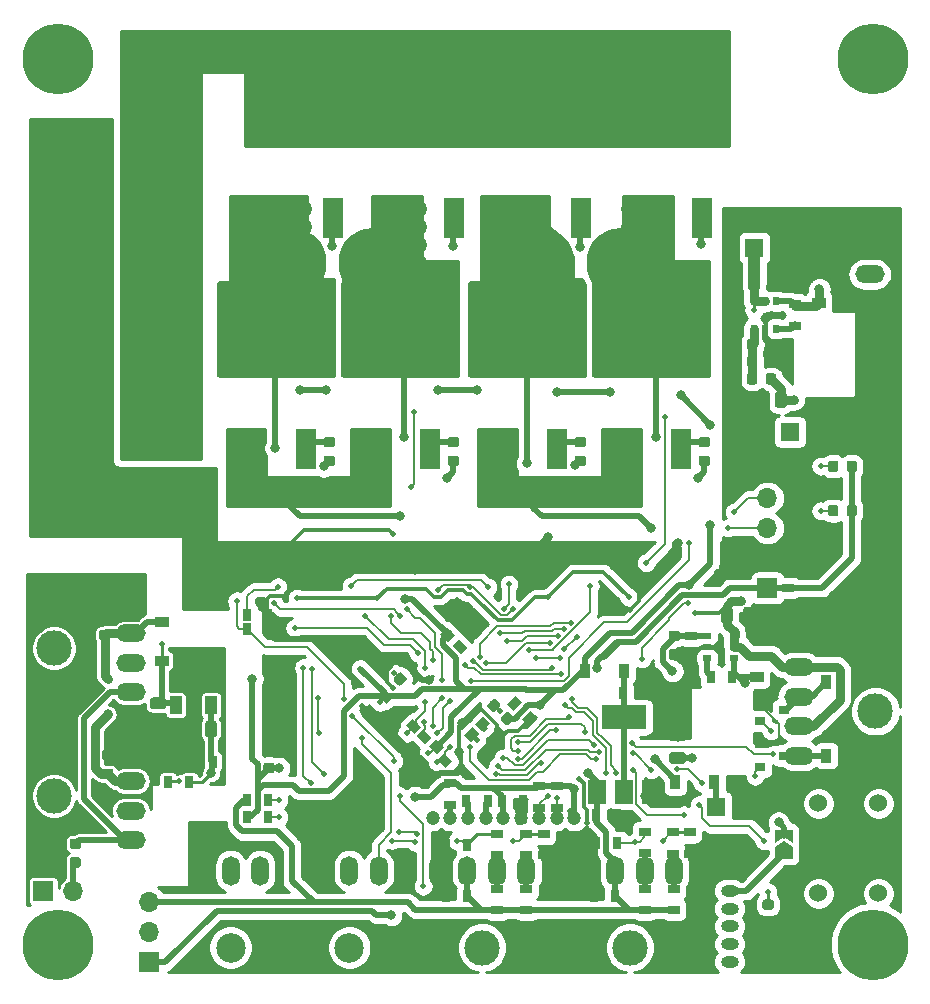
<source format=gbr>
G04 #@! TF.GenerationSoftware,KiCad,Pcbnew,(5.1.4)-1*
G04 #@! TF.CreationDate,2020-03-02T11:47:12+09:00*
G04 #@! TF.ProjectId,CAN_Current_Control_MD,43414e5f-4375-4727-9265-6e745f436f6e,rev?*
G04 #@! TF.SameCoordinates,Original*
G04 #@! TF.FileFunction,Copper,L2,Bot*
G04 #@! TF.FilePolarity,Positive*
%FSLAX46Y46*%
G04 Gerber Fmt 4.6, Leading zero omitted, Abs format (unit mm)*
G04 Created by KiCad (PCBNEW (5.1.4)-1) date 2020-03-02 11:47:12*
%MOMM*%
%LPD*%
G04 APERTURE LIST*
%ADD10C,0.100000*%
%ADD11C,0.875000*%
%ADD12R,1.000000X0.800000*%
%ADD13C,0.975000*%
%ADD14R,1.200000X0.900000*%
%ADD15R,0.900000X1.200000*%
%ADD16O,1.524000X1.000000*%
%ADD17O,2.500000X1.500000*%
%ADD18C,3.000000*%
%ADD19O,1.500000X2.500000*%
%ADD20C,2.500000*%
%ADD21C,6.000000*%
%ADD22C,0.300000*%
%ADD23R,1.700000X1.700000*%
%ADD24O,1.700000X1.700000*%
%ADD25R,1.800000X3.500000*%
%ADD26R,3.000000X3.500000*%
%ADD27R,10.000000X8.000000*%
%ADD28C,0.850000*%
%ADD29R,1.000000X1.500000*%
%ADD30R,1.000000X1.800000*%
%ADD31R,2.200000X1.840000*%
%ADD32C,1.000000*%
%ADD33C,1.524000*%
%ADD34R,3.800000X2.000000*%
%ADD35R,1.500000X2.000000*%
%ADD36R,0.700000X0.510000*%
%ADD37C,1.200000*%
%ADD38R,0.510000X0.700000*%
%ADD39C,1.600000*%
%ADD40C,1.350000*%
%ADD41R,1.600000X1.600000*%
%ADD42R,0.900000X0.800000*%
%ADD43R,0.800000X1.000000*%
%ADD44C,0.800000*%
%ADD45C,0.500000*%
%ADD46C,1.500000*%
%ADD47C,0.500000*%
%ADD48C,0.250000*%
%ADD49C,0.300000*%
%ADD50C,0.200000*%
%ADD51C,0.800000*%
%ADD52C,1.000000*%
%ADD53C,0.254000*%
G04 APERTURE END LIST*
D10*
G36*
X214902691Y-101026053D02*
G01*
X214923926Y-101029203D01*
X214944750Y-101034419D01*
X214964962Y-101041651D01*
X214984368Y-101050830D01*
X215002781Y-101061866D01*
X215020024Y-101074654D01*
X215035930Y-101089070D01*
X215050346Y-101104976D01*
X215063134Y-101122219D01*
X215074170Y-101140632D01*
X215083349Y-101160038D01*
X215090581Y-101180250D01*
X215095797Y-101201074D01*
X215098947Y-101222309D01*
X215100000Y-101243750D01*
X215100000Y-101756250D01*
X215098947Y-101777691D01*
X215095797Y-101798926D01*
X215090581Y-101819750D01*
X215083349Y-101839962D01*
X215074170Y-101859368D01*
X215063134Y-101877781D01*
X215050346Y-101895024D01*
X215035930Y-101910930D01*
X215020024Y-101925346D01*
X215002781Y-101938134D01*
X214984368Y-101949170D01*
X214964962Y-101958349D01*
X214944750Y-101965581D01*
X214923926Y-101970797D01*
X214902691Y-101973947D01*
X214881250Y-101975000D01*
X214443750Y-101975000D01*
X214422309Y-101973947D01*
X214401074Y-101970797D01*
X214380250Y-101965581D01*
X214360038Y-101958349D01*
X214340632Y-101949170D01*
X214322219Y-101938134D01*
X214304976Y-101925346D01*
X214289070Y-101910930D01*
X214274654Y-101895024D01*
X214261866Y-101877781D01*
X214250830Y-101859368D01*
X214241651Y-101839962D01*
X214234419Y-101819750D01*
X214229203Y-101798926D01*
X214226053Y-101777691D01*
X214225000Y-101756250D01*
X214225000Y-101243750D01*
X214226053Y-101222309D01*
X214229203Y-101201074D01*
X214234419Y-101180250D01*
X214241651Y-101160038D01*
X214250830Y-101140632D01*
X214261866Y-101122219D01*
X214274654Y-101104976D01*
X214289070Y-101089070D01*
X214304976Y-101074654D01*
X214322219Y-101061866D01*
X214340632Y-101050830D01*
X214360038Y-101041651D01*
X214380250Y-101034419D01*
X214401074Y-101029203D01*
X214422309Y-101026053D01*
X214443750Y-101025000D01*
X214881250Y-101025000D01*
X214902691Y-101026053D01*
X214902691Y-101026053D01*
G37*
D11*
X214662500Y-101500000D03*
D10*
G36*
X216477691Y-101026053D02*
G01*
X216498926Y-101029203D01*
X216519750Y-101034419D01*
X216539962Y-101041651D01*
X216559368Y-101050830D01*
X216577781Y-101061866D01*
X216595024Y-101074654D01*
X216610930Y-101089070D01*
X216625346Y-101104976D01*
X216638134Y-101122219D01*
X216649170Y-101140632D01*
X216658349Y-101160038D01*
X216665581Y-101180250D01*
X216670797Y-101201074D01*
X216673947Y-101222309D01*
X216675000Y-101243750D01*
X216675000Y-101756250D01*
X216673947Y-101777691D01*
X216670797Y-101798926D01*
X216665581Y-101819750D01*
X216658349Y-101839962D01*
X216649170Y-101859368D01*
X216638134Y-101877781D01*
X216625346Y-101895024D01*
X216610930Y-101910930D01*
X216595024Y-101925346D01*
X216577781Y-101938134D01*
X216559368Y-101949170D01*
X216539962Y-101958349D01*
X216519750Y-101965581D01*
X216498926Y-101970797D01*
X216477691Y-101973947D01*
X216456250Y-101975000D01*
X216018750Y-101975000D01*
X215997309Y-101973947D01*
X215976074Y-101970797D01*
X215955250Y-101965581D01*
X215935038Y-101958349D01*
X215915632Y-101949170D01*
X215897219Y-101938134D01*
X215879976Y-101925346D01*
X215864070Y-101910930D01*
X215849654Y-101895024D01*
X215836866Y-101877781D01*
X215825830Y-101859368D01*
X215816651Y-101839962D01*
X215809419Y-101819750D01*
X215804203Y-101798926D01*
X215801053Y-101777691D01*
X215800000Y-101756250D01*
X215800000Y-101243750D01*
X215801053Y-101222309D01*
X215804203Y-101201074D01*
X215809419Y-101180250D01*
X215816651Y-101160038D01*
X215825830Y-101140632D01*
X215836866Y-101122219D01*
X215849654Y-101104976D01*
X215864070Y-101089070D01*
X215879976Y-101074654D01*
X215897219Y-101061866D01*
X215915632Y-101050830D01*
X215935038Y-101041651D01*
X215955250Y-101034419D01*
X215976074Y-101029203D01*
X215997309Y-101026053D01*
X216018750Y-101025000D01*
X216456250Y-101025000D01*
X216477691Y-101026053D01*
X216477691Y-101026053D01*
G37*
D11*
X216237500Y-101500000D03*
D12*
X198700000Y-137250000D03*
X198700000Y-139050000D03*
D10*
G36*
X157980142Y-122951174D02*
G01*
X158003803Y-122954684D01*
X158027007Y-122960496D01*
X158049529Y-122968554D01*
X158071153Y-122978782D01*
X158091670Y-122991079D01*
X158110883Y-123005329D01*
X158128607Y-123021393D01*
X158144671Y-123039117D01*
X158158921Y-123058330D01*
X158171218Y-123078847D01*
X158181446Y-123100471D01*
X158189504Y-123122993D01*
X158195316Y-123146197D01*
X158198826Y-123169858D01*
X158200000Y-123193750D01*
X158200000Y-123681250D01*
X158198826Y-123705142D01*
X158195316Y-123728803D01*
X158189504Y-123752007D01*
X158181446Y-123774529D01*
X158171218Y-123796153D01*
X158158921Y-123816670D01*
X158144671Y-123835883D01*
X158128607Y-123853607D01*
X158110883Y-123869671D01*
X158091670Y-123883921D01*
X158071153Y-123896218D01*
X158049529Y-123906446D01*
X158027007Y-123914504D01*
X158003803Y-123920316D01*
X157980142Y-123923826D01*
X157956250Y-123925000D01*
X157043750Y-123925000D01*
X157019858Y-123923826D01*
X156996197Y-123920316D01*
X156972993Y-123914504D01*
X156950471Y-123906446D01*
X156928847Y-123896218D01*
X156908330Y-123883921D01*
X156889117Y-123869671D01*
X156871393Y-123853607D01*
X156855329Y-123835883D01*
X156841079Y-123816670D01*
X156828782Y-123796153D01*
X156818554Y-123774529D01*
X156810496Y-123752007D01*
X156804684Y-123728803D01*
X156801174Y-123705142D01*
X156800000Y-123681250D01*
X156800000Y-123193750D01*
X156801174Y-123169858D01*
X156804684Y-123146197D01*
X156810496Y-123122993D01*
X156818554Y-123100471D01*
X156828782Y-123078847D01*
X156841079Y-123058330D01*
X156855329Y-123039117D01*
X156871393Y-123021393D01*
X156889117Y-123005329D01*
X156908330Y-122991079D01*
X156928847Y-122978782D01*
X156950471Y-122968554D01*
X156972993Y-122960496D01*
X156996197Y-122954684D01*
X157019858Y-122951174D01*
X157043750Y-122950000D01*
X157956250Y-122950000D01*
X157980142Y-122951174D01*
X157980142Y-122951174D01*
G37*
D13*
X157500000Y-123437500D03*
D10*
G36*
X157980142Y-121076174D02*
G01*
X158003803Y-121079684D01*
X158027007Y-121085496D01*
X158049529Y-121093554D01*
X158071153Y-121103782D01*
X158091670Y-121116079D01*
X158110883Y-121130329D01*
X158128607Y-121146393D01*
X158144671Y-121164117D01*
X158158921Y-121183330D01*
X158171218Y-121203847D01*
X158181446Y-121225471D01*
X158189504Y-121247993D01*
X158195316Y-121271197D01*
X158198826Y-121294858D01*
X158200000Y-121318750D01*
X158200000Y-121806250D01*
X158198826Y-121830142D01*
X158195316Y-121853803D01*
X158189504Y-121877007D01*
X158181446Y-121899529D01*
X158171218Y-121921153D01*
X158158921Y-121941670D01*
X158144671Y-121960883D01*
X158128607Y-121978607D01*
X158110883Y-121994671D01*
X158091670Y-122008921D01*
X158071153Y-122021218D01*
X158049529Y-122031446D01*
X158027007Y-122039504D01*
X158003803Y-122045316D01*
X157980142Y-122048826D01*
X157956250Y-122050000D01*
X157043750Y-122050000D01*
X157019858Y-122048826D01*
X156996197Y-122045316D01*
X156972993Y-122039504D01*
X156950471Y-122031446D01*
X156928847Y-122021218D01*
X156908330Y-122008921D01*
X156889117Y-121994671D01*
X156871393Y-121978607D01*
X156855329Y-121960883D01*
X156841079Y-121941670D01*
X156828782Y-121921153D01*
X156818554Y-121899529D01*
X156810496Y-121877007D01*
X156804684Y-121853803D01*
X156801174Y-121830142D01*
X156800000Y-121806250D01*
X156800000Y-121318750D01*
X156801174Y-121294858D01*
X156804684Y-121271197D01*
X156810496Y-121247993D01*
X156818554Y-121225471D01*
X156828782Y-121203847D01*
X156841079Y-121183330D01*
X156855329Y-121164117D01*
X156871393Y-121146393D01*
X156889117Y-121130329D01*
X156908330Y-121116079D01*
X156928847Y-121103782D01*
X156950471Y-121093554D01*
X156972993Y-121085496D01*
X156996197Y-121079684D01*
X157019858Y-121076174D01*
X157043750Y-121075000D01*
X157956250Y-121075000D01*
X157980142Y-121076174D01*
X157980142Y-121076174D01*
G37*
D13*
X157500000Y-121562500D03*
D10*
G36*
X162255142Y-123051174D02*
G01*
X162278803Y-123054684D01*
X162302007Y-123060496D01*
X162324529Y-123068554D01*
X162346153Y-123078782D01*
X162366670Y-123091079D01*
X162385883Y-123105329D01*
X162403607Y-123121393D01*
X162419671Y-123139117D01*
X162433921Y-123158330D01*
X162446218Y-123178847D01*
X162456446Y-123200471D01*
X162464504Y-123222993D01*
X162470316Y-123246197D01*
X162473826Y-123269858D01*
X162475000Y-123293750D01*
X162475000Y-124206250D01*
X162473826Y-124230142D01*
X162470316Y-124253803D01*
X162464504Y-124277007D01*
X162456446Y-124299529D01*
X162446218Y-124321153D01*
X162433921Y-124341670D01*
X162419671Y-124360883D01*
X162403607Y-124378607D01*
X162385883Y-124394671D01*
X162366670Y-124408921D01*
X162346153Y-124421218D01*
X162324529Y-124431446D01*
X162302007Y-124439504D01*
X162278803Y-124445316D01*
X162255142Y-124448826D01*
X162231250Y-124450000D01*
X161743750Y-124450000D01*
X161719858Y-124448826D01*
X161696197Y-124445316D01*
X161672993Y-124439504D01*
X161650471Y-124431446D01*
X161628847Y-124421218D01*
X161608330Y-124408921D01*
X161589117Y-124394671D01*
X161571393Y-124378607D01*
X161555329Y-124360883D01*
X161541079Y-124341670D01*
X161528782Y-124321153D01*
X161518554Y-124299529D01*
X161510496Y-124277007D01*
X161504684Y-124253803D01*
X161501174Y-124230142D01*
X161500000Y-124206250D01*
X161500000Y-123293750D01*
X161501174Y-123269858D01*
X161504684Y-123246197D01*
X161510496Y-123222993D01*
X161518554Y-123200471D01*
X161528782Y-123178847D01*
X161541079Y-123158330D01*
X161555329Y-123139117D01*
X161571393Y-123121393D01*
X161589117Y-123105329D01*
X161608330Y-123091079D01*
X161628847Y-123078782D01*
X161650471Y-123068554D01*
X161672993Y-123060496D01*
X161696197Y-123054684D01*
X161719858Y-123051174D01*
X161743750Y-123050000D01*
X162231250Y-123050000D01*
X162255142Y-123051174D01*
X162255142Y-123051174D01*
G37*
D13*
X161987500Y-123750000D03*
D10*
G36*
X160380142Y-123051174D02*
G01*
X160403803Y-123054684D01*
X160427007Y-123060496D01*
X160449529Y-123068554D01*
X160471153Y-123078782D01*
X160491670Y-123091079D01*
X160510883Y-123105329D01*
X160528607Y-123121393D01*
X160544671Y-123139117D01*
X160558921Y-123158330D01*
X160571218Y-123178847D01*
X160581446Y-123200471D01*
X160589504Y-123222993D01*
X160595316Y-123246197D01*
X160598826Y-123269858D01*
X160600000Y-123293750D01*
X160600000Y-124206250D01*
X160598826Y-124230142D01*
X160595316Y-124253803D01*
X160589504Y-124277007D01*
X160581446Y-124299529D01*
X160571218Y-124321153D01*
X160558921Y-124341670D01*
X160544671Y-124360883D01*
X160528607Y-124378607D01*
X160510883Y-124394671D01*
X160491670Y-124408921D01*
X160471153Y-124421218D01*
X160449529Y-124431446D01*
X160427007Y-124439504D01*
X160403803Y-124445316D01*
X160380142Y-124448826D01*
X160356250Y-124450000D01*
X159868750Y-124450000D01*
X159844858Y-124448826D01*
X159821197Y-124445316D01*
X159797993Y-124439504D01*
X159775471Y-124431446D01*
X159753847Y-124421218D01*
X159733330Y-124408921D01*
X159714117Y-124394671D01*
X159696393Y-124378607D01*
X159680329Y-124360883D01*
X159666079Y-124341670D01*
X159653782Y-124321153D01*
X159643554Y-124299529D01*
X159635496Y-124277007D01*
X159629684Y-124253803D01*
X159626174Y-124230142D01*
X159625000Y-124206250D01*
X159625000Y-123293750D01*
X159626174Y-123269858D01*
X159629684Y-123246197D01*
X159635496Y-123222993D01*
X159643554Y-123200471D01*
X159653782Y-123178847D01*
X159666079Y-123158330D01*
X159680329Y-123139117D01*
X159696393Y-123121393D01*
X159714117Y-123105329D01*
X159733330Y-123091079D01*
X159753847Y-123078782D01*
X159775471Y-123068554D01*
X159797993Y-123060496D01*
X159821197Y-123054684D01*
X159844858Y-123051174D01*
X159868750Y-123050000D01*
X160356250Y-123050000D01*
X160380142Y-123051174D01*
X160380142Y-123051174D01*
G37*
D13*
X160112500Y-123750000D03*
D10*
G36*
X167177691Y-126601053D02*
G01*
X167198926Y-126604203D01*
X167219750Y-126609419D01*
X167239962Y-126616651D01*
X167259368Y-126625830D01*
X167277781Y-126636866D01*
X167295024Y-126649654D01*
X167310930Y-126664070D01*
X167325346Y-126679976D01*
X167338134Y-126697219D01*
X167349170Y-126715632D01*
X167358349Y-126735038D01*
X167365581Y-126755250D01*
X167370797Y-126776074D01*
X167373947Y-126797309D01*
X167375000Y-126818750D01*
X167375000Y-127256250D01*
X167373947Y-127277691D01*
X167370797Y-127298926D01*
X167365581Y-127319750D01*
X167358349Y-127339962D01*
X167349170Y-127359368D01*
X167338134Y-127377781D01*
X167325346Y-127395024D01*
X167310930Y-127410930D01*
X167295024Y-127425346D01*
X167277781Y-127438134D01*
X167259368Y-127449170D01*
X167239962Y-127458349D01*
X167219750Y-127465581D01*
X167198926Y-127470797D01*
X167177691Y-127473947D01*
X167156250Y-127475000D01*
X166643750Y-127475000D01*
X166622309Y-127473947D01*
X166601074Y-127470797D01*
X166580250Y-127465581D01*
X166560038Y-127458349D01*
X166540632Y-127449170D01*
X166522219Y-127438134D01*
X166504976Y-127425346D01*
X166489070Y-127410930D01*
X166474654Y-127395024D01*
X166461866Y-127377781D01*
X166450830Y-127359368D01*
X166441651Y-127339962D01*
X166434419Y-127319750D01*
X166429203Y-127298926D01*
X166426053Y-127277691D01*
X166425000Y-127256250D01*
X166425000Y-126818750D01*
X166426053Y-126797309D01*
X166429203Y-126776074D01*
X166434419Y-126755250D01*
X166441651Y-126735038D01*
X166450830Y-126715632D01*
X166461866Y-126697219D01*
X166474654Y-126679976D01*
X166489070Y-126664070D01*
X166504976Y-126649654D01*
X166522219Y-126636866D01*
X166540632Y-126625830D01*
X166560038Y-126616651D01*
X166580250Y-126609419D01*
X166601074Y-126604203D01*
X166622309Y-126601053D01*
X166643750Y-126600000D01*
X167156250Y-126600000D01*
X167177691Y-126601053D01*
X167177691Y-126601053D01*
G37*
D11*
X166900000Y-127037500D03*
D10*
G36*
X167177691Y-125026053D02*
G01*
X167198926Y-125029203D01*
X167219750Y-125034419D01*
X167239962Y-125041651D01*
X167259368Y-125050830D01*
X167277781Y-125061866D01*
X167295024Y-125074654D01*
X167310930Y-125089070D01*
X167325346Y-125104976D01*
X167338134Y-125122219D01*
X167349170Y-125140632D01*
X167358349Y-125160038D01*
X167365581Y-125180250D01*
X167370797Y-125201074D01*
X167373947Y-125222309D01*
X167375000Y-125243750D01*
X167375000Y-125681250D01*
X167373947Y-125702691D01*
X167370797Y-125723926D01*
X167365581Y-125744750D01*
X167358349Y-125764962D01*
X167349170Y-125784368D01*
X167338134Y-125802781D01*
X167325346Y-125820024D01*
X167310930Y-125835930D01*
X167295024Y-125850346D01*
X167277781Y-125863134D01*
X167259368Y-125874170D01*
X167239962Y-125883349D01*
X167219750Y-125890581D01*
X167198926Y-125895797D01*
X167177691Y-125898947D01*
X167156250Y-125900000D01*
X166643750Y-125900000D01*
X166622309Y-125898947D01*
X166601074Y-125895797D01*
X166580250Y-125890581D01*
X166560038Y-125883349D01*
X166540632Y-125874170D01*
X166522219Y-125863134D01*
X166504976Y-125850346D01*
X166489070Y-125835930D01*
X166474654Y-125820024D01*
X166461866Y-125802781D01*
X166450830Y-125784368D01*
X166441651Y-125764962D01*
X166434419Y-125744750D01*
X166429203Y-125723926D01*
X166426053Y-125702691D01*
X166425000Y-125681250D01*
X166425000Y-125243750D01*
X166426053Y-125222309D01*
X166429203Y-125201074D01*
X166434419Y-125180250D01*
X166441651Y-125160038D01*
X166450830Y-125140632D01*
X166461866Y-125122219D01*
X166474654Y-125104976D01*
X166489070Y-125089070D01*
X166504976Y-125074654D01*
X166522219Y-125061866D01*
X166540632Y-125050830D01*
X166560038Y-125041651D01*
X166580250Y-125034419D01*
X166601074Y-125029203D01*
X166622309Y-125026053D01*
X166643750Y-125025000D01*
X167156250Y-125025000D01*
X167177691Y-125026053D01*
X167177691Y-125026053D01*
G37*
D11*
X166900000Y-125462500D03*
D10*
G36*
X153527691Y-127101053D02*
G01*
X153548926Y-127104203D01*
X153569750Y-127109419D01*
X153589962Y-127116651D01*
X153609368Y-127125830D01*
X153627781Y-127136866D01*
X153645024Y-127149654D01*
X153660930Y-127164070D01*
X153675346Y-127179976D01*
X153688134Y-127197219D01*
X153699170Y-127215632D01*
X153708349Y-127235038D01*
X153715581Y-127255250D01*
X153720797Y-127276074D01*
X153723947Y-127297309D01*
X153725000Y-127318750D01*
X153725000Y-127756250D01*
X153723947Y-127777691D01*
X153720797Y-127798926D01*
X153715581Y-127819750D01*
X153708349Y-127839962D01*
X153699170Y-127859368D01*
X153688134Y-127877781D01*
X153675346Y-127895024D01*
X153660930Y-127910930D01*
X153645024Y-127925346D01*
X153627781Y-127938134D01*
X153609368Y-127949170D01*
X153589962Y-127958349D01*
X153569750Y-127965581D01*
X153548926Y-127970797D01*
X153527691Y-127973947D01*
X153506250Y-127975000D01*
X152993750Y-127975000D01*
X152972309Y-127973947D01*
X152951074Y-127970797D01*
X152930250Y-127965581D01*
X152910038Y-127958349D01*
X152890632Y-127949170D01*
X152872219Y-127938134D01*
X152854976Y-127925346D01*
X152839070Y-127910930D01*
X152824654Y-127895024D01*
X152811866Y-127877781D01*
X152800830Y-127859368D01*
X152791651Y-127839962D01*
X152784419Y-127819750D01*
X152779203Y-127798926D01*
X152776053Y-127777691D01*
X152775000Y-127756250D01*
X152775000Y-127318750D01*
X152776053Y-127297309D01*
X152779203Y-127276074D01*
X152784419Y-127255250D01*
X152791651Y-127235038D01*
X152800830Y-127215632D01*
X152811866Y-127197219D01*
X152824654Y-127179976D01*
X152839070Y-127164070D01*
X152854976Y-127149654D01*
X152872219Y-127136866D01*
X152890632Y-127125830D01*
X152910038Y-127116651D01*
X152930250Y-127109419D01*
X152951074Y-127104203D01*
X152972309Y-127101053D01*
X152993750Y-127100000D01*
X153506250Y-127100000D01*
X153527691Y-127101053D01*
X153527691Y-127101053D01*
G37*
D11*
X153250000Y-127537500D03*
D10*
G36*
X153527691Y-125526053D02*
G01*
X153548926Y-125529203D01*
X153569750Y-125534419D01*
X153589962Y-125541651D01*
X153609368Y-125550830D01*
X153627781Y-125561866D01*
X153645024Y-125574654D01*
X153660930Y-125589070D01*
X153675346Y-125604976D01*
X153688134Y-125622219D01*
X153699170Y-125640632D01*
X153708349Y-125660038D01*
X153715581Y-125680250D01*
X153720797Y-125701074D01*
X153723947Y-125722309D01*
X153725000Y-125743750D01*
X153725000Y-126181250D01*
X153723947Y-126202691D01*
X153720797Y-126223926D01*
X153715581Y-126244750D01*
X153708349Y-126264962D01*
X153699170Y-126284368D01*
X153688134Y-126302781D01*
X153675346Y-126320024D01*
X153660930Y-126335930D01*
X153645024Y-126350346D01*
X153627781Y-126363134D01*
X153609368Y-126374170D01*
X153589962Y-126383349D01*
X153569750Y-126390581D01*
X153548926Y-126395797D01*
X153527691Y-126398947D01*
X153506250Y-126400000D01*
X152993750Y-126400000D01*
X152972309Y-126398947D01*
X152951074Y-126395797D01*
X152930250Y-126390581D01*
X152910038Y-126383349D01*
X152890632Y-126374170D01*
X152872219Y-126363134D01*
X152854976Y-126350346D01*
X152839070Y-126335930D01*
X152824654Y-126320024D01*
X152811866Y-126302781D01*
X152800830Y-126284368D01*
X152791651Y-126264962D01*
X152784419Y-126244750D01*
X152779203Y-126223926D01*
X152776053Y-126202691D01*
X152775000Y-126181250D01*
X152775000Y-125743750D01*
X152776053Y-125722309D01*
X152779203Y-125701074D01*
X152784419Y-125680250D01*
X152791651Y-125660038D01*
X152800830Y-125640632D01*
X152811866Y-125622219D01*
X152824654Y-125604976D01*
X152839070Y-125589070D01*
X152854976Y-125574654D01*
X152872219Y-125561866D01*
X152890632Y-125550830D01*
X152910038Y-125541651D01*
X152930250Y-125534419D01*
X152951074Y-125529203D01*
X152972309Y-125526053D01*
X152993750Y-125525000D01*
X153506250Y-125525000D01*
X153527691Y-125526053D01*
X153527691Y-125526053D01*
G37*
D11*
X153250000Y-125962500D03*
D10*
G36*
X153277691Y-113776053D02*
G01*
X153298926Y-113779203D01*
X153319750Y-113784419D01*
X153339962Y-113791651D01*
X153359368Y-113800830D01*
X153377781Y-113811866D01*
X153395024Y-113824654D01*
X153410930Y-113839070D01*
X153425346Y-113854976D01*
X153438134Y-113872219D01*
X153449170Y-113890632D01*
X153458349Y-113910038D01*
X153465581Y-113930250D01*
X153470797Y-113951074D01*
X153473947Y-113972309D01*
X153475000Y-113993750D01*
X153475000Y-114431250D01*
X153473947Y-114452691D01*
X153470797Y-114473926D01*
X153465581Y-114494750D01*
X153458349Y-114514962D01*
X153449170Y-114534368D01*
X153438134Y-114552781D01*
X153425346Y-114570024D01*
X153410930Y-114585930D01*
X153395024Y-114600346D01*
X153377781Y-114613134D01*
X153359368Y-114624170D01*
X153339962Y-114633349D01*
X153319750Y-114640581D01*
X153298926Y-114645797D01*
X153277691Y-114648947D01*
X153256250Y-114650000D01*
X152743750Y-114650000D01*
X152722309Y-114648947D01*
X152701074Y-114645797D01*
X152680250Y-114640581D01*
X152660038Y-114633349D01*
X152640632Y-114624170D01*
X152622219Y-114613134D01*
X152604976Y-114600346D01*
X152589070Y-114585930D01*
X152574654Y-114570024D01*
X152561866Y-114552781D01*
X152550830Y-114534368D01*
X152541651Y-114514962D01*
X152534419Y-114494750D01*
X152529203Y-114473926D01*
X152526053Y-114452691D01*
X152525000Y-114431250D01*
X152525000Y-113993750D01*
X152526053Y-113972309D01*
X152529203Y-113951074D01*
X152534419Y-113930250D01*
X152541651Y-113910038D01*
X152550830Y-113890632D01*
X152561866Y-113872219D01*
X152574654Y-113854976D01*
X152589070Y-113839070D01*
X152604976Y-113824654D01*
X152622219Y-113811866D01*
X152640632Y-113800830D01*
X152660038Y-113791651D01*
X152680250Y-113784419D01*
X152701074Y-113779203D01*
X152722309Y-113776053D01*
X152743750Y-113775000D01*
X153256250Y-113775000D01*
X153277691Y-113776053D01*
X153277691Y-113776053D01*
G37*
D11*
X153000000Y-114212500D03*
D10*
G36*
X153277691Y-115351053D02*
G01*
X153298926Y-115354203D01*
X153319750Y-115359419D01*
X153339962Y-115366651D01*
X153359368Y-115375830D01*
X153377781Y-115386866D01*
X153395024Y-115399654D01*
X153410930Y-115414070D01*
X153425346Y-115429976D01*
X153438134Y-115447219D01*
X153449170Y-115465632D01*
X153458349Y-115485038D01*
X153465581Y-115505250D01*
X153470797Y-115526074D01*
X153473947Y-115547309D01*
X153475000Y-115568750D01*
X153475000Y-116006250D01*
X153473947Y-116027691D01*
X153470797Y-116048926D01*
X153465581Y-116069750D01*
X153458349Y-116089962D01*
X153449170Y-116109368D01*
X153438134Y-116127781D01*
X153425346Y-116145024D01*
X153410930Y-116160930D01*
X153395024Y-116175346D01*
X153377781Y-116188134D01*
X153359368Y-116199170D01*
X153339962Y-116208349D01*
X153319750Y-116215581D01*
X153298926Y-116220797D01*
X153277691Y-116223947D01*
X153256250Y-116225000D01*
X152743750Y-116225000D01*
X152722309Y-116223947D01*
X152701074Y-116220797D01*
X152680250Y-116215581D01*
X152660038Y-116208349D01*
X152640632Y-116199170D01*
X152622219Y-116188134D01*
X152604976Y-116175346D01*
X152589070Y-116160930D01*
X152574654Y-116145024D01*
X152561866Y-116127781D01*
X152550830Y-116109368D01*
X152541651Y-116089962D01*
X152534419Y-116069750D01*
X152529203Y-116048926D01*
X152526053Y-116027691D01*
X152525000Y-116006250D01*
X152525000Y-115568750D01*
X152526053Y-115547309D01*
X152529203Y-115526074D01*
X152534419Y-115505250D01*
X152541651Y-115485038D01*
X152550830Y-115465632D01*
X152561866Y-115447219D01*
X152574654Y-115429976D01*
X152589070Y-115414070D01*
X152604976Y-115399654D01*
X152622219Y-115386866D01*
X152640632Y-115375830D01*
X152660038Y-115366651D01*
X152680250Y-115359419D01*
X152701074Y-115354203D01*
X152722309Y-115351053D01*
X152743750Y-115350000D01*
X153256250Y-115350000D01*
X153277691Y-115351053D01*
X153277691Y-115351053D01*
G37*
D11*
X153000000Y-115787500D03*
D10*
G36*
X205930142Y-113401174D02*
G01*
X205953803Y-113404684D01*
X205977007Y-113410496D01*
X205999529Y-113418554D01*
X206021153Y-113428782D01*
X206041670Y-113441079D01*
X206060883Y-113455329D01*
X206078607Y-113471393D01*
X206094671Y-113489117D01*
X206108921Y-113508330D01*
X206121218Y-113528847D01*
X206131446Y-113550471D01*
X206139504Y-113572993D01*
X206145316Y-113596197D01*
X206148826Y-113619858D01*
X206150000Y-113643750D01*
X206150000Y-114556250D01*
X206148826Y-114580142D01*
X206145316Y-114603803D01*
X206139504Y-114627007D01*
X206131446Y-114649529D01*
X206121218Y-114671153D01*
X206108921Y-114691670D01*
X206094671Y-114710883D01*
X206078607Y-114728607D01*
X206060883Y-114744671D01*
X206041670Y-114758921D01*
X206021153Y-114771218D01*
X205999529Y-114781446D01*
X205977007Y-114789504D01*
X205953803Y-114795316D01*
X205930142Y-114798826D01*
X205906250Y-114800000D01*
X205418750Y-114800000D01*
X205394858Y-114798826D01*
X205371197Y-114795316D01*
X205347993Y-114789504D01*
X205325471Y-114781446D01*
X205303847Y-114771218D01*
X205283330Y-114758921D01*
X205264117Y-114744671D01*
X205246393Y-114728607D01*
X205230329Y-114710883D01*
X205216079Y-114691670D01*
X205203782Y-114671153D01*
X205193554Y-114649529D01*
X205185496Y-114627007D01*
X205179684Y-114603803D01*
X205176174Y-114580142D01*
X205175000Y-114556250D01*
X205175000Y-113643750D01*
X205176174Y-113619858D01*
X205179684Y-113596197D01*
X205185496Y-113572993D01*
X205193554Y-113550471D01*
X205203782Y-113528847D01*
X205216079Y-113508330D01*
X205230329Y-113489117D01*
X205246393Y-113471393D01*
X205264117Y-113455329D01*
X205283330Y-113441079D01*
X205303847Y-113428782D01*
X205325471Y-113418554D01*
X205347993Y-113410496D01*
X205371197Y-113404684D01*
X205394858Y-113401174D01*
X205418750Y-113400000D01*
X205906250Y-113400000D01*
X205930142Y-113401174D01*
X205930142Y-113401174D01*
G37*
D13*
X205662500Y-114100000D03*
D10*
G36*
X207805142Y-113401174D02*
G01*
X207828803Y-113404684D01*
X207852007Y-113410496D01*
X207874529Y-113418554D01*
X207896153Y-113428782D01*
X207916670Y-113441079D01*
X207935883Y-113455329D01*
X207953607Y-113471393D01*
X207969671Y-113489117D01*
X207983921Y-113508330D01*
X207996218Y-113528847D01*
X208006446Y-113550471D01*
X208014504Y-113572993D01*
X208020316Y-113596197D01*
X208023826Y-113619858D01*
X208025000Y-113643750D01*
X208025000Y-114556250D01*
X208023826Y-114580142D01*
X208020316Y-114603803D01*
X208014504Y-114627007D01*
X208006446Y-114649529D01*
X207996218Y-114671153D01*
X207983921Y-114691670D01*
X207969671Y-114710883D01*
X207953607Y-114728607D01*
X207935883Y-114744671D01*
X207916670Y-114758921D01*
X207896153Y-114771218D01*
X207874529Y-114781446D01*
X207852007Y-114789504D01*
X207828803Y-114795316D01*
X207805142Y-114798826D01*
X207781250Y-114800000D01*
X207293750Y-114800000D01*
X207269858Y-114798826D01*
X207246197Y-114795316D01*
X207222993Y-114789504D01*
X207200471Y-114781446D01*
X207178847Y-114771218D01*
X207158330Y-114758921D01*
X207139117Y-114744671D01*
X207121393Y-114728607D01*
X207105329Y-114710883D01*
X207091079Y-114691670D01*
X207078782Y-114671153D01*
X207068554Y-114649529D01*
X207060496Y-114627007D01*
X207054684Y-114603803D01*
X207051174Y-114580142D01*
X207050000Y-114556250D01*
X207050000Y-113643750D01*
X207051174Y-113619858D01*
X207054684Y-113596197D01*
X207060496Y-113572993D01*
X207068554Y-113550471D01*
X207078782Y-113528847D01*
X207091079Y-113508330D01*
X207105329Y-113489117D01*
X207121393Y-113471393D01*
X207139117Y-113455329D01*
X207158330Y-113441079D01*
X207178847Y-113428782D01*
X207200471Y-113418554D01*
X207222993Y-113410496D01*
X207246197Y-113404684D01*
X207269858Y-113401174D01*
X207293750Y-113400000D01*
X207781250Y-113400000D01*
X207805142Y-113401174D01*
X207805142Y-113401174D01*
G37*
D13*
X207537500Y-114100000D03*
D10*
G36*
X201980142Y-123826174D02*
G01*
X202003803Y-123829684D01*
X202027007Y-123835496D01*
X202049529Y-123843554D01*
X202071153Y-123853782D01*
X202091670Y-123866079D01*
X202110883Y-123880329D01*
X202128607Y-123896393D01*
X202144671Y-123914117D01*
X202158921Y-123933330D01*
X202171218Y-123953847D01*
X202181446Y-123975471D01*
X202189504Y-123997993D01*
X202195316Y-124021197D01*
X202198826Y-124044858D01*
X202200000Y-124068750D01*
X202200000Y-124556250D01*
X202198826Y-124580142D01*
X202195316Y-124603803D01*
X202189504Y-124627007D01*
X202181446Y-124649529D01*
X202171218Y-124671153D01*
X202158921Y-124691670D01*
X202144671Y-124710883D01*
X202128607Y-124728607D01*
X202110883Y-124744671D01*
X202091670Y-124758921D01*
X202071153Y-124771218D01*
X202049529Y-124781446D01*
X202027007Y-124789504D01*
X202003803Y-124795316D01*
X201980142Y-124798826D01*
X201956250Y-124800000D01*
X201043750Y-124800000D01*
X201019858Y-124798826D01*
X200996197Y-124795316D01*
X200972993Y-124789504D01*
X200950471Y-124781446D01*
X200928847Y-124771218D01*
X200908330Y-124758921D01*
X200889117Y-124744671D01*
X200871393Y-124728607D01*
X200855329Y-124710883D01*
X200841079Y-124691670D01*
X200828782Y-124671153D01*
X200818554Y-124649529D01*
X200810496Y-124627007D01*
X200804684Y-124603803D01*
X200801174Y-124580142D01*
X200800000Y-124556250D01*
X200800000Y-124068750D01*
X200801174Y-124044858D01*
X200804684Y-124021197D01*
X200810496Y-123997993D01*
X200818554Y-123975471D01*
X200828782Y-123953847D01*
X200841079Y-123933330D01*
X200855329Y-123914117D01*
X200871393Y-123896393D01*
X200889117Y-123880329D01*
X200908330Y-123866079D01*
X200928847Y-123853782D01*
X200950471Y-123843554D01*
X200972993Y-123835496D01*
X200996197Y-123829684D01*
X201019858Y-123826174D01*
X201043750Y-123825000D01*
X201956250Y-123825000D01*
X201980142Y-123826174D01*
X201980142Y-123826174D01*
G37*
D13*
X201500000Y-124312500D03*
D10*
G36*
X201980142Y-125701174D02*
G01*
X202003803Y-125704684D01*
X202027007Y-125710496D01*
X202049529Y-125718554D01*
X202071153Y-125728782D01*
X202091670Y-125741079D01*
X202110883Y-125755329D01*
X202128607Y-125771393D01*
X202144671Y-125789117D01*
X202158921Y-125808330D01*
X202171218Y-125828847D01*
X202181446Y-125850471D01*
X202189504Y-125872993D01*
X202195316Y-125896197D01*
X202198826Y-125919858D01*
X202200000Y-125943750D01*
X202200000Y-126431250D01*
X202198826Y-126455142D01*
X202195316Y-126478803D01*
X202189504Y-126502007D01*
X202181446Y-126524529D01*
X202171218Y-126546153D01*
X202158921Y-126566670D01*
X202144671Y-126585883D01*
X202128607Y-126603607D01*
X202110883Y-126619671D01*
X202091670Y-126633921D01*
X202071153Y-126646218D01*
X202049529Y-126656446D01*
X202027007Y-126664504D01*
X202003803Y-126670316D01*
X201980142Y-126673826D01*
X201956250Y-126675000D01*
X201043750Y-126675000D01*
X201019858Y-126673826D01*
X200996197Y-126670316D01*
X200972993Y-126664504D01*
X200950471Y-126656446D01*
X200928847Y-126646218D01*
X200908330Y-126633921D01*
X200889117Y-126619671D01*
X200871393Y-126603607D01*
X200855329Y-126585883D01*
X200841079Y-126566670D01*
X200828782Y-126546153D01*
X200818554Y-126524529D01*
X200810496Y-126502007D01*
X200804684Y-126478803D01*
X200801174Y-126455142D01*
X200800000Y-126431250D01*
X200800000Y-125943750D01*
X200801174Y-125919858D01*
X200804684Y-125896197D01*
X200810496Y-125872993D01*
X200818554Y-125850471D01*
X200828782Y-125828847D01*
X200841079Y-125808330D01*
X200855329Y-125789117D01*
X200871393Y-125771393D01*
X200889117Y-125755329D01*
X200908330Y-125741079D01*
X200928847Y-125728782D01*
X200950471Y-125718554D01*
X200972993Y-125710496D01*
X200996197Y-125704684D01*
X201019858Y-125701174D01*
X201043750Y-125700000D01*
X201956250Y-125700000D01*
X201980142Y-125701174D01*
X201980142Y-125701174D01*
G37*
D13*
X201500000Y-126187500D03*
D10*
G36*
X208052691Y-92176053D02*
G01*
X208073926Y-92179203D01*
X208094750Y-92184419D01*
X208114962Y-92191651D01*
X208134368Y-92200830D01*
X208152781Y-92211866D01*
X208170024Y-92224654D01*
X208185930Y-92239070D01*
X208200346Y-92254976D01*
X208213134Y-92272219D01*
X208224170Y-92290632D01*
X208233349Y-92310038D01*
X208240581Y-92330250D01*
X208245797Y-92351074D01*
X208248947Y-92372309D01*
X208250000Y-92393750D01*
X208250000Y-92906250D01*
X208248947Y-92927691D01*
X208245797Y-92948926D01*
X208240581Y-92969750D01*
X208233349Y-92989962D01*
X208224170Y-93009368D01*
X208213134Y-93027781D01*
X208200346Y-93045024D01*
X208185930Y-93060930D01*
X208170024Y-93075346D01*
X208152781Y-93088134D01*
X208134368Y-93099170D01*
X208114962Y-93108349D01*
X208094750Y-93115581D01*
X208073926Y-93120797D01*
X208052691Y-93123947D01*
X208031250Y-93125000D01*
X207593750Y-93125000D01*
X207572309Y-93123947D01*
X207551074Y-93120797D01*
X207530250Y-93115581D01*
X207510038Y-93108349D01*
X207490632Y-93099170D01*
X207472219Y-93088134D01*
X207454976Y-93075346D01*
X207439070Y-93060930D01*
X207424654Y-93045024D01*
X207411866Y-93027781D01*
X207400830Y-93009368D01*
X207391651Y-92989962D01*
X207384419Y-92969750D01*
X207379203Y-92948926D01*
X207376053Y-92927691D01*
X207375000Y-92906250D01*
X207375000Y-92393750D01*
X207376053Y-92372309D01*
X207379203Y-92351074D01*
X207384419Y-92330250D01*
X207391651Y-92310038D01*
X207400830Y-92290632D01*
X207411866Y-92272219D01*
X207424654Y-92254976D01*
X207439070Y-92239070D01*
X207454976Y-92224654D01*
X207472219Y-92211866D01*
X207490632Y-92200830D01*
X207510038Y-92191651D01*
X207530250Y-92184419D01*
X207551074Y-92179203D01*
X207572309Y-92176053D01*
X207593750Y-92175000D01*
X208031250Y-92175000D01*
X208052691Y-92176053D01*
X208052691Y-92176053D01*
G37*
D11*
X207812500Y-92650000D03*
D10*
G36*
X209627691Y-92176053D02*
G01*
X209648926Y-92179203D01*
X209669750Y-92184419D01*
X209689962Y-92191651D01*
X209709368Y-92200830D01*
X209727781Y-92211866D01*
X209745024Y-92224654D01*
X209760930Y-92239070D01*
X209775346Y-92254976D01*
X209788134Y-92272219D01*
X209799170Y-92290632D01*
X209808349Y-92310038D01*
X209815581Y-92330250D01*
X209820797Y-92351074D01*
X209823947Y-92372309D01*
X209825000Y-92393750D01*
X209825000Y-92906250D01*
X209823947Y-92927691D01*
X209820797Y-92948926D01*
X209815581Y-92969750D01*
X209808349Y-92989962D01*
X209799170Y-93009368D01*
X209788134Y-93027781D01*
X209775346Y-93045024D01*
X209760930Y-93060930D01*
X209745024Y-93075346D01*
X209727781Y-93088134D01*
X209709368Y-93099170D01*
X209689962Y-93108349D01*
X209669750Y-93115581D01*
X209648926Y-93120797D01*
X209627691Y-93123947D01*
X209606250Y-93125000D01*
X209168750Y-93125000D01*
X209147309Y-93123947D01*
X209126074Y-93120797D01*
X209105250Y-93115581D01*
X209085038Y-93108349D01*
X209065632Y-93099170D01*
X209047219Y-93088134D01*
X209029976Y-93075346D01*
X209014070Y-93060930D01*
X208999654Y-93045024D01*
X208986866Y-93027781D01*
X208975830Y-93009368D01*
X208966651Y-92989962D01*
X208959419Y-92969750D01*
X208954203Y-92948926D01*
X208951053Y-92927691D01*
X208950000Y-92906250D01*
X208950000Y-92393750D01*
X208951053Y-92372309D01*
X208954203Y-92351074D01*
X208959419Y-92330250D01*
X208966651Y-92310038D01*
X208975830Y-92290632D01*
X208986866Y-92272219D01*
X208999654Y-92254976D01*
X209014070Y-92239070D01*
X209029976Y-92224654D01*
X209047219Y-92211866D01*
X209065632Y-92200830D01*
X209085038Y-92191651D01*
X209105250Y-92184419D01*
X209126074Y-92179203D01*
X209147309Y-92176053D01*
X209168750Y-92175000D01*
X209606250Y-92175000D01*
X209627691Y-92176053D01*
X209627691Y-92176053D01*
G37*
D11*
X209387500Y-92650000D03*
D10*
G36*
X208230142Y-85201174D02*
G01*
X208253803Y-85204684D01*
X208277007Y-85210496D01*
X208299529Y-85218554D01*
X208321153Y-85228782D01*
X208341670Y-85241079D01*
X208360883Y-85255329D01*
X208378607Y-85271393D01*
X208394671Y-85289117D01*
X208408921Y-85308330D01*
X208421218Y-85328847D01*
X208431446Y-85350471D01*
X208439504Y-85372993D01*
X208445316Y-85396197D01*
X208448826Y-85419858D01*
X208450000Y-85443750D01*
X208450000Y-86356250D01*
X208448826Y-86380142D01*
X208445316Y-86403803D01*
X208439504Y-86427007D01*
X208431446Y-86449529D01*
X208421218Y-86471153D01*
X208408921Y-86491670D01*
X208394671Y-86510883D01*
X208378607Y-86528607D01*
X208360883Y-86544671D01*
X208341670Y-86558921D01*
X208321153Y-86571218D01*
X208299529Y-86581446D01*
X208277007Y-86589504D01*
X208253803Y-86595316D01*
X208230142Y-86598826D01*
X208206250Y-86600000D01*
X207718750Y-86600000D01*
X207694858Y-86598826D01*
X207671197Y-86595316D01*
X207647993Y-86589504D01*
X207625471Y-86581446D01*
X207603847Y-86571218D01*
X207583330Y-86558921D01*
X207564117Y-86544671D01*
X207546393Y-86528607D01*
X207530329Y-86510883D01*
X207516079Y-86491670D01*
X207503782Y-86471153D01*
X207493554Y-86449529D01*
X207485496Y-86427007D01*
X207479684Y-86403803D01*
X207476174Y-86380142D01*
X207475000Y-86356250D01*
X207475000Y-85443750D01*
X207476174Y-85419858D01*
X207479684Y-85396197D01*
X207485496Y-85372993D01*
X207493554Y-85350471D01*
X207503782Y-85328847D01*
X207516079Y-85308330D01*
X207530329Y-85289117D01*
X207546393Y-85271393D01*
X207564117Y-85255329D01*
X207583330Y-85241079D01*
X207603847Y-85228782D01*
X207625471Y-85218554D01*
X207647993Y-85210496D01*
X207671197Y-85204684D01*
X207694858Y-85201174D01*
X207718750Y-85200000D01*
X208206250Y-85200000D01*
X208230142Y-85201174D01*
X208230142Y-85201174D01*
G37*
D13*
X207962500Y-85900000D03*
D10*
G36*
X210105142Y-85201174D02*
G01*
X210128803Y-85204684D01*
X210152007Y-85210496D01*
X210174529Y-85218554D01*
X210196153Y-85228782D01*
X210216670Y-85241079D01*
X210235883Y-85255329D01*
X210253607Y-85271393D01*
X210269671Y-85289117D01*
X210283921Y-85308330D01*
X210296218Y-85328847D01*
X210306446Y-85350471D01*
X210314504Y-85372993D01*
X210320316Y-85396197D01*
X210323826Y-85419858D01*
X210325000Y-85443750D01*
X210325000Y-86356250D01*
X210323826Y-86380142D01*
X210320316Y-86403803D01*
X210314504Y-86427007D01*
X210306446Y-86449529D01*
X210296218Y-86471153D01*
X210283921Y-86491670D01*
X210269671Y-86510883D01*
X210253607Y-86528607D01*
X210235883Y-86544671D01*
X210216670Y-86558921D01*
X210196153Y-86571218D01*
X210174529Y-86581446D01*
X210152007Y-86589504D01*
X210128803Y-86595316D01*
X210105142Y-86598826D01*
X210081250Y-86600000D01*
X209593750Y-86600000D01*
X209569858Y-86598826D01*
X209546197Y-86595316D01*
X209522993Y-86589504D01*
X209500471Y-86581446D01*
X209478847Y-86571218D01*
X209458330Y-86558921D01*
X209439117Y-86544671D01*
X209421393Y-86528607D01*
X209405329Y-86510883D01*
X209391079Y-86491670D01*
X209378782Y-86471153D01*
X209368554Y-86449529D01*
X209360496Y-86427007D01*
X209354684Y-86403803D01*
X209351174Y-86380142D01*
X209350000Y-86356250D01*
X209350000Y-85443750D01*
X209351174Y-85419858D01*
X209354684Y-85396197D01*
X209360496Y-85372993D01*
X209368554Y-85350471D01*
X209378782Y-85328847D01*
X209391079Y-85308330D01*
X209405329Y-85289117D01*
X209421393Y-85271393D01*
X209439117Y-85255329D01*
X209458330Y-85241079D01*
X209478847Y-85228782D01*
X209500471Y-85218554D01*
X209522993Y-85210496D01*
X209546197Y-85204684D01*
X209569858Y-85201174D01*
X209593750Y-85200000D01*
X210081250Y-85200000D01*
X210105142Y-85201174D01*
X210105142Y-85201174D01*
G37*
D13*
X209837500Y-85900000D03*
D10*
G36*
X210505142Y-95151174D02*
G01*
X210528803Y-95154684D01*
X210552007Y-95160496D01*
X210574529Y-95168554D01*
X210596153Y-95178782D01*
X210616670Y-95191079D01*
X210635883Y-95205329D01*
X210653607Y-95221393D01*
X210669671Y-95239117D01*
X210683921Y-95258330D01*
X210696218Y-95278847D01*
X210706446Y-95300471D01*
X210714504Y-95322993D01*
X210720316Y-95346197D01*
X210723826Y-95369858D01*
X210725000Y-95393750D01*
X210725000Y-96306250D01*
X210723826Y-96330142D01*
X210720316Y-96353803D01*
X210714504Y-96377007D01*
X210706446Y-96399529D01*
X210696218Y-96421153D01*
X210683921Y-96441670D01*
X210669671Y-96460883D01*
X210653607Y-96478607D01*
X210635883Y-96494671D01*
X210616670Y-96508921D01*
X210596153Y-96521218D01*
X210574529Y-96531446D01*
X210552007Y-96539504D01*
X210528803Y-96545316D01*
X210505142Y-96548826D01*
X210481250Y-96550000D01*
X209993750Y-96550000D01*
X209969858Y-96548826D01*
X209946197Y-96545316D01*
X209922993Y-96539504D01*
X209900471Y-96531446D01*
X209878847Y-96521218D01*
X209858330Y-96508921D01*
X209839117Y-96494671D01*
X209821393Y-96478607D01*
X209805329Y-96460883D01*
X209791079Y-96441670D01*
X209778782Y-96421153D01*
X209768554Y-96399529D01*
X209760496Y-96377007D01*
X209754684Y-96353803D01*
X209751174Y-96330142D01*
X209750000Y-96306250D01*
X209750000Y-95393750D01*
X209751174Y-95369858D01*
X209754684Y-95346197D01*
X209760496Y-95322993D01*
X209768554Y-95300471D01*
X209778782Y-95278847D01*
X209791079Y-95258330D01*
X209805329Y-95239117D01*
X209821393Y-95221393D01*
X209839117Y-95205329D01*
X209858330Y-95191079D01*
X209878847Y-95178782D01*
X209900471Y-95168554D01*
X209922993Y-95160496D01*
X209946197Y-95154684D01*
X209969858Y-95151174D01*
X209993750Y-95150000D01*
X210481250Y-95150000D01*
X210505142Y-95151174D01*
X210505142Y-95151174D01*
G37*
D13*
X210237500Y-95850000D03*
D10*
G36*
X208630142Y-95151174D02*
G01*
X208653803Y-95154684D01*
X208677007Y-95160496D01*
X208699529Y-95168554D01*
X208721153Y-95178782D01*
X208741670Y-95191079D01*
X208760883Y-95205329D01*
X208778607Y-95221393D01*
X208794671Y-95239117D01*
X208808921Y-95258330D01*
X208821218Y-95278847D01*
X208831446Y-95300471D01*
X208839504Y-95322993D01*
X208845316Y-95346197D01*
X208848826Y-95369858D01*
X208850000Y-95393750D01*
X208850000Y-96306250D01*
X208848826Y-96330142D01*
X208845316Y-96353803D01*
X208839504Y-96377007D01*
X208831446Y-96399529D01*
X208821218Y-96421153D01*
X208808921Y-96441670D01*
X208794671Y-96460883D01*
X208778607Y-96478607D01*
X208760883Y-96494671D01*
X208741670Y-96508921D01*
X208721153Y-96521218D01*
X208699529Y-96531446D01*
X208677007Y-96539504D01*
X208653803Y-96545316D01*
X208630142Y-96548826D01*
X208606250Y-96550000D01*
X208118750Y-96550000D01*
X208094858Y-96548826D01*
X208071197Y-96545316D01*
X208047993Y-96539504D01*
X208025471Y-96531446D01*
X208003847Y-96521218D01*
X207983330Y-96508921D01*
X207964117Y-96494671D01*
X207946393Y-96478607D01*
X207930329Y-96460883D01*
X207916079Y-96441670D01*
X207903782Y-96421153D01*
X207893554Y-96399529D01*
X207885496Y-96377007D01*
X207879684Y-96353803D01*
X207876174Y-96330142D01*
X207875000Y-96306250D01*
X207875000Y-95393750D01*
X207876174Y-95369858D01*
X207879684Y-95346197D01*
X207885496Y-95322993D01*
X207893554Y-95300471D01*
X207903782Y-95278847D01*
X207916079Y-95258330D01*
X207930329Y-95239117D01*
X207946393Y-95221393D01*
X207964117Y-95205329D01*
X207983330Y-95191079D01*
X208003847Y-95178782D01*
X208025471Y-95168554D01*
X208047993Y-95160496D01*
X208071197Y-95154684D01*
X208094858Y-95151174D01*
X208118750Y-95150000D01*
X208606250Y-95150000D01*
X208630142Y-95151174D01*
X208630142Y-95151174D01*
G37*
D13*
X208362500Y-95850000D03*
D14*
X157850000Y-114650000D03*
X157850000Y-117950000D03*
D15*
X193650000Y-118800000D03*
X196950000Y-118800000D03*
D14*
X208200000Y-119350000D03*
X208200000Y-116050000D03*
D15*
X204600000Y-128250000D03*
X201300000Y-128250000D03*
D14*
X213450000Y-87650000D03*
X213450000Y-84350000D03*
D16*
X205900000Y-135950000D03*
X205900000Y-137450000D03*
X205900000Y-138950000D03*
X205900000Y-140450000D03*
X205900000Y-141950000D03*
X205900000Y-143450000D03*
D17*
X155200000Y-125650000D03*
X155200000Y-128150000D03*
X155200000Y-130650000D03*
X155200000Y-133150000D03*
D18*
X148700000Y-129400000D03*
X148700000Y-116900000D03*
D17*
X155200000Y-120650000D03*
X155200000Y-118150000D03*
X155200000Y-115650000D03*
X155200000Y-113150000D03*
D18*
X184950000Y-142250000D03*
D19*
X188700000Y-135750000D03*
X186200000Y-135750000D03*
X183700000Y-135750000D03*
X181200000Y-135750000D03*
X193700000Y-135750000D03*
X196200000Y-135750000D03*
X198700000Y-135750000D03*
X201200000Y-135750000D03*
D18*
X197450000Y-142250000D03*
D19*
X161150000Y-135750000D03*
X163650000Y-135750000D03*
X166150000Y-135750000D03*
D20*
X163650000Y-142250000D03*
X173700000Y-142250000D03*
D19*
X176200000Y-135750000D03*
X173700000Y-135750000D03*
X171200000Y-135750000D03*
D21*
X150500000Y-97500000D03*
X157500000Y-97500000D03*
X150500000Y-89250000D03*
X157500000Y-89250000D03*
D17*
X217750000Y-82750000D03*
X217750000Y-85250000D03*
D21*
X175750000Y-84250000D03*
X168750000Y-84250000D03*
X196750000Y-84250000D03*
X189750000Y-84250000D03*
D22*
X210500000Y-132775000D03*
D10*
G36*
X211250000Y-132275000D02*
G01*
X211250000Y-133425000D01*
X210500000Y-132925000D01*
X209750000Y-133425000D01*
X209750000Y-132275000D01*
X211250000Y-132275000D01*
X211250000Y-132275000D01*
G37*
D22*
X210500000Y-134225000D03*
D10*
G36*
X210500000Y-133225000D02*
G01*
X211250000Y-133725000D01*
X211250000Y-134725000D01*
X209750000Y-134725000D01*
X209750000Y-133725000D01*
X210500000Y-133225000D01*
X210500000Y-133225000D01*
G37*
D23*
X147800000Y-137450000D03*
D24*
X150340000Y-137450000D03*
D23*
X156750000Y-143500000D03*
D24*
X156750000Y-140960000D03*
X156750000Y-138420000D03*
D25*
X172290000Y-80500000D03*
D26*
X167210000Y-80500000D03*
D27*
X169750000Y-70500000D03*
X167500000Y-90000000D03*
D26*
X164960000Y-100000000D03*
D25*
X170040000Y-100000000D03*
X182540000Y-80500000D03*
D26*
X177460000Y-80500000D03*
D27*
X180000000Y-70500000D03*
D25*
X180540000Y-100000000D03*
D26*
X175460000Y-100000000D03*
D27*
X178000000Y-90000000D03*
X190750000Y-70500000D03*
D26*
X188210000Y-80500000D03*
D25*
X193290000Y-80500000D03*
X191290000Y-100000000D03*
D26*
X186210000Y-100000000D03*
D27*
X188750000Y-90000000D03*
X201000000Y-70500000D03*
D26*
X198460000Y-80500000D03*
D25*
X203540000Y-80500000D03*
D27*
X199250000Y-90000000D03*
D26*
X196710000Y-100000000D03*
D25*
X201790000Y-100000000D03*
D10*
G36*
X216477691Y-104776053D02*
G01*
X216498926Y-104779203D01*
X216519750Y-104784419D01*
X216539962Y-104791651D01*
X216559368Y-104800830D01*
X216577781Y-104811866D01*
X216595024Y-104824654D01*
X216610930Y-104839070D01*
X216625346Y-104854976D01*
X216638134Y-104872219D01*
X216649170Y-104890632D01*
X216658349Y-104910038D01*
X216665581Y-104930250D01*
X216670797Y-104951074D01*
X216673947Y-104972309D01*
X216675000Y-104993750D01*
X216675000Y-105506250D01*
X216673947Y-105527691D01*
X216670797Y-105548926D01*
X216665581Y-105569750D01*
X216658349Y-105589962D01*
X216649170Y-105609368D01*
X216638134Y-105627781D01*
X216625346Y-105645024D01*
X216610930Y-105660930D01*
X216595024Y-105675346D01*
X216577781Y-105688134D01*
X216559368Y-105699170D01*
X216539962Y-105708349D01*
X216519750Y-105715581D01*
X216498926Y-105720797D01*
X216477691Y-105723947D01*
X216456250Y-105725000D01*
X216018750Y-105725000D01*
X215997309Y-105723947D01*
X215976074Y-105720797D01*
X215955250Y-105715581D01*
X215935038Y-105708349D01*
X215915632Y-105699170D01*
X215897219Y-105688134D01*
X215879976Y-105675346D01*
X215864070Y-105660930D01*
X215849654Y-105645024D01*
X215836866Y-105627781D01*
X215825830Y-105609368D01*
X215816651Y-105589962D01*
X215809419Y-105569750D01*
X215804203Y-105548926D01*
X215801053Y-105527691D01*
X215800000Y-105506250D01*
X215800000Y-104993750D01*
X215801053Y-104972309D01*
X215804203Y-104951074D01*
X215809419Y-104930250D01*
X215816651Y-104910038D01*
X215825830Y-104890632D01*
X215836866Y-104872219D01*
X215849654Y-104854976D01*
X215864070Y-104839070D01*
X215879976Y-104824654D01*
X215897219Y-104811866D01*
X215915632Y-104800830D01*
X215935038Y-104791651D01*
X215955250Y-104784419D01*
X215976074Y-104779203D01*
X215997309Y-104776053D01*
X216018750Y-104775000D01*
X216456250Y-104775000D01*
X216477691Y-104776053D01*
X216477691Y-104776053D01*
G37*
D11*
X216237500Y-105250000D03*
D10*
G36*
X214902691Y-104776053D02*
G01*
X214923926Y-104779203D01*
X214944750Y-104784419D01*
X214964962Y-104791651D01*
X214984368Y-104800830D01*
X215002781Y-104811866D01*
X215020024Y-104824654D01*
X215035930Y-104839070D01*
X215050346Y-104854976D01*
X215063134Y-104872219D01*
X215074170Y-104890632D01*
X215083349Y-104910038D01*
X215090581Y-104930250D01*
X215095797Y-104951074D01*
X215098947Y-104972309D01*
X215100000Y-104993750D01*
X215100000Y-105506250D01*
X215098947Y-105527691D01*
X215095797Y-105548926D01*
X215090581Y-105569750D01*
X215083349Y-105589962D01*
X215074170Y-105609368D01*
X215063134Y-105627781D01*
X215050346Y-105645024D01*
X215035930Y-105660930D01*
X215020024Y-105675346D01*
X215002781Y-105688134D01*
X214984368Y-105699170D01*
X214964962Y-105708349D01*
X214944750Y-105715581D01*
X214923926Y-105720797D01*
X214902691Y-105723947D01*
X214881250Y-105725000D01*
X214443750Y-105725000D01*
X214422309Y-105723947D01*
X214401074Y-105720797D01*
X214380250Y-105715581D01*
X214360038Y-105708349D01*
X214340632Y-105699170D01*
X214322219Y-105688134D01*
X214304976Y-105675346D01*
X214289070Y-105660930D01*
X214274654Y-105645024D01*
X214261866Y-105627781D01*
X214250830Y-105609368D01*
X214241651Y-105589962D01*
X214234419Y-105569750D01*
X214229203Y-105548926D01*
X214226053Y-105527691D01*
X214225000Y-105506250D01*
X214225000Y-104993750D01*
X214226053Y-104972309D01*
X214229203Y-104951074D01*
X214234419Y-104930250D01*
X214241651Y-104910038D01*
X214250830Y-104890632D01*
X214261866Y-104872219D01*
X214274654Y-104854976D01*
X214289070Y-104839070D01*
X214304976Y-104824654D01*
X214322219Y-104811866D01*
X214340632Y-104800830D01*
X214360038Y-104791651D01*
X214380250Y-104784419D01*
X214401074Y-104779203D01*
X214422309Y-104776053D01*
X214443750Y-104775000D01*
X214881250Y-104775000D01*
X214902691Y-104776053D01*
X214902691Y-104776053D01*
G37*
D11*
X214662500Y-105250000D03*
D10*
G36*
X178054805Y-118953274D02*
G01*
X178076040Y-118956424D01*
X178096864Y-118961640D01*
X178117076Y-118968872D01*
X178136482Y-118978051D01*
X178154895Y-118989087D01*
X178172138Y-119001875D01*
X178188044Y-119016291D01*
X178497403Y-119325650D01*
X178511819Y-119341556D01*
X178524607Y-119358799D01*
X178535643Y-119377212D01*
X178544822Y-119396618D01*
X178552054Y-119416830D01*
X178557270Y-119437654D01*
X178560420Y-119458889D01*
X178561473Y-119480330D01*
X178560420Y-119501771D01*
X178557270Y-119523006D01*
X178552054Y-119543830D01*
X178544822Y-119564042D01*
X178535643Y-119583448D01*
X178524607Y-119601861D01*
X178511819Y-119619104D01*
X178497403Y-119635010D01*
X178135010Y-119997403D01*
X178119104Y-120011819D01*
X178101861Y-120024607D01*
X178083448Y-120035643D01*
X178064042Y-120044822D01*
X178043830Y-120052054D01*
X178023006Y-120057270D01*
X178001771Y-120060420D01*
X177980330Y-120061473D01*
X177958889Y-120060420D01*
X177937654Y-120057270D01*
X177916830Y-120052054D01*
X177896618Y-120044822D01*
X177877212Y-120035643D01*
X177858799Y-120024607D01*
X177841556Y-120011819D01*
X177825650Y-119997403D01*
X177516291Y-119688044D01*
X177501875Y-119672138D01*
X177489087Y-119654895D01*
X177478051Y-119636482D01*
X177468872Y-119617076D01*
X177461640Y-119596864D01*
X177456424Y-119576040D01*
X177453274Y-119554805D01*
X177452221Y-119533364D01*
X177453274Y-119511923D01*
X177456424Y-119490688D01*
X177461640Y-119469864D01*
X177468872Y-119449652D01*
X177478051Y-119430246D01*
X177489087Y-119411833D01*
X177501875Y-119394590D01*
X177516291Y-119378684D01*
X177878684Y-119016291D01*
X177894590Y-119001875D01*
X177911833Y-118989087D01*
X177930246Y-118978051D01*
X177949652Y-118968872D01*
X177969864Y-118961640D01*
X177990688Y-118956424D01*
X178011923Y-118953274D01*
X178033364Y-118952221D01*
X178054805Y-118953274D01*
X178054805Y-118953274D01*
G37*
D11*
X178006847Y-119506847D03*
D10*
G36*
X176941111Y-117839580D02*
G01*
X176962346Y-117842730D01*
X176983170Y-117847946D01*
X177003382Y-117855178D01*
X177022788Y-117864357D01*
X177041201Y-117875393D01*
X177058444Y-117888181D01*
X177074350Y-117902597D01*
X177383709Y-118211956D01*
X177398125Y-118227862D01*
X177410913Y-118245105D01*
X177421949Y-118263518D01*
X177431128Y-118282924D01*
X177438360Y-118303136D01*
X177443576Y-118323960D01*
X177446726Y-118345195D01*
X177447779Y-118366636D01*
X177446726Y-118388077D01*
X177443576Y-118409312D01*
X177438360Y-118430136D01*
X177431128Y-118450348D01*
X177421949Y-118469754D01*
X177410913Y-118488167D01*
X177398125Y-118505410D01*
X177383709Y-118521316D01*
X177021316Y-118883709D01*
X177005410Y-118898125D01*
X176988167Y-118910913D01*
X176969754Y-118921949D01*
X176950348Y-118931128D01*
X176930136Y-118938360D01*
X176909312Y-118943576D01*
X176888077Y-118946726D01*
X176866636Y-118947779D01*
X176845195Y-118946726D01*
X176823960Y-118943576D01*
X176803136Y-118938360D01*
X176782924Y-118931128D01*
X176763518Y-118921949D01*
X176745105Y-118910913D01*
X176727862Y-118898125D01*
X176711956Y-118883709D01*
X176402597Y-118574350D01*
X176388181Y-118558444D01*
X176375393Y-118541201D01*
X176364357Y-118522788D01*
X176355178Y-118503382D01*
X176347946Y-118483170D01*
X176342730Y-118462346D01*
X176339580Y-118441111D01*
X176338527Y-118419670D01*
X176339580Y-118398229D01*
X176342730Y-118376994D01*
X176347946Y-118356170D01*
X176355178Y-118335958D01*
X176364357Y-118316552D01*
X176375393Y-118298139D01*
X176388181Y-118280896D01*
X176402597Y-118264990D01*
X176764990Y-117902597D01*
X176780896Y-117888181D01*
X176798139Y-117875393D01*
X176816552Y-117864357D01*
X176835958Y-117855178D01*
X176856170Y-117847946D01*
X176876994Y-117842730D01*
X176898229Y-117839580D01*
X176919670Y-117838527D01*
X176941111Y-117839580D01*
X176941111Y-117839580D01*
G37*
D11*
X176893153Y-118393153D03*
D10*
G36*
X150777691Y-134601053D02*
G01*
X150798926Y-134604203D01*
X150819750Y-134609419D01*
X150839962Y-134616651D01*
X150859368Y-134625830D01*
X150877781Y-134636866D01*
X150895024Y-134649654D01*
X150910930Y-134664070D01*
X150925346Y-134679976D01*
X150938134Y-134697219D01*
X150949170Y-134715632D01*
X150958349Y-134735038D01*
X150965581Y-134755250D01*
X150970797Y-134776074D01*
X150973947Y-134797309D01*
X150975000Y-134818750D01*
X150975000Y-135256250D01*
X150973947Y-135277691D01*
X150970797Y-135298926D01*
X150965581Y-135319750D01*
X150958349Y-135339962D01*
X150949170Y-135359368D01*
X150938134Y-135377781D01*
X150925346Y-135395024D01*
X150910930Y-135410930D01*
X150895024Y-135425346D01*
X150877781Y-135438134D01*
X150859368Y-135449170D01*
X150839962Y-135458349D01*
X150819750Y-135465581D01*
X150798926Y-135470797D01*
X150777691Y-135473947D01*
X150756250Y-135475000D01*
X150243750Y-135475000D01*
X150222309Y-135473947D01*
X150201074Y-135470797D01*
X150180250Y-135465581D01*
X150160038Y-135458349D01*
X150140632Y-135449170D01*
X150122219Y-135438134D01*
X150104976Y-135425346D01*
X150089070Y-135410930D01*
X150074654Y-135395024D01*
X150061866Y-135377781D01*
X150050830Y-135359368D01*
X150041651Y-135339962D01*
X150034419Y-135319750D01*
X150029203Y-135298926D01*
X150026053Y-135277691D01*
X150025000Y-135256250D01*
X150025000Y-134818750D01*
X150026053Y-134797309D01*
X150029203Y-134776074D01*
X150034419Y-134755250D01*
X150041651Y-134735038D01*
X150050830Y-134715632D01*
X150061866Y-134697219D01*
X150074654Y-134679976D01*
X150089070Y-134664070D01*
X150104976Y-134649654D01*
X150122219Y-134636866D01*
X150140632Y-134625830D01*
X150160038Y-134616651D01*
X150180250Y-134609419D01*
X150201074Y-134604203D01*
X150222309Y-134601053D01*
X150243750Y-134600000D01*
X150756250Y-134600000D01*
X150777691Y-134601053D01*
X150777691Y-134601053D01*
G37*
D11*
X150500000Y-135037500D03*
D10*
G36*
X150777691Y-133026053D02*
G01*
X150798926Y-133029203D01*
X150819750Y-133034419D01*
X150839962Y-133041651D01*
X150859368Y-133050830D01*
X150877781Y-133061866D01*
X150895024Y-133074654D01*
X150910930Y-133089070D01*
X150925346Y-133104976D01*
X150938134Y-133122219D01*
X150949170Y-133140632D01*
X150958349Y-133160038D01*
X150965581Y-133180250D01*
X150970797Y-133201074D01*
X150973947Y-133222309D01*
X150975000Y-133243750D01*
X150975000Y-133681250D01*
X150973947Y-133702691D01*
X150970797Y-133723926D01*
X150965581Y-133744750D01*
X150958349Y-133764962D01*
X150949170Y-133784368D01*
X150938134Y-133802781D01*
X150925346Y-133820024D01*
X150910930Y-133835930D01*
X150895024Y-133850346D01*
X150877781Y-133863134D01*
X150859368Y-133874170D01*
X150839962Y-133883349D01*
X150819750Y-133890581D01*
X150798926Y-133895797D01*
X150777691Y-133898947D01*
X150756250Y-133900000D01*
X150243750Y-133900000D01*
X150222309Y-133898947D01*
X150201074Y-133895797D01*
X150180250Y-133890581D01*
X150160038Y-133883349D01*
X150140632Y-133874170D01*
X150122219Y-133863134D01*
X150104976Y-133850346D01*
X150089070Y-133835930D01*
X150074654Y-133820024D01*
X150061866Y-133802781D01*
X150050830Y-133784368D01*
X150041651Y-133764962D01*
X150034419Y-133744750D01*
X150029203Y-133723926D01*
X150026053Y-133702691D01*
X150025000Y-133681250D01*
X150025000Y-133243750D01*
X150026053Y-133222309D01*
X150029203Y-133201074D01*
X150034419Y-133180250D01*
X150041651Y-133160038D01*
X150050830Y-133140632D01*
X150061866Y-133122219D01*
X150074654Y-133104976D01*
X150089070Y-133089070D01*
X150104976Y-133074654D01*
X150122219Y-133061866D01*
X150140632Y-133050830D01*
X150160038Y-133041651D01*
X150180250Y-133034419D01*
X150201074Y-133029203D01*
X150222309Y-133026053D01*
X150243750Y-133025000D01*
X150756250Y-133025000D01*
X150777691Y-133026053D01*
X150777691Y-133026053D01*
G37*
D11*
X150500000Y-133462500D03*
D10*
G36*
X201477691Y-117001053D02*
G01*
X201498926Y-117004203D01*
X201519750Y-117009419D01*
X201539962Y-117016651D01*
X201559368Y-117025830D01*
X201577781Y-117036866D01*
X201595024Y-117049654D01*
X201610930Y-117064070D01*
X201625346Y-117079976D01*
X201638134Y-117097219D01*
X201649170Y-117115632D01*
X201658349Y-117135038D01*
X201665581Y-117155250D01*
X201670797Y-117176074D01*
X201673947Y-117197309D01*
X201675000Y-117218750D01*
X201675000Y-117656250D01*
X201673947Y-117677691D01*
X201670797Y-117698926D01*
X201665581Y-117719750D01*
X201658349Y-117739962D01*
X201649170Y-117759368D01*
X201638134Y-117777781D01*
X201625346Y-117795024D01*
X201610930Y-117810930D01*
X201595024Y-117825346D01*
X201577781Y-117838134D01*
X201559368Y-117849170D01*
X201539962Y-117858349D01*
X201519750Y-117865581D01*
X201498926Y-117870797D01*
X201477691Y-117873947D01*
X201456250Y-117875000D01*
X200943750Y-117875000D01*
X200922309Y-117873947D01*
X200901074Y-117870797D01*
X200880250Y-117865581D01*
X200860038Y-117858349D01*
X200840632Y-117849170D01*
X200822219Y-117838134D01*
X200804976Y-117825346D01*
X200789070Y-117810930D01*
X200774654Y-117795024D01*
X200761866Y-117777781D01*
X200750830Y-117759368D01*
X200741651Y-117739962D01*
X200734419Y-117719750D01*
X200729203Y-117698926D01*
X200726053Y-117677691D01*
X200725000Y-117656250D01*
X200725000Y-117218750D01*
X200726053Y-117197309D01*
X200729203Y-117176074D01*
X200734419Y-117155250D01*
X200741651Y-117135038D01*
X200750830Y-117115632D01*
X200761866Y-117097219D01*
X200774654Y-117079976D01*
X200789070Y-117064070D01*
X200804976Y-117049654D01*
X200822219Y-117036866D01*
X200840632Y-117025830D01*
X200860038Y-117016651D01*
X200880250Y-117009419D01*
X200901074Y-117004203D01*
X200922309Y-117001053D01*
X200943750Y-117000000D01*
X201456250Y-117000000D01*
X201477691Y-117001053D01*
X201477691Y-117001053D01*
G37*
D11*
X201200000Y-117437500D03*
D10*
G36*
X201477691Y-115426053D02*
G01*
X201498926Y-115429203D01*
X201519750Y-115434419D01*
X201539962Y-115441651D01*
X201559368Y-115450830D01*
X201577781Y-115461866D01*
X201595024Y-115474654D01*
X201610930Y-115489070D01*
X201625346Y-115504976D01*
X201638134Y-115522219D01*
X201649170Y-115540632D01*
X201658349Y-115560038D01*
X201665581Y-115580250D01*
X201670797Y-115601074D01*
X201673947Y-115622309D01*
X201675000Y-115643750D01*
X201675000Y-116081250D01*
X201673947Y-116102691D01*
X201670797Y-116123926D01*
X201665581Y-116144750D01*
X201658349Y-116164962D01*
X201649170Y-116184368D01*
X201638134Y-116202781D01*
X201625346Y-116220024D01*
X201610930Y-116235930D01*
X201595024Y-116250346D01*
X201577781Y-116263134D01*
X201559368Y-116274170D01*
X201539962Y-116283349D01*
X201519750Y-116290581D01*
X201498926Y-116295797D01*
X201477691Y-116298947D01*
X201456250Y-116300000D01*
X200943750Y-116300000D01*
X200922309Y-116298947D01*
X200901074Y-116295797D01*
X200880250Y-116290581D01*
X200860038Y-116283349D01*
X200840632Y-116274170D01*
X200822219Y-116263134D01*
X200804976Y-116250346D01*
X200789070Y-116235930D01*
X200774654Y-116220024D01*
X200761866Y-116202781D01*
X200750830Y-116184368D01*
X200741651Y-116164962D01*
X200734419Y-116144750D01*
X200729203Y-116123926D01*
X200726053Y-116102691D01*
X200725000Y-116081250D01*
X200725000Y-115643750D01*
X200726053Y-115622309D01*
X200729203Y-115601074D01*
X200734419Y-115580250D01*
X200741651Y-115560038D01*
X200750830Y-115540632D01*
X200761866Y-115522219D01*
X200774654Y-115504976D01*
X200789070Y-115489070D01*
X200804976Y-115474654D01*
X200822219Y-115461866D01*
X200840632Y-115450830D01*
X200860038Y-115441651D01*
X200880250Y-115434419D01*
X200901074Y-115429203D01*
X200922309Y-115426053D01*
X200943750Y-115425000D01*
X201456250Y-115425000D01*
X201477691Y-115426053D01*
X201477691Y-115426053D01*
G37*
D11*
X201200000Y-115862500D03*
D10*
G36*
X187104805Y-122303274D02*
G01*
X187126040Y-122306424D01*
X187146864Y-122311640D01*
X187167076Y-122318872D01*
X187186482Y-122328051D01*
X187204895Y-122339087D01*
X187222138Y-122351875D01*
X187238044Y-122366291D01*
X187547403Y-122675650D01*
X187561819Y-122691556D01*
X187574607Y-122708799D01*
X187585643Y-122727212D01*
X187594822Y-122746618D01*
X187602054Y-122766830D01*
X187607270Y-122787654D01*
X187610420Y-122808889D01*
X187611473Y-122830330D01*
X187610420Y-122851771D01*
X187607270Y-122873006D01*
X187602054Y-122893830D01*
X187594822Y-122914042D01*
X187585643Y-122933448D01*
X187574607Y-122951861D01*
X187561819Y-122969104D01*
X187547403Y-122985010D01*
X187185010Y-123347403D01*
X187169104Y-123361819D01*
X187151861Y-123374607D01*
X187133448Y-123385643D01*
X187114042Y-123394822D01*
X187093830Y-123402054D01*
X187073006Y-123407270D01*
X187051771Y-123410420D01*
X187030330Y-123411473D01*
X187008889Y-123410420D01*
X186987654Y-123407270D01*
X186966830Y-123402054D01*
X186946618Y-123394822D01*
X186927212Y-123385643D01*
X186908799Y-123374607D01*
X186891556Y-123361819D01*
X186875650Y-123347403D01*
X186566291Y-123038044D01*
X186551875Y-123022138D01*
X186539087Y-123004895D01*
X186528051Y-122986482D01*
X186518872Y-122967076D01*
X186511640Y-122946864D01*
X186506424Y-122926040D01*
X186503274Y-122904805D01*
X186502221Y-122883364D01*
X186503274Y-122861923D01*
X186506424Y-122840688D01*
X186511640Y-122819864D01*
X186518872Y-122799652D01*
X186528051Y-122780246D01*
X186539087Y-122761833D01*
X186551875Y-122744590D01*
X186566291Y-122728684D01*
X186928684Y-122366291D01*
X186944590Y-122351875D01*
X186961833Y-122339087D01*
X186980246Y-122328051D01*
X186999652Y-122318872D01*
X187019864Y-122311640D01*
X187040688Y-122306424D01*
X187061923Y-122303274D01*
X187083364Y-122302221D01*
X187104805Y-122303274D01*
X187104805Y-122303274D01*
G37*
D11*
X187056847Y-122856847D03*
D10*
G36*
X185991111Y-121189580D02*
G01*
X186012346Y-121192730D01*
X186033170Y-121197946D01*
X186053382Y-121205178D01*
X186072788Y-121214357D01*
X186091201Y-121225393D01*
X186108444Y-121238181D01*
X186124350Y-121252597D01*
X186433709Y-121561956D01*
X186448125Y-121577862D01*
X186460913Y-121595105D01*
X186471949Y-121613518D01*
X186481128Y-121632924D01*
X186488360Y-121653136D01*
X186493576Y-121673960D01*
X186496726Y-121695195D01*
X186497779Y-121716636D01*
X186496726Y-121738077D01*
X186493576Y-121759312D01*
X186488360Y-121780136D01*
X186481128Y-121800348D01*
X186471949Y-121819754D01*
X186460913Y-121838167D01*
X186448125Y-121855410D01*
X186433709Y-121871316D01*
X186071316Y-122233709D01*
X186055410Y-122248125D01*
X186038167Y-122260913D01*
X186019754Y-122271949D01*
X186000348Y-122281128D01*
X185980136Y-122288360D01*
X185959312Y-122293576D01*
X185938077Y-122296726D01*
X185916636Y-122297779D01*
X185895195Y-122296726D01*
X185873960Y-122293576D01*
X185853136Y-122288360D01*
X185832924Y-122281128D01*
X185813518Y-122271949D01*
X185795105Y-122260913D01*
X185777862Y-122248125D01*
X185761956Y-122233709D01*
X185452597Y-121924350D01*
X185438181Y-121908444D01*
X185425393Y-121891201D01*
X185414357Y-121872788D01*
X185405178Y-121853382D01*
X185397946Y-121833170D01*
X185392730Y-121812346D01*
X185389580Y-121791111D01*
X185388527Y-121769670D01*
X185389580Y-121748229D01*
X185392730Y-121726994D01*
X185397946Y-121706170D01*
X185405178Y-121685958D01*
X185414357Y-121666552D01*
X185425393Y-121648139D01*
X185438181Y-121630896D01*
X185452597Y-121614990D01*
X185814990Y-121252597D01*
X185830896Y-121238181D01*
X185848139Y-121225393D01*
X185866552Y-121214357D01*
X185885958Y-121205178D01*
X185906170Y-121197946D01*
X185926994Y-121192730D01*
X185948229Y-121189580D01*
X185969670Y-121188527D01*
X185991111Y-121189580D01*
X185991111Y-121189580D01*
G37*
D11*
X185943153Y-121743153D03*
D10*
G36*
X209627691Y-93626053D02*
G01*
X209648926Y-93629203D01*
X209669750Y-93634419D01*
X209689962Y-93641651D01*
X209709368Y-93650830D01*
X209727781Y-93661866D01*
X209745024Y-93674654D01*
X209760930Y-93689070D01*
X209775346Y-93704976D01*
X209788134Y-93722219D01*
X209799170Y-93740632D01*
X209808349Y-93760038D01*
X209815581Y-93780250D01*
X209820797Y-93801074D01*
X209823947Y-93822309D01*
X209825000Y-93843750D01*
X209825000Y-94356250D01*
X209823947Y-94377691D01*
X209820797Y-94398926D01*
X209815581Y-94419750D01*
X209808349Y-94439962D01*
X209799170Y-94459368D01*
X209788134Y-94477781D01*
X209775346Y-94495024D01*
X209760930Y-94510930D01*
X209745024Y-94525346D01*
X209727781Y-94538134D01*
X209709368Y-94549170D01*
X209689962Y-94558349D01*
X209669750Y-94565581D01*
X209648926Y-94570797D01*
X209627691Y-94573947D01*
X209606250Y-94575000D01*
X209168750Y-94575000D01*
X209147309Y-94573947D01*
X209126074Y-94570797D01*
X209105250Y-94565581D01*
X209085038Y-94558349D01*
X209065632Y-94549170D01*
X209047219Y-94538134D01*
X209029976Y-94525346D01*
X209014070Y-94510930D01*
X208999654Y-94495024D01*
X208986866Y-94477781D01*
X208975830Y-94459368D01*
X208966651Y-94439962D01*
X208959419Y-94419750D01*
X208954203Y-94398926D01*
X208951053Y-94377691D01*
X208950000Y-94356250D01*
X208950000Y-93843750D01*
X208951053Y-93822309D01*
X208954203Y-93801074D01*
X208959419Y-93780250D01*
X208966651Y-93760038D01*
X208975830Y-93740632D01*
X208986866Y-93722219D01*
X208999654Y-93704976D01*
X209014070Y-93689070D01*
X209029976Y-93674654D01*
X209047219Y-93661866D01*
X209065632Y-93650830D01*
X209085038Y-93641651D01*
X209105250Y-93634419D01*
X209126074Y-93629203D01*
X209147309Y-93626053D01*
X209168750Y-93625000D01*
X209606250Y-93625000D01*
X209627691Y-93626053D01*
X209627691Y-93626053D01*
G37*
D11*
X209387500Y-94100000D03*
D10*
G36*
X208052691Y-93626053D02*
G01*
X208073926Y-93629203D01*
X208094750Y-93634419D01*
X208114962Y-93641651D01*
X208134368Y-93650830D01*
X208152781Y-93661866D01*
X208170024Y-93674654D01*
X208185930Y-93689070D01*
X208200346Y-93704976D01*
X208213134Y-93722219D01*
X208224170Y-93740632D01*
X208233349Y-93760038D01*
X208240581Y-93780250D01*
X208245797Y-93801074D01*
X208248947Y-93822309D01*
X208250000Y-93843750D01*
X208250000Y-94356250D01*
X208248947Y-94377691D01*
X208245797Y-94398926D01*
X208240581Y-94419750D01*
X208233349Y-94439962D01*
X208224170Y-94459368D01*
X208213134Y-94477781D01*
X208200346Y-94495024D01*
X208185930Y-94510930D01*
X208170024Y-94525346D01*
X208152781Y-94538134D01*
X208134368Y-94549170D01*
X208114962Y-94558349D01*
X208094750Y-94565581D01*
X208073926Y-94570797D01*
X208052691Y-94573947D01*
X208031250Y-94575000D01*
X207593750Y-94575000D01*
X207572309Y-94573947D01*
X207551074Y-94570797D01*
X207530250Y-94565581D01*
X207510038Y-94558349D01*
X207490632Y-94549170D01*
X207472219Y-94538134D01*
X207454976Y-94525346D01*
X207439070Y-94510930D01*
X207424654Y-94495024D01*
X207411866Y-94477781D01*
X207400830Y-94459368D01*
X207391651Y-94439962D01*
X207384419Y-94419750D01*
X207379203Y-94398926D01*
X207376053Y-94377691D01*
X207375000Y-94356250D01*
X207375000Y-93843750D01*
X207376053Y-93822309D01*
X207379203Y-93801074D01*
X207384419Y-93780250D01*
X207391651Y-93760038D01*
X207400830Y-93740632D01*
X207411866Y-93722219D01*
X207424654Y-93704976D01*
X207439070Y-93689070D01*
X207454976Y-93674654D01*
X207472219Y-93661866D01*
X207490632Y-93650830D01*
X207510038Y-93641651D01*
X207530250Y-93634419D01*
X207551074Y-93629203D01*
X207572309Y-93626053D01*
X207593750Y-93625000D01*
X208031250Y-93625000D01*
X208052691Y-93626053D01*
X208052691Y-93626053D01*
G37*
D11*
X207812500Y-94100000D03*
D10*
G36*
X208052691Y-90726053D02*
G01*
X208073926Y-90729203D01*
X208094750Y-90734419D01*
X208114962Y-90741651D01*
X208134368Y-90750830D01*
X208152781Y-90761866D01*
X208170024Y-90774654D01*
X208185930Y-90789070D01*
X208200346Y-90804976D01*
X208213134Y-90822219D01*
X208224170Y-90840632D01*
X208233349Y-90860038D01*
X208240581Y-90880250D01*
X208245797Y-90901074D01*
X208248947Y-90922309D01*
X208250000Y-90943750D01*
X208250000Y-91456250D01*
X208248947Y-91477691D01*
X208245797Y-91498926D01*
X208240581Y-91519750D01*
X208233349Y-91539962D01*
X208224170Y-91559368D01*
X208213134Y-91577781D01*
X208200346Y-91595024D01*
X208185930Y-91610930D01*
X208170024Y-91625346D01*
X208152781Y-91638134D01*
X208134368Y-91649170D01*
X208114962Y-91658349D01*
X208094750Y-91665581D01*
X208073926Y-91670797D01*
X208052691Y-91673947D01*
X208031250Y-91675000D01*
X207593750Y-91675000D01*
X207572309Y-91673947D01*
X207551074Y-91670797D01*
X207530250Y-91665581D01*
X207510038Y-91658349D01*
X207490632Y-91649170D01*
X207472219Y-91638134D01*
X207454976Y-91625346D01*
X207439070Y-91610930D01*
X207424654Y-91595024D01*
X207411866Y-91577781D01*
X207400830Y-91559368D01*
X207391651Y-91539962D01*
X207384419Y-91519750D01*
X207379203Y-91498926D01*
X207376053Y-91477691D01*
X207375000Y-91456250D01*
X207375000Y-90943750D01*
X207376053Y-90922309D01*
X207379203Y-90901074D01*
X207384419Y-90880250D01*
X207391651Y-90860038D01*
X207400830Y-90840632D01*
X207411866Y-90822219D01*
X207424654Y-90804976D01*
X207439070Y-90789070D01*
X207454976Y-90774654D01*
X207472219Y-90761866D01*
X207490632Y-90750830D01*
X207510038Y-90741651D01*
X207530250Y-90734419D01*
X207551074Y-90729203D01*
X207572309Y-90726053D01*
X207593750Y-90725000D01*
X208031250Y-90725000D01*
X208052691Y-90726053D01*
X208052691Y-90726053D01*
G37*
D11*
X207812500Y-91200000D03*
D10*
G36*
X209627691Y-90726053D02*
G01*
X209648926Y-90729203D01*
X209669750Y-90734419D01*
X209689962Y-90741651D01*
X209709368Y-90750830D01*
X209727781Y-90761866D01*
X209745024Y-90774654D01*
X209760930Y-90789070D01*
X209775346Y-90804976D01*
X209788134Y-90822219D01*
X209799170Y-90840632D01*
X209808349Y-90860038D01*
X209815581Y-90880250D01*
X209820797Y-90901074D01*
X209823947Y-90922309D01*
X209825000Y-90943750D01*
X209825000Y-91456250D01*
X209823947Y-91477691D01*
X209820797Y-91498926D01*
X209815581Y-91519750D01*
X209808349Y-91539962D01*
X209799170Y-91559368D01*
X209788134Y-91577781D01*
X209775346Y-91595024D01*
X209760930Y-91610930D01*
X209745024Y-91625346D01*
X209727781Y-91638134D01*
X209709368Y-91649170D01*
X209689962Y-91658349D01*
X209669750Y-91665581D01*
X209648926Y-91670797D01*
X209627691Y-91673947D01*
X209606250Y-91675000D01*
X209168750Y-91675000D01*
X209147309Y-91673947D01*
X209126074Y-91670797D01*
X209105250Y-91665581D01*
X209085038Y-91658349D01*
X209065632Y-91649170D01*
X209047219Y-91638134D01*
X209029976Y-91625346D01*
X209014070Y-91610930D01*
X208999654Y-91595024D01*
X208986866Y-91577781D01*
X208975830Y-91559368D01*
X208966651Y-91539962D01*
X208959419Y-91519750D01*
X208954203Y-91498926D01*
X208951053Y-91477691D01*
X208950000Y-91456250D01*
X208950000Y-90943750D01*
X208951053Y-90922309D01*
X208954203Y-90901074D01*
X208959419Y-90880250D01*
X208966651Y-90860038D01*
X208975830Y-90840632D01*
X208986866Y-90822219D01*
X208999654Y-90804976D01*
X209014070Y-90789070D01*
X209029976Y-90774654D01*
X209047219Y-90761866D01*
X209065632Y-90750830D01*
X209085038Y-90741651D01*
X209105250Y-90734419D01*
X209126074Y-90729203D01*
X209147309Y-90726053D01*
X209168750Y-90725000D01*
X209606250Y-90725000D01*
X209627691Y-90726053D01*
X209627691Y-90726053D01*
G37*
D11*
X209387500Y-91200000D03*
D10*
G36*
X172277691Y-99026053D02*
G01*
X172298926Y-99029203D01*
X172319750Y-99034419D01*
X172339962Y-99041651D01*
X172359368Y-99050830D01*
X172377781Y-99061866D01*
X172395024Y-99074654D01*
X172410930Y-99089070D01*
X172425346Y-99104976D01*
X172438134Y-99122219D01*
X172449170Y-99140632D01*
X172458349Y-99160038D01*
X172465581Y-99180250D01*
X172470797Y-99201074D01*
X172473947Y-99222309D01*
X172475000Y-99243750D01*
X172475000Y-99681250D01*
X172473947Y-99702691D01*
X172470797Y-99723926D01*
X172465581Y-99744750D01*
X172458349Y-99764962D01*
X172449170Y-99784368D01*
X172438134Y-99802781D01*
X172425346Y-99820024D01*
X172410930Y-99835930D01*
X172395024Y-99850346D01*
X172377781Y-99863134D01*
X172359368Y-99874170D01*
X172339962Y-99883349D01*
X172319750Y-99890581D01*
X172298926Y-99895797D01*
X172277691Y-99898947D01*
X172256250Y-99900000D01*
X171743750Y-99900000D01*
X171722309Y-99898947D01*
X171701074Y-99895797D01*
X171680250Y-99890581D01*
X171660038Y-99883349D01*
X171640632Y-99874170D01*
X171622219Y-99863134D01*
X171604976Y-99850346D01*
X171589070Y-99835930D01*
X171574654Y-99820024D01*
X171561866Y-99802781D01*
X171550830Y-99784368D01*
X171541651Y-99764962D01*
X171534419Y-99744750D01*
X171529203Y-99723926D01*
X171526053Y-99702691D01*
X171525000Y-99681250D01*
X171525000Y-99243750D01*
X171526053Y-99222309D01*
X171529203Y-99201074D01*
X171534419Y-99180250D01*
X171541651Y-99160038D01*
X171550830Y-99140632D01*
X171561866Y-99122219D01*
X171574654Y-99104976D01*
X171589070Y-99089070D01*
X171604976Y-99074654D01*
X171622219Y-99061866D01*
X171640632Y-99050830D01*
X171660038Y-99041651D01*
X171680250Y-99034419D01*
X171701074Y-99029203D01*
X171722309Y-99026053D01*
X171743750Y-99025000D01*
X172256250Y-99025000D01*
X172277691Y-99026053D01*
X172277691Y-99026053D01*
G37*
D11*
X172000000Y-99462500D03*
D10*
G36*
X172277691Y-100601053D02*
G01*
X172298926Y-100604203D01*
X172319750Y-100609419D01*
X172339962Y-100616651D01*
X172359368Y-100625830D01*
X172377781Y-100636866D01*
X172395024Y-100649654D01*
X172410930Y-100664070D01*
X172425346Y-100679976D01*
X172438134Y-100697219D01*
X172449170Y-100715632D01*
X172458349Y-100735038D01*
X172465581Y-100755250D01*
X172470797Y-100776074D01*
X172473947Y-100797309D01*
X172475000Y-100818750D01*
X172475000Y-101256250D01*
X172473947Y-101277691D01*
X172470797Y-101298926D01*
X172465581Y-101319750D01*
X172458349Y-101339962D01*
X172449170Y-101359368D01*
X172438134Y-101377781D01*
X172425346Y-101395024D01*
X172410930Y-101410930D01*
X172395024Y-101425346D01*
X172377781Y-101438134D01*
X172359368Y-101449170D01*
X172339962Y-101458349D01*
X172319750Y-101465581D01*
X172298926Y-101470797D01*
X172277691Y-101473947D01*
X172256250Y-101475000D01*
X171743750Y-101475000D01*
X171722309Y-101473947D01*
X171701074Y-101470797D01*
X171680250Y-101465581D01*
X171660038Y-101458349D01*
X171640632Y-101449170D01*
X171622219Y-101438134D01*
X171604976Y-101425346D01*
X171589070Y-101410930D01*
X171574654Y-101395024D01*
X171561866Y-101377781D01*
X171550830Y-101359368D01*
X171541651Y-101339962D01*
X171534419Y-101319750D01*
X171529203Y-101298926D01*
X171526053Y-101277691D01*
X171525000Y-101256250D01*
X171525000Y-100818750D01*
X171526053Y-100797309D01*
X171529203Y-100776074D01*
X171534419Y-100755250D01*
X171541651Y-100735038D01*
X171550830Y-100715632D01*
X171561866Y-100697219D01*
X171574654Y-100679976D01*
X171589070Y-100664070D01*
X171604976Y-100649654D01*
X171622219Y-100636866D01*
X171640632Y-100625830D01*
X171660038Y-100616651D01*
X171680250Y-100609419D01*
X171701074Y-100604203D01*
X171722309Y-100601053D01*
X171743750Y-100600000D01*
X172256250Y-100600000D01*
X172277691Y-100601053D01*
X172277691Y-100601053D01*
G37*
D11*
X172000000Y-101037500D03*
D10*
G36*
X182777691Y-99026053D02*
G01*
X182798926Y-99029203D01*
X182819750Y-99034419D01*
X182839962Y-99041651D01*
X182859368Y-99050830D01*
X182877781Y-99061866D01*
X182895024Y-99074654D01*
X182910930Y-99089070D01*
X182925346Y-99104976D01*
X182938134Y-99122219D01*
X182949170Y-99140632D01*
X182958349Y-99160038D01*
X182965581Y-99180250D01*
X182970797Y-99201074D01*
X182973947Y-99222309D01*
X182975000Y-99243750D01*
X182975000Y-99681250D01*
X182973947Y-99702691D01*
X182970797Y-99723926D01*
X182965581Y-99744750D01*
X182958349Y-99764962D01*
X182949170Y-99784368D01*
X182938134Y-99802781D01*
X182925346Y-99820024D01*
X182910930Y-99835930D01*
X182895024Y-99850346D01*
X182877781Y-99863134D01*
X182859368Y-99874170D01*
X182839962Y-99883349D01*
X182819750Y-99890581D01*
X182798926Y-99895797D01*
X182777691Y-99898947D01*
X182756250Y-99900000D01*
X182243750Y-99900000D01*
X182222309Y-99898947D01*
X182201074Y-99895797D01*
X182180250Y-99890581D01*
X182160038Y-99883349D01*
X182140632Y-99874170D01*
X182122219Y-99863134D01*
X182104976Y-99850346D01*
X182089070Y-99835930D01*
X182074654Y-99820024D01*
X182061866Y-99802781D01*
X182050830Y-99784368D01*
X182041651Y-99764962D01*
X182034419Y-99744750D01*
X182029203Y-99723926D01*
X182026053Y-99702691D01*
X182025000Y-99681250D01*
X182025000Y-99243750D01*
X182026053Y-99222309D01*
X182029203Y-99201074D01*
X182034419Y-99180250D01*
X182041651Y-99160038D01*
X182050830Y-99140632D01*
X182061866Y-99122219D01*
X182074654Y-99104976D01*
X182089070Y-99089070D01*
X182104976Y-99074654D01*
X182122219Y-99061866D01*
X182140632Y-99050830D01*
X182160038Y-99041651D01*
X182180250Y-99034419D01*
X182201074Y-99029203D01*
X182222309Y-99026053D01*
X182243750Y-99025000D01*
X182756250Y-99025000D01*
X182777691Y-99026053D01*
X182777691Y-99026053D01*
G37*
D11*
X182500000Y-99462500D03*
D10*
G36*
X182777691Y-100601053D02*
G01*
X182798926Y-100604203D01*
X182819750Y-100609419D01*
X182839962Y-100616651D01*
X182859368Y-100625830D01*
X182877781Y-100636866D01*
X182895024Y-100649654D01*
X182910930Y-100664070D01*
X182925346Y-100679976D01*
X182938134Y-100697219D01*
X182949170Y-100715632D01*
X182958349Y-100735038D01*
X182965581Y-100755250D01*
X182970797Y-100776074D01*
X182973947Y-100797309D01*
X182975000Y-100818750D01*
X182975000Y-101256250D01*
X182973947Y-101277691D01*
X182970797Y-101298926D01*
X182965581Y-101319750D01*
X182958349Y-101339962D01*
X182949170Y-101359368D01*
X182938134Y-101377781D01*
X182925346Y-101395024D01*
X182910930Y-101410930D01*
X182895024Y-101425346D01*
X182877781Y-101438134D01*
X182859368Y-101449170D01*
X182839962Y-101458349D01*
X182819750Y-101465581D01*
X182798926Y-101470797D01*
X182777691Y-101473947D01*
X182756250Y-101475000D01*
X182243750Y-101475000D01*
X182222309Y-101473947D01*
X182201074Y-101470797D01*
X182180250Y-101465581D01*
X182160038Y-101458349D01*
X182140632Y-101449170D01*
X182122219Y-101438134D01*
X182104976Y-101425346D01*
X182089070Y-101410930D01*
X182074654Y-101395024D01*
X182061866Y-101377781D01*
X182050830Y-101359368D01*
X182041651Y-101339962D01*
X182034419Y-101319750D01*
X182029203Y-101298926D01*
X182026053Y-101277691D01*
X182025000Y-101256250D01*
X182025000Y-100818750D01*
X182026053Y-100797309D01*
X182029203Y-100776074D01*
X182034419Y-100755250D01*
X182041651Y-100735038D01*
X182050830Y-100715632D01*
X182061866Y-100697219D01*
X182074654Y-100679976D01*
X182089070Y-100664070D01*
X182104976Y-100649654D01*
X182122219Y-100636866D01*
X182140632Y-100625830D01*
X182160038Y-100616651D01*
X182180250Y-100609419D01*
X182201074Y-100604203D01*
X182222309Y-100601053D01*
X182243750Y-100600000D01*
X182756250Y-100600000D01*
X182777691Y-100601053D01*
X182777691Y-100601053D01*
G37*
D11*
X182500000Y-101037500D03*
D10*
G36*
X193527691Y-99026053D02*
G01*
X193548926Y-99029203D01*
X193569750Y-99034419D01*
X193589962Y-99041651D01*
X193609368Y-99050830D01*
X193627781Y-99061866D01*
X193645024Y-99074654D01*
X193660930Y-99089070D01*
X193675346Y-99104976D01*
X193688134Y-99122219D01*
X193699170Y-99140632D01*
X193708349Y-99160038D01*
X193715581Y-99180250D01*
X193720797Y-99201074D01*
X193723947Y-99222309D01*
X193725000Y-99243750D01*
X193725000Y-99681250D01*
X193723947Y-99702691D01*
X193720797Y-99723926D01*
X193715581Y-99744750D01*
X193708349Y-99764962D01*
X193699170Y-99784368D01*
X193688134Y-99802781D01*
X193675346Y-99820024D01*
X193660930Y-99835930D01*
X193645024Y-99850346D01*
X193627781Y-99863134D01*
X193609368Y-99874170D01*
X193589962Y-99883349D01*
X193569750Y-99890581D01*
X193548926Y-99895797D01*
X193527691Y-99898947D01*
X193506250Y-99900000D01*
X192993750Y-99900000D01*
X192972309Y-99898947D01*
X192951074Y-99895797D01*
X192930250Y-99890581D01*
X192910038Y-99883349D01*
X192890632Y-99874170D01*
X192872219Y-99863134D01*
X192854976Y-99850346D01*
X192839070Y-99835930D01*
X192824654Y-99820024D01*
X192811866Y-99802781D01*
X192800830Y-99784368D01*
X192791651Y-99764962D01*
X192784419Y-99744750D01*
X192779203Y-99723926D01*
X192776053Y-99702691D01*
X192775000Y-99681250D01*
X192775000Y-99243750D01*
X192776053Y-99222309D01*
X192779203Y-99201074D01*
X192784419Y-99180250D01*
X192791651Y-99160038D01*
X192800830Y-99140632D01*
X192811866Y-99122219D01*
X192824654Y-99104976D01*
X192839070Y-99089070D01*
X192854976Y-99074654D01*
X192872219Y-99061866D01*
X192890632Y-99050830D01*
X192910038Y-99041651D01*
X192930250Y-99034419D01*
X192951074Y-99029203D01*
X192972309Y-99026053D01*
X192993750Y-99025000D01*
X193506250Y-99025000D01*
X193527691Y-99026053D01*
X193527691Y-99026053D01*
G37*
D11*
X193250000Y-99462500D03*
D10*
G36*
X193527691Y-100601053D02*
G01*
X193548926Y-100604203D01*
X193569750Y-100609419D01*
X193589962Y-100616651D01*
X193609368Y-100625830D01*
X193627781Y-100636866D01*
X193645024Y-100649654D01*
X193660930Y-100664070D01*
X193675346Y-100679976D01*
X193688134Y-100697219D01*
X193699170Y-100715632D01*
X193708349Y-100735038D01*
X193715581Y-100755250D01*
X193720797Y-100776074D01*
X193723947Y-100797309D01*
X193725000Y-100818750D01*
X193725000Y-101256250D01*
X193723947Y-101277691D01*
X193720797Y-101298926D01*
X193715581Y-101319750D01*
X193708349Y-101339962D01*
X193699170Y-101359368D01*
X193688134Y-101377781D01*
X193675346Y-101395024D01*
X193660930Y-101410930D01*
X193645024Y-101425346D01*
X193627781Y-101438134D01*
X193609368Y-101449170D01*
X193589962Y-101458349D01*
X193569750Y-101465581D01*
X193548926Y-101470797D01*
X193527691Y-101473947D01*
X193506250Y-101475000D01*
X192993750Y-101475000D01*
X192972309Y-101473947D01*
X192951074Y-101470797D01*
X192930250Y-101465581D01*
X192910038Y-101458349D01*
X192890632Y-101449170D01*
X192872219Y-101438134D01*
X192854976Y-101425346D01*
X192839070Y-101410930D01*
X192824654Y-101395024D01*
X192811866Y-101377781D01*
X192800830Y-101359368D01*
X192791651Y-101339962D01*
X192784419Y-101319750D01*
X192779203Y-101298926D01*
X192776053Y-101277691D01*
X192775000Y-101256250D01*
X192775000Y-100818750D01*
X192776053Y-100797309D01*
X192779203Y-100776074D01*
X192784419Y-100755250D01*
X192791651Y-100735038D01*
X192800830Y-100715632D01*
X192811866Y-100697219D01*
X192824654Y-100679976D01*
X192839070Y-100664070D01*
X192854976Y-100649654D01*
X192872219Y-100636866D01*
X192890632Y-100625830D01*
X192910038Y-100616651D01*
X192930250Y-100609419D01*
X192951074Y-100604203D01*
X192972309Y-100601053D01*
X192993750Y-100600000D01*
X193506250Y-100600000D01*
X193527691Y-100601053D01*
X193527691Y-100601053D01*
G37*
D11*
X193250000Y-101037500D03*
D10*
G36*
X204027691Y-100601053D02*
G01*
X204048926Y-100604203D01*
X204069750Y-100609419D01*
X204089962Y-100616651D01*
X204109368Y-100625830D01*
X204127781Y-100636866D01*
X204145024Y-100649654D01*
X204160930Y-100664070D01*
X204175346Y-100679976D01*
X204188134Y-100697219D01*
X204199170Y-100715632D01*
X204208349Y-100735038D01*
X204215581Y-100755250D01*
X204220797Y-100776074D01*
X204223947Y-100797309D01*
X204225000Y-100818750D01*
X204225000Y-101256250D01*
X204223947Y-101277691D01*
X204220797Y-101298926D01*
X204215581Y-101319750D01*
X204208349Y-101339962D01*
X204199170Y-101359368D01*
X204188134Y-101377781D01*
X204175346Y-101395024D01*
X204160930Y-101410930D01*
X204145024Y-101425346D01*
X204127781Y-101438134D01*
X204109368Y-101449170D01*
X204089962Y-101458349D01*
X204069750Y-101465581D01*
X204048926Y-101470797D01*
X204027691Y-101473947D01*
X204006250Y-101475000D01*
X203493750Y-101475000D01*
X203472309Y-101473947D01*
X203451074Y-101470797D01*
X203430250Y-101465581D01*
X203410038Y-101458349D01*
X203390632Y-101449170D01*
X203372219Y-101438134D01*
X203354976Y-101425346D01*
X203339070Y-101410930D01*
X203324654Y-101395024D01*
X203311866Y-101377781D01*
X203300830Y-101359368D01*
X203291651Y-101339962D01*
X203284419Y-101319750D01*
X203279203Y-101298926D01*
X203276053Y-101277691D01*
X203275000Y-101256250D01*
X203275000Y-100818750D01*
X203276053Y-100797309D01*
X203279203Y-100776074D01*
X203284419Y-100755250D01*
X203291651Y-100735038D01*
X203300830Y-100715632D01*
X203311866Y-100697219D01*
X203324654Y-100679976D01*
X203339070Y-100664070D01*
X203354976Y-100649654D01*
X203372219Y-100636866D01*
X203390632Y-100625830D01*
X203410038Y-100616651D01*
X203430250Y-100609419D01*
X203451074Y-100604203D01*
X203472309Y-100601053D01*
X203493750Y-100600000D01*
X204006250Y-100600000D01*
X204027691Y-100601053D01*
X204027691Y-100601053D01*
G37*
D11*
X203750000Y-101037500D03*
D10*
G36*
X204027691Y-99026053D02*
G01*
X204048926Y-99029203D01*
X204069750Y-99034419D01*
X204089962Y-99041651D01*
X204109368Y-99050830D01*
X204127781Y-99061866D01*
X204145024Y-99074654D01*
X204160930Y-99089070D01*
X204175346Y-99104976D01*
X204188134Y-99122219D01*
X204199170Y-99140632D01*
X204208349Y-99160038D01*
X204215581Y-99180250D01*
X204220797Y-99201074D01*
X204223947Y-99222309D01*
X204225000Y-99243750D01*
X204225000Y-99681250D01*
X204223947Y-99702691D01*
X204220797Y-99723926D01*
X204215581Y-99744750D01*
X204208349Y-99764962D01*
X204199170Y-99784368D01*
X204188134Y-99802781D01*
X204175346Y-99820024D01*
X204160930Y-99835930D01*
X204145024Y-99850346D01*
X204127781Y-99863134D01*
X204109368Y-99874170D01*
X204089962Y-99883349D01*
X204069750Y-99890581D01*
X204048926Y-99895797D01*
X204027691Y-99898947D01*
X204006250Y-99900000D01*
X203493750Y-99900000D01*
X203472309Y-99898947D01*
X203451074Y-99895797D01*
X203430250Y-99890581D01*
X203410038Y-99883349D01*
X203390632Y-99874170D01*
X203372219Y-99863134D01*
X203354976Y-99850346D01*
X203339070Y-99835930D01*
X203324654Y-99820024D01*
X203311866Y-99802781D01*
X203300830Y-99784368D01*
X203291651Y-99764962D01*
X203284419Y-99744750D01*
X203279203Y-99723926D01*
X203276053Y-99702691D01*
X203275000Y-99681250D01*
X203275000Y-99243750D01*
X203276053Y-99222309D01*
X203279203Y-99201074D01*
X203284419Y-99180250D01*
X203291651Y-99160038D01*
X203300830Y-99140632D01*
X203311866Y-99122219D01*
X203324654Y-99104976D01*
X203339070Y-99089070D01*
X203354976Y-99074654D01*
X203372219Y-99061866D01*
X203390632Y-99050830D01*
X203410038Y-99041651D01*
X203430250Y-99034419D01*
X203451074Y-99029203D01*
X203472309Y-99026053D01*
X203493750Y-99025000D01*
X204006250Y-99025000D01*
X204027691Y-99026053D01*
X204027691Y-99026053D01*
G37*
D11*
X203750000Y-99462500D03*
D28*
X160500000Y-117583000D03*
D10*
G36*
X161000000Y-117158000D02*
G01*
X161600000Y-118008000D01*
X159400000Y-118008000D01*
X160000000Y-117158000D01*
X161000000Y-117158000D01*
X161000000Y-117158000D01*
G37*
D29*
X162000000Y-121730000D03*
D30*
X160500000Y-121583500D03*
D29*
X159000000Y-121730000D03*
D31*
X160500000Y-118916500D03*
D32*
X160500000Y-120326200D03*
D10*
G36*
X160100000Y-120826200D02*
G01*
X159400000Y-119826200D01*
X161600000Y-119826200D01*
X160900000Y-120826200D01*
X160100000Y-120826200D01*
X160100000Y-120826200D01*
G37*
D33*
X213410000Y-137660000D03*
X215950000Y-137660000D03*
X218490000Y-137660000D03*
X218490000Y-130040000D03*
X215950000Y-130040000D03*
X213410000Y-130040000D03*
D34*
X196950000Y-122750000D03*
D35*
X196950000Y-129050000D03*
X194650000Y-129050000D03*
X199250000Y-129050000D03*
D36*
X203990000Y-117750000D03*
X203990000Y-116800000D03*
X203990000Y-115850000D03*
X206310000Y-115850000D03*
X206310000Y-116800000D03*
X206310000Y-117750000D03*
D37*
X192750000Y-131250000D03*
X191250000Y-131250000D03*
X189750000Y-131250000D03*
X188250000Y-131250000D03*
X186750000Y-131250000D03*
X185250000Y-131250000D03*
X183750000Y-131250000D03*
X182250000Y-131250000D03*
X180750000Y-131250000D03*
D38*
X209850000Y-89860000D03*
X208900000Y-89860000D03*
X207950000Y-89860000D03*
X207950000Y-87540000D03*
X208900000Y-87540000D03*
X209850000Y-87540000D03*
D39*
X156500000Y-75750000D03*
X151500000Y-75750000D03*
D10*
G36*
X155205142Y-99551174D02*
G01*
X155228803Y-99554684D01*
X155252007Y-99560496D01*
X155274529Y-99568554D01*
X155296153Y-99578782D01*
X155316670Y-99591079D01*
X155335883Y-99605329D01*
X155353607Y-99621393D01*
X155369671Y-99639117D01*
X155383921Y-99658330D01*
X155396218Y-99678847D01*
X155406446Y-99700471D01*
X155414504Y-99722993D01*
X155420316Y-99746197D01*
X155423826Y-99769858D01*
X155425000Y-99793750D01*
X155425000Y-100706250D01*
X155423826Y-100730142D01*
X155420316Y-100753803D01*
X155414504Y-100777007D01*
X155406446Y-100799529D01*
X155396218Y-100821153D01*
X155383921Y-100841670D01*
X155369671Y-100860883D01*
X155353607Y-100878607D01*
X155335883Y-100894671D01*
X155316670Y-100908921D01*
X155296153Y-100921218D01*
X155274529Y-100931446D01*
X155252007Y-100939504D01*
X155228803Y-100945316D01*
X155205142Y-100948826D01*
X155181250Y-100950000D01*
X154693750Y-100950000D01*
X154669858Y-100948826D01*
X154646197Y-100945316D01*
X154622993Y-100939504D01*
X154600471Y-100931446D01*
X154578847Y-100921218D01*
X154558330Y-100908921D01*
X154539117Y-100894671D01*
X154521393Y-100878607D01*
X154505329Y-100860883D01*
X154491079Y-100841670D01*
X154478782Y-100821153D01*
X154468554Y-100799529D01*
X154460496Y-100777007D01*
X154454684Y-100753803D01*
X154451174Y-100730142D01*
X154450000Y-100706250D01*
X154450000Y-99793750D01*
X154451174Y-99769858D01*
X154454684Y-99746197D01*
X154460496Y-99722993D01*
X154468554Y-99700471D01*
X154478782Y-99678847D01*
X154491079Y-99658330D01*
X154505329Y-99639117D01*
X154521393Y-99621393D01*
X154539117Y-99605329D01*
X154558330Y-99591079D01*
X154578847Y-99578782D01*
X154600471Y-99568554D01*
X154622993Y-99560496D01*
X154646197Y-99554684D01*
X154669858Y-99551174D01*
X154693750Y-99550000D01*
X155181250Y-99550000D01*
X155205142Y-99551174D01*
X155205142Y-99551174D01*
G37*
D13*
X154937500Y-100250000D03*
D10*
G36*
X153330142Y-99551174D02*
G01*
X153353803Y-99554684D01*
X153377007Y-99560496D01*
X153399529Y-99568554D01*
X153421153Y-99578782D01*
X153441670Y-99591079D01*
X153460883Y-99605329D01*
X153478607Y-99621393D01*
X153494671Y-99639117D01*
X153508921Y-99658330D01*
X153521218Y-99678847D01*
X153531446Y-99700471D01*
X153539504Y-99722993D01*
X153545316Y-99746197D01*
X153548826Y-99769858D01*
X153550000Y-99793750D01*
X153550000Y-100706250D01*
X153548826Y-100730142D01*
X153545316Y-100753803D01*
X153539504Y-100777007D01*
X153531446Y-100799529D01*
X153521218Y-100821153D01*
X153508921Y-100841670D01*
X153494671Y-100860883D01*
X153478607Y-100878607D01*
X153460883Y-100894671D01*
X153441670Y-100908921D01*
X153421153Y-100921218D01*
X153399529Y-100931446D01*
X153377007Y-100939504D01*
X153353803Y-100945316D01*
X153330142Y-100948826D01*
X153306250Y-100950000D01*
X152818750Y-100950000D01*
X152794858Y-100948826D01*
X152771197Y-100945316D01*
X152747993Y-100939504D01*
X152725471Y-100931446D01*
X152703847Y-100921218D01*
X152683330Y-100908921D01*
X152664117Y-100894671D01*
X152646393Y-100878607D01*
X152630329Y-100860883D01*
X152616079Y-100841670D01*
X152603782Y-100821153D01*
X152593554Y-100799529D01*
X152585496Y-100777007D01*
X152579684Y-100753803D01*
X152576174Y-100730142D01*
X152575000Y-100706250D01*
X152575000Y-99793750D01*
X152576174Y-99769858D01*
X152579684Y-99746197D01*
X152585496Y-99722993D01*
X152593554Y-99700471D01*
X152603782Y-99678847D01*
X152616079Y-99658330D01*
X152630329Y-99639117D01*
X152646393Y-99621393D01*
X152664117Y-99605329D01*
X152683330Y-99591079D01*
X152703847Y-99578782D01*
X152725471Y-99568554D01*
X152747993Y-99560496D01*
X152771197Y-99554684D01*
X152794858Y-99551174D01*
X152818750Y-99550000D01*
X153306250Y-99550000D01*
X153330142Y-99551174D01*
X153330142Y-99551174D01*
G37*
D13*
X153062500Y-100250000D03*
D10*
G36*
X153330142Y-85301174D02*
G01*
X153353803Y-85304684D01*
X153377007Y-85310496D01*
X153399529Y-85318554D01*
X153421153Y-85328782D01*
X153441670Y-85341079D01*
X153460883Y-85355329D01*
X153478607Y-85371393D01*
X153494671Y-85389117D01*
X153508921Y-85408330D01*
X153521218Y-85428847D01*
X153531446Y-85450471D01*
X153539504Y-85472993D01*
X153545316Y-85496197D01*
X153548826Y-85519858D01*
X153550000Y-85543750D01*
X153550000Y-86456250D01*
X153548826Y-86480142D01*
X153545316Y-86503803D01*
X153539504Y-86527007D01*
X153531446Y-86549529D01*
X153521218Y-86571153D01*
X153508921Y-86591670D01*
X153494671Y-86610883D01*
X153478607Y-86628607D01*
X153460883Y-86644671D01*
X153441670Y-86658921D01*
X153421153Y-86671218D01*
X153399529Y-86681446D01*
X153377007Y-86689504D01*
X153353803Y-86695316D01*
X153330142Y-86698826D01*
X153306250Y-86700000D01*
X152818750Y-86700000D01*
X152794858Y-86698826D01*
X152771197Y-86695316D01*
X152747993Y-86689504D01*
X152725471Y-86681446D01*
X152703847Y-86671218D01*
X152683330Y-86658921D01*
X152664117Y-86644671D01*
X152646393Y-86628607D01*
X152630329Y-86610883D01*
X152616079Y-86591670D01*
X152603782Y-86571153D01*
X152593554Y-86549529D01*
X152585496Y-86527007D01*
X152579684Y-86503803D01*
X152576174Y-86480142D01*
X152575000Y-86456250D01*
X152575000Y-85543750D01*
X152576174Y-85519858D01*
X152579684Y-85496197D01*
X152585496Y-85472993D01*
X152593554Y-85450471D01*
X152603782Y-85428847D01*
X152616079Y-85408330D01*
X152630329Y-85389117D01*
X152646393Y-85371393D01*
X152664117Y-85355329D01*
X152683330Y-85341079D01*
X152703847Y-85328782D01*
X152725471Y-85318554D01*
X152747993Y-85310496D01*
X152771197Y-85304684D01*
X152794858Y-85301174D01*
X152818750Y-85300000D01*
X153306250Y-85300000D01*
X153330142Y-85301174D01*
X153330142Y-85301174D01*
G37*
D13*
X153062500Y-86000000D03*
D10*
G36*
X155205142Y-85301174D02*
G01*
X155228803Y-85304684D01*
X155252007Y-85310496D01*
X155274529Y-85318554D01*
X155296153Y-85328782D01*
X155316670Y-85341079D01*
X155335883Y-85355329D01*
X155353607Y-85371393D01*
X155369671Y-85389117D01*
X155383921Y-85408330D01*
X155396218Y-85428847D01*
X155406446Y-85450471D01*
X155414504Y-85472993D01*
X155420316Y-85496197D01*
X155423826Y-85519858D01*
X155425000Y-85543750D01*
X155425000Y-86456250D01*
X155423826Y-86480142D01*
X155420316Y-86503803D01*
X155414504Y-86527007D01*
X155406446Y-86549529D01*
X155396218Y-86571153D01*
X155383921Y-86591670D01*
X155369671Y-86610883D01*
X155353607Y-86628607D01*
X155335883Y-86644671D01*
X155316670Y-86658921D01*
X155296153Y-86671218D01*
X155274529Y-86681446D01*
X155252007Y-86689504D01*
X155228803Y-86695316D01*
X155205142Y-86698826D01*
X155181250Y-86700000D01*
X154693750Y-86700000D01*
X154669858Y-86698826D01*
X154646197Y-86695316D01*
X154622993Y-86689504D01*
X154600471Y-86681446D01*
X154578847Y-86671218D01*
X154558330Y-86658921D01*
X154539117Y-86644671D01*
X154521393Y-86628607D01*
X154505329Y-86610883D01*
X154491079Y-86591670D01*
X154478782Y-86571153D01*
X154468554Y-86549529D01*
X154460496Y-86527007D01*
X154454684Y-86503803D01*
X154451174Y-86480142D01*
X154450000Y-86456250D01*
X154450000Y-85543750D01*
X154451174Y-85519858D01*
X154454684Y-85496197D01*
X154460496Y-85472993D01*
X154468554Y-85450471D01*
X154478782Y-85428847D01*
X154491079Y-85408330D01*
X154505329Y-85389117D01*
X154521393Y-85371393D01*
X154539117Y-85355329D01*
X154558330Y-85341079D01*
X154578847Y-85328782D01*
X154600471Y-85318554D01*
X154622993Y-85310496D01*
X154646197Y-85304684D01*
X154669858Y-85301174D01*
X154693750Y-85300000D01*
X155181250Y-85300000D01*
X155205142Y-85301174D01*
X155205142Y-85301174D01*
G37*
D13*
X154937500Y-86000000D03*
D10*
G36*
X166099505Y-108076204D02*
G01*
X166123773Y-108079804D01*
X166147572Y-108085765D01*
X166170671Y-108094030D01*
X166192850Y-108104520D01*
X166213893Y-108117132D01*
X166233599Y-108131747D01*
X166251777Y-108148223D01*
X166268253Y-108166401D01*
X166282868Y-108186107D01*
X166295480Y-108207150D01*
X166305970Y-108229329D01*
X166314235Y-108252428D01*
X166320196Y-108276227D01*
X166323796Y-108300495D01*
X166325000Y-108324999D01*
X166325000Y-109175001D01*
X166323796Y-109199505D01*
X166320196Y-109223773D01*
X166314235Y-109247572D01*
X166305970Y-109270671D01*
X166295480Y-109292850D01*
X166282868Y-109313893D01*
X166268253Y-109333599D01*
X166251777Y-109351777D01*
X166233599Y-109368253D01*
X166213893Y-109382868D01*
X166192850Y-109395480D01*
X166170671Y-109405970D01*
X166147572Y-109414235D01*
X166123773Y-109420196D01*
X166099505Y-109423796D01*
X166075001Y-109425000D01*
X163924999Y-109425000D01*
X163900495Y-109423796D01*
X163876227Y-109420196D01*
X163852428Y-109414235D01*
X163829329Y-109405970D01*
X163807150Y-109395480D01*
X163786107Y-109382868D01*
X163766401Y-109368253D01*
X163748223Y-109351777D01*
X163731747Y-109333599D01*
X163717132Y-109313893D01*
X163704520Y-109292850D01*
X163694030Y-109270671D01*
X163685765Y-109247572D01*
X163679804Y-109223773D01*
X163676204Y-109199505D01*
X163675000Y-109175001D01*
X163675000Y-108324999D01*
X163676204Y-108300495D01*
X163679804Y-108276227D01*
X163685765Y-108252428D01*
X163694030Y-108229329D01*
X163704520Y-108207150D01*
X163717132Y-108186107D01*
X163731747Y-108166401D01*
X163748223Y-108148223D01*
X163766401Y-108131747D01*
X163786107Y-108117132D01*
X163807150Y-108104520D01*
X163829329Y-108094030D01*
X163852428Y-108085765D01*
X163876227Y-108079804D01*
X163900495Y-108076204D01*
X163924999Y-108075000D01*
X166075001Y-108075000D01*
X166099505Y-108076204D01*
X166099505Y-108076204D01*
G37*
D40*
X165000000Y-108750000D03*
D10*
G36*
X166099505Y-103576204D02*
G01*
X166123773Y-103579804D01*
X166147572Y-103585765D01*
X166170671Y-103594030D01*
X166192850Y-103604520D01*
X166213893Y-103617132D01*
X166233599Y-103631747D01*
X166251777Y-103648223D01*
X166268253Y-103666401D01*
X166282868Y-103686107D01*
X166295480Y-103707150D01*
X166305970Y-103729329D01*
X166314235Y-103752428D01*
X166320196Y-103776227D01*
X166323796Y-103800495D01*
X166325000Y-103824999D01*
X166325000Y-104675001D01*
X166323796Y-104699505D01*
X166320196Y-104723773D01*
X166314235Y-104747572D01*
X166305970Y-104770671D01*
X166295480Y-104792850D01*
X166282868Y-104813893D01*
X166268253Y-104833599D01*
X166251777Y-104851777D01*
X166233599Y-104868253D01*
X166213893Y-104882868D01*
X166192850Y-104895480D01*
X166170671Y-104905970D01*
X166147572Y-104914235D01*
X166123773Y-104920196D01*
X166099505Y-104923796D01*
X166075001Y-104925000D01*
X163924999Y-104925000D01*
X163900495Y-104923796D01*
X163876227Y-104920196D01*
X163852428Y-104914235D01*
X163829329Y-104905970D01*
X163807150Y-104895480D01*
X163786107Y-104882868D01*
X163766401Y-104868253D01*
X163748223Y-104851777D01*
X163731747Y-104833599D01*
X163717132Y-104813893D01*
X163704520Y-104792850D01*
X163694030Y-104770671D01*
X163685765Y-104747572D01*
X163679804Y-104723773D01*
X163676204Y-104699505D01*
X163675000Y-104675001D01*
X163675000Y-103824999D01*
X163676204Y-103800495D01*
X163679804Y-103776227D01*
X163685765Y-103752428D01*
X163694030Y-103729329D01*
X163704520Y-103707150D01*
X163717132Y-103686107D01*
X163731747Y-103666401D01*
X163748223Y-103648223D01*
X163766401Y-103631747D01*
X163786107Y-103617132D01*
X163807150Y-103604520D01*
X163829329Y-103594030D01*
X163852428Y-103585765D01*
X163876227Y-103579804D01*
X163900495Y-103576204D01*
X163924999Y-103575000D01*
X166075001Y-103575000D01*
X166099505Y-103576204D01*
X166099505Y-103576204D01*
G37*
D40*
X165000000Y-104250000D03*
D10*
G36*
X187349505Y-103576204D02*
G01*
X187373773Y-103579804D01*
X187397572Y-103585765D01*
X187420671Y-103594030D01*
X187442850Y-103604520D01*
X187463893Y-103617132D01*
X187483599Y-103631747D01*
X187501777Y-103648223D01*
X187518253Y-103666401D01*
X187532868Y-103686107D01*
X187545480Y-103707150D01*
X187555970Y-103729329D01*
X187564235Y-103752428D01*
X187570196Y-103776227D01*
X187573796Y-103800495D01*
X187575000Y-103824999D01*
X187575000Y-104675001D01*
X187573796Y-104699505D01*
X187570196Y-104723773D01*
X187564235Y-104747572D01*
X187555970Y-104770671D01*
X187545480Y-104792850D01*
X187532868Y-104813893D01*
X187518253Y-104833599D01*
X187501777Y-104851777D01*
X187483599Y-104868253D01*
X187463893Y-104882868D01*
X187442850Y-104895480D01*
X187420671Y-104905970D01*
X187397572Y-104914235D01*
X187373773Y-104920196D01*
X187349505Y-104923796D01*
X187325001Y-104925000D01*
X185174999Y-104925000D01*
X185150495Y-104923796D01*
X185126227Y-104920196D01*
X185102428Y-104914235D01*
X185079329Y-104905970D01*
X185057150Y-104895480D01*
X185036107Y-104882868D01*
X185016401Y-104868253D01*
X184998223Y-104851777D01*
X184981747Y-104833599D01*
X184967132Y-104813893D01*
X184954520Y-104792850D01*
X184944030Y-104770671D01*
X184935765Y-104747572D01*
X184929804Y-104723773D01*
X184926204Y-104699505D01*
X184925000Y-104675001D01*
X184925000Y-103824999D01*
X184926204Y-103800495D01*
X184929804Y-103776227D01*
X184935765Y-103752428D01*
X184944030Y-103729329D01*
X184954520Y-103707150D01*
X184967132Y-103686107D01*
X184981747Y-103666401D01*
X184998223Y-103648223D01*
X185016401Y-103631747D01*
X185036107Y-103617132D01*
X185057150Y-103604520D01*
X185079329Y-103594030D01*
X185102428Y-103585765D01*
X185126227Y-103579804D01*
X185150495Y-103576204D01*
X185174999Y-103575000D01*
X187325001Y-103575000D01*
X187349505Y-103576204D01*
X187349505Y-103576204D01*
G37*
D40*
X186250000Y-104250000D03*
D10*
G36*
X187349505Y-108076204D02*
G01*
X187373773Y-108079804D01*
X187397572Y-108085765D01*
X187420671Y-108094030D01*
X187442850Y-108104520D01*
X187463893Y-108117132D01*
X187483599Y-108131747D01*
X187501777Y-108148223D01*
X187518253Y-108166401D01*
X187532868Y-108186107D01*
X187545480Y-108207150D01*
X187555970Y-108229329D01*
X187564235Y-108252428D01*
X187570196Y-108276227D01*
X187573796Y-108300495D01*
X187575000Y-108324999D01*
X187575000Y-109175001D01*
X187573796Y-109199505D01*
X187570196Y-109223773D01*
X187564235Y-109247572D01*
X187555970Y-109270671D01*
X187545480Y-109292850D01*
X187532868Y-109313893D01*
X187518253Y-109333599D01*
X187501777Y-109351777D01*
X187483599Y-109368253D01*
X187463893Y-109382868D01*
X187442850Y-109395480D01*
X187420671Y-109405970D01*
X187397572Y-109414235D01*
X187373773Y-109420196D01*
X187349505Y-109423796D01*
X187325001Y-109425000D01*
X185174999Y-109425000D01*
X185150495Y-109423796D01*
X185126227Y-109420196D01*
X185102428Y-109414235D01*
X185079329Y-109405970D01*
X185057150Y-109395480D01*
X185036107Y-109382868D01*
X185016401Y-109368253D01*
X184998223Y-109351777D01*
X184981747Y-109333599D01*
X184967132Y-109313893D01*
X184954520Y-109292850D01*
X184944030Y-109270671D01*
X184935765Y-109247572D01*
X184929804Y-109223773D01*
X184926204Y-109199505D01*
X184925000Y-109175001D01*
X184925000Y-108324999D01*
X184926204Y-108300495D01*
X184929804Y-108276227D01*
X184935765Y-108252428D01*
X184944030Y-108229329D01*
X184954520Y-108207150D01*
X184967132Y-108186107D01*
X184981747Y-108166401D01*
X184998223Y-108148223D01*
X185016401Y-108131747D01*
X185036107Y-108117132D01*
X185057150Y-108104520D01*
X185079329Y-108094030D01*
X185102428Y-108085765D01*
X185126227Y-108079804D01*
X185150495Y-108076204D01*
X185174999Y-108075000D01*
X187325001Y-108075000D01*
X187349505Y-108076204D01*
X187349505Y-108076204D01*
G37*
D40*
X186250000Y-108750000D03*
D10*
G36*
X169099505Y-108076204D02*
G01*
X169123773Y-108079804D01*
X169147572Y-108085765D01*
X169170671Y-108094030D01*
X169192850Y-108104520D01*
X169213893Y-108117132D01*
X169233599Y-108131747D01*
X169251777Y-108148223D01*
X169268253Y-108166401D01*
X169282868Y-108186107D01*
X169295480Y-108207150D01*
X169305970Y-108229329D01*
X169314235Y-108252428D01*
X169320196Y-108276227D01*
X169323796Y-108300495D01*
X169325000Y-108324999D01*
X169325000Y-109175001D01*
X169323796Y-109199505D01*
X169320196Y-109223773D01*
X169314235Y-109247572D01*
X169305970Y-109270671D01*
X169295480Y-109292850D01*
X169282868Y-109313893D01*
X169268253Y-109333599D01*
X169251777Y-109351777D01*
X169233599Y-109368253D01*
X169213893Y-109382868D01*
X169192850Y-109395480D01*
X169170671Y-109405970D01*
X169147572Y-109414235D01*
X169123773Y-109420196D01*
X169099505Y-109423796D01*
X169075001Y-109425000D01*
X166924999Y-109425000D01*
X166900495Y-109423796D01*
X166876227Y-109420196D01*
X166852428Y-109414235D01*
X166829329Y-109405970D01*
X166807150Y-109395480D01*
X166786107Y-109382868D01*
X166766401Y-109368253D01*
X166748223Y-109351777D01*
X166731747Y-109333599D01*
X166717132Y-109313893D01*
X166704520Y-109292850D01*
X166694030Y-109270671D01*
X166685765Y-109247572D01*
X166679804Y-109223773D01*
X166676204Y-109199505D01*
X166675000Y-109175001D01*
X166675000Y-108324999D01*
X166676204Y-108300495D01*
X166679804Y-108276227D01*
X166685765Y-108252428D01*
X166694030Y-108229329D01*
X166704520Y-108207150D01*
X166717132Y-108186107D01*
X166731747Y-108166401D01*
X166748223Y-108148223D01*
X166766401Y-108131747D01*
X166786107Y-108117132D01*
X166807150Y-108104520D01*
X166829329Y-108094030D01*
X166852428Y-108085765D01*
X166876227Y-108079804D01*
X166900495Y-108076204D01*
X166924999Y-108075000D01*
X169075001Y-108075000D01*
X169099505Y-108076204D01*
X169099505Y-108076204D01*
G37*
D40*
X168000000Y-108750000D03*
D10*
G36*
X169099505Y-103576204D02*
G01*
X169123773Y-103579804D01*
X169147572Y-103585765D01*
X169170671Y-103594030D01*
X169192850Y-103604520D01*
X169213893Y-103617132D01*
X169233599Y-103631747D01*
X169251777Y-103648223D01*
X169268253Y-103666401D01*
X169282868Y-103686107D01*
X169295480Y-103707150D01*
X169305970Y-103729329D01*
X169314235Y-103752428D01*
X169320196Y-103776227D01*
X169323796Y-103800495D01*
X169325000Y-103824999D01*
X169325000Y-104675001D01*
X169323796Y-104699505D01*
X169320196Y-104723773D01*
X169314235Y-104747572D01*
X169305970Y-104770671D01*
X169295480Y-104792850D01*
X169282868Y-104813893D01*
X169268253Y-104833599D01*
X169251777Y-104851777D01*
X169233599Y-104868253D01*
X169213893Y-104882868D01*
X169192850Y-104895480D01*
X169170671Y-104905970D01*
X169147572Y-104914235D01*
X169123773Y-104920196D01*
X169099505Y-104923796D01*
X169075001Y-104925000D01*
X166924999Y-104925000D01*
X166900495Y-104923796D01*
X166876227Y-104920196D01*
X166852428Y-104914235D01*
X166829329Y-104905970D01*
X166807150Y-104895480D01*
X166786107Y-104882868D01*
X166766401Y-104868253D01*
X166748223Y-104851777D01*
X166731747Y-104833599D01*
X166717132Y-104813893D01*
X166704520Y-104792850D01*
X166694030Y-104770671D01*
X166685765Y-104747572D01*
X166679804Y-104723773D01*
X166676204Y-104699505D01*
X166675000Y-104675001D01*
X166675000Y-103824999D01*
X166676204Y-103800495D01*
X166679804Y-103776227D01*
X166685765Y-103752428D01*
X166694030Y-103729329D01*
X166704520Y-103707150D01*
X166717132Y-103686107D01*
X166731747Y-103666401D01*
X166748223Y-103648223D01*
X166766401Y-103631747D01*
X166786107Y-103617132D01*
X166807150Y-103604520D01*
X166829329Y-103594030D01*
X166852428Y-103585765D01*
X166876227Y-103579804D01*
X166900495Y-103576204D01*
X166924999Y-103575000D01*
X169075001Y-103575000D01*
X169099505Y-103576204D01*
X169099505Y-103576204D01*
G37*
D40*
X168000000Y-104250000D03*
D10*
G36*
X190349505Y-103576204D02*
G01*
X190373773Y-103579804D01*
X190397572Y-103585765D01*
X190420671Y-103594030D01*
X190442850Y-103604520D01*
X190463893Y-103617132D01*
X190483599Y-103631747D01*
X190501777Y-103648223D01*
X190518253Y-103666401D01*
X190532868Y-103686107D01*
X190545480Y-103707150D01*
X190555970Y-103729329D01*
X190564235Y-103752428D01*
X190570196Y-103776227D01*
X190573796Y-103800495D01*
X190575000Y-103824999D01*
X190575000Y-104675001D01*
X190573796Y-104699505D01*
X190570196Y-104723773D01*
X190564235Y-104747572D01*
X190555970Y-104770671D01*
X190545480Y-104792850D01*
X190532868Y-104813893D01*
X190518253Y-104833599D01*
X190501777Y-104851777D01*
X190483599Y-104868253D01*
X190463893Y-104882868D01*
X190442850Y-104895480D01*
X190420671Y-104905970D01*
X190397572Y-104914235D01*
X190373773Y-104920196D01*
X190349505Y-104923796D01*
X190325001Y-104925000D01*
X188174999Y-104925000D01*
X188150495Y-104923796D01*
X188126227Y-104920196D01*
X188102428Y-104914235D01*
X188079329Y-104905970D01*
X188057150Y-104895480D01*
X188036107Y-104882868D01*
X188016401Y-104868253D01*
X187998223Y-104851777D01*
X187981747Y-104833599D01*
X187967132Y-104813893D01*
X187954520Y-104792850D01*
X187944030Y-104770671D01*
X187935765Y-104747572D01*
X187929804Y-104723773D01*
X187926204Y-104699505D01*
X187925000Y-104675001D01*
X187925000Y-103824999D01*
X187926204Y-103800495D01*
X187929804Y-103776227D01*
X187935765Y-103752428D01*
X187944030Y-103729329D01*
X187954520Y-103707150D01*
X187967132Y-103686107D01*
X187981747Y-103666401D01*
X187998223Y-103648223D01*
X188016401Y-103631747D01*
X188036107Y-103617132D01*
X188057150Y-103604520D01*
X188079329Y-103594030D01*
X188102428Y-103585765D01*
X188126227Y-103579804D01*
X188150495Y-103576204D01*
X188174999Y-103575000D01*
X190325001Y-103575000D01*
X190349505Y-103576204D01*
X190349505Y-103576204D01*
G37*
D40*
X189250000Y-104250000D03*
D10*
G36*
X190349505Y-108076204D02*
G01*
X190373773Y-108079804D01*
X190397572Y-108085765D01*
X190420671Y-108094030D01*
X190442850Y-108104520D01*
X190463893Y-108117132D01*
X190483599Y-108131747D01*
X190501777Y-108148223D01*
X190518253Y-108166401D01*
X190532868Y-108186107D01*
X190545480Y-108207150D01*
X190555970Y-108229329D01*
X190564235Y-108252428D01*
X190570196Y-108276227D01*
X190573796Y-108300495D01*
X190575000Y-108324999D01*
X190575000Y-109175001D01*
X190573796Y-109199505D01*
X190570196Y-109223773D01*
X190564235Y-109247572D01*
X190555970Y-109270671D01*
X190545480Y-109292850D01*
X190532868Y-109313893D01*
X190518253Y-109333599D01*
X190501777Y-109351777D01*
X190483599Y-109368253D01*
X190463893Y-109382868D01*
X190442850Y-109395480D01*
X190420671Y-109405970D01*
X190397572Y-109414235D01*
X190373773Y-109420196D01*
X190349505Y-109423796D01*
X190325001Y-109425000D01*
X188174999Y-109425000D01*
X188150495Y-109423796D01*
X188126227Y-109420196D01*
X188102428Y-109414235D01*
X188079329Y-109405970D01*
X188057150Y-109395480D01*
X188036107Y-109382868D01*
X188016401Y-109368253D01*
X187998223Y-109351777D01*
X187981747Y-109333599D01*
X187967132Y-109313893D01*
X187954520Y-109292850D01*
X187944030Y-109270671D01*
X187935765Y-109247572D01*
X187929804Y-109223773D01*
X187926204Y-109199505D01*
X187925000Y-109175001D01*
X187925000Y-108324999D01*
X187926204Y-108300495D01*
X187929804Y-108276227D01*
X187935765Y-108252428D01*
X187944030Y-108229329D01*
X187954520Y-108207150D01*
X187967132Y-108186107D01*
X187981747Y-108166401D01*
X187998223Y-108148223D01*
X188016401Y-108131747D01*
X188036107Y-108117132D01*
X188057150Y-108104520D01*
X188079329Y-108094030D01*
X188102428Y-108085765D01*
X188126227Y-108079804D01*
X188150495Y-108076204D01*
X188174999Y-108075000D01*
X190325001Y-108075000D01*
X190349505Y-108076204D01*
X190349505Y-108076204D01*
G37*
D40*
X189250000Y-108750000D03*
D41*
X204750000Y-130350000D03*
D39*
X207250000Y-130350000D03*
D41*
X208000000Y-83000000D03*
D39*
X210500000Y-83000000D03*
X208500000Y-98600000D03*
D41*
X211000000Y-98600000D03*
D10*
G36*
X209427691Y-138176053D02*
G01*
X209448926Y-138179203D01*
X209469750Y-138184419D01*
X209489962Y-138191651D01*
X209509368Y-138200830D01*
X209527781Y-138211866D01*
X209545024Y-138224654D01*
X209560930Y-138239070D01*
X209575346Y-138254976D01*
X209588134Y-138272219D01*
X209599170Y-138290632D01*
X209608349Y-138310038D01*
X209615581Y-138330250D01*
X209620797Y-138351074D01*
X209623947Y-138372309D01*
X209625000Y-138393750D01*
X209625000Y-138831250D01*
X209623947Y-138852691D01*
X209620797Y-138873926D01*
X209615581Y-138894750D01*
X209608349Y-138914962D01*
X209599170Y-138934368D01*
X209588134Y-138952781D01*
X209575346Y-138970024D01*
X209560930Y-138985930D01*
X209545024Y-139000346D01*
X209527781Y-139013134D01*
X209509368Y-139024170D01*
X209489962Y-139033349D01*
X209469750Y-139040581D01*
X209448926Y-139045797D01*
X209427691Y-139048947D01*
X209406250Y-139050000D01*
X208893750Y-139050000D01*
X208872309Y-139048947D01*
X208851074Y-139045797D01*
X208830250Y-139040581D01*
X208810038Y-139033349D01*
X208790632Y-139024170D01*
X208772219Y-139013134D01*
X208754976Y-139000346D01*
X208739070Y-138985930D01*
X208724654Y-138970024D01*
X208711866Y-138952781D01*
X208700830Y-138934368D01*
X208691651Y-138914962D01*
X208684419Y-138894750D01*
X208679203Y-138873926D01*
X208676053Y-138852691D01*
X208675000Y-138831250D01*
X208675000Y-138393750D01*
X208676053Y-138372309D01*
X208679203Y-138351074D01*
X208684419Y-138330250D01*
X208691651Y-138310038D01*
X208700830Y-138290632D01*
X208711866Y-138272219D01*
X208724654Y-138254976D01*
X208739070Y-138239070D01*
X208754976Y-138224654D01*
X208772219Y-138211866D01*
X208790632Y-138200830D01*
X208810038Y-138191651D01*
X208830250Y-138184419D01*
X208851074Y-138179203D01*
X208872309Y-138176053D01*
X208893750Y-138175000D01*
X209406250Y-138175000D01*
X209427691Y-138176053D01*
X209427691Y-138176053D01*
G37*
D11*
X209150000Y-138612500D03*
D10*
G36*
X209427691Y-139751053D02*
G01*
X209448926Y-139754203D01*
X209469750Y-139759419D01*
X209489962Y-139766651D01*
X209509368Y-139775830D01*
X209527781Y-139786866D01*
X209545024Y-139799654D01*
X209560930Y-139814070D01*
X209575346Y-139829976D01*
X209588134Y-139847219D01*
X209599170Y-139865632D01*
X209608349Y-139885038D01*
X209615581Y-139905250D01*
X209620797Y-139926074D01*
X209623947Y-139947309D01*
X209625000Y-139968750D01*
X209625000Y-140406250D01*
X209623947Y-140427691D01*
X209620797Y-140448926D01*
X209615581Y-140469750D01*
X209608349Y-140489962D01*
X209599170Y-140509368D01*
X209588134Y-140527781D01*
X209575346Y-140545024D01*
X209560930Y-140560930D01*
X209545024Y-140575346D01*
X209527781Y-140588134D01*
X209509368Y-140599170D01*
X209489962Y-140608349D01*
X209469750Y-140615581D01*
X209448926Y-140620797D01*
X209427691Y-140623947D01*
X209406250Y-140625000D01*
X208893750Y-140625000D01*
X208872309Y-140623947D01*
X208851074Y-140620797D01*
X208830250Y-140615581D01*
X208810038Y-140608349D01*
X208790632Y-140599170D01*
X208772219Y-140588134D01*
X208754976Y-140575346D01*
X208739070Y-140560930D01*
X208724654Y-140545024D01*
X208711866Y-140527781D01*
X208700830Y-140509368D01*
X208691651Y-140489962D01*
X208684419Y-140469750D01*
X208679203Y-140448926D01*
X208676053Y-140427691D01*
X208675000Y-140406250D01*
X208675000Y-139968750D01*
X208676053Y-139947309D01*
X208679203Y-139926074D01*
X208684419Y-139905250D01*
X208691651Y-139885038D01*
X208700830Y-139865632D01*
X208711866Y-139847219D01*
X208724654Y-139829976D01*
X208739070Y-139814070D01*
X208754976Y-139799654D01*
X208772219Y-139786866D01*
X208790632Y-139775830D01*
X208810038Y-139766651D01*
X208830250Y-139759419D01*
X208851074Y-139754203D01*
X208872309Y-139751053D01*
X208893750Y-139750000D01*
X209406250Y-139750000D01*
X209427691Y-139751053D01*
X209427691Y-139751053D01*
G37*
D11*
X209150000Y-140187500D03*
D15*
X217400000Y-126000000D03*
X214100000Y-126000000D03*
X214100000Y-119750000D03*
X217400000Y-119750000D03*
D17*
X211750000Y-126000000D03*
X211750000Y-123500000D03*
X211750000Y-121000000D03*
X211750000Y-118500000D03*
D18*
X218250000Y-122250000D03*
D42*
X208500000Y-126950000D03*
X208500000Y-125050000D03*
X210500000Y-126000000D03*
X210500000Y-122100000D03*
X208500000Y-121150000D03*
X208500000Y-123050000D03*
D43*
X196200000Y-137900000D03*
X194400000Y-137900000D03*
X183700000Y-137900000D03*
X181900000Y-137900000D03*
D12*
X182250000Y-130150000D03*
X182250000Y-128350000D03*
D43*
X185400000Y-129850000D03*
X183600000Y-129850000D03*
X188400000Y-129850000D03*
X186600000Y-129850000D03*
D44*
X178763604Y-125686396D03*
D10*
G36*
X178692893Y-125050000D02*
G01*
X179400000Y-125757107D01*
X178834315Y-126322792D01*
X178127208Y-125615685D01*
X178692893Y-125050000D01*
X178692893Y-125050000D01*
G37*
D44*
X180036396Y-124413604D03*
D10*
G36*
X179965685Y-123777208D02*
G01*
X180672792Y-124484315D01*
X180107107Y-125050000D01*
X179400000Y-124342893D01*
X179965685Y-123777208D01*
X179965685Y-123777208D01*
G37*
D44*
X184963604Y-123313604D03*
D10*
G36*
X184327208Y-123384315D02*
G01*
X185034315Y-122677208D01*
X185600000Y-123242893D01*
X184892893Y-123950000D01*
X184327208Y-123384315D01*
X184327208Y-123384315D01*
G37*
D44*
X186236396Y-124586396D03*
D10*
G36*
X185600000Y-124657107D02*
G01*
X186307107Y-123950000D01*
X186872792Y-124515685D01*
X186165685Y-125222792D01*
X185600000Y-124657107D01*
X185600000Y-124657107D01*
G37*
D44*
X181786396Y-126413604D03*
D10*
G36*
X181715685Y-125777208D02*
G01*
X182422792Y-126484315D01*
X181857107Y-127050000D01*
X181150000Y-126342893D01*
X181715685Y-125777208D01*
X181715685Y-125777208D01*
G37*
D44*
X180513604Y-127686396D03*
D10*
G36*
X180442893Y-127050000D02*
G01*
X181150000Y-127757107D01*
X180584315Y-128322792D01*
X179877208Y-127615685D01*
X180442893Y-127050000D01*
X180442893Y-127050000D01*
G37*
D44*
X179136396Y-123513604D03*
D10*
G36*
X179065685Y-122877208D02*
G01*
X179772792Y-123584315D01*
X179207107Y-124150000D01*
X178500000Y-123442893D01*
X179065685Y-122877208D01*
X179065685Y-122877208D01*
G37*
D44*
X177863604Y-124786396D03*
D10*
G36*
X177792893Y-124150000D02*
G01*
X178500000Y-124857107D01*
X177934315Y-125422792D01*
X177227208Y-124715685D01*
X177792893Y-124150000D01*
X177792893Y-124150000D01*
G37*
D44*
X185336396Y-125486396D03*
D10*
G36*
X184700000Y-125557107D02*
G01*
X185407107Y-124850000D01*
X185972792Y-125415685D01*
X185265685Y-126122792D01*
X184700000Y-125557107D01*
X184700000Y-125557107D01*
G37*
D44*
X184063604Y-124213604D03*
D10*
G36*
X183427208Y-124284315D02*
G01*
X184134315Y-123577208D01*
X184700000Y-124142893D01*
X183992893Y-124850000D01*
X183427208Y-124284315D01*
X183427208Y-124284315D01*
G37*
D12*
X190150000Y-134450000D03*
X190150000Y-132650000D03*
X202550000Y-132500000D03*
X202550000Y-134300000D03*
D43*
X183650000Y-133600000D03*
X181850000Y-133600000D03*
X196400000Y-133400000D03*
X194600000Y-133400000D03*
D12*
X188700000Y-132650000D03*
X188700000Y-134450000D03*
X201100000Y-134300000D03*
X201100000Y-132500000D03*
X186200000Y-134450000D03*
X186200000Y-132650000D03*
X198700000Y-132450000D03*
X198700000Y-134250000D03*
X188700000Y-137250000D03*
X188700000Y-139050000D03*
X201200000Y-137250000D03*
X201200000Y-139050000D03*
X186200000Y-137250000D03*
X186200000Y-139050000D03*
X191250000Y-130400000D03*
X191250000Y-128600000D03*
X189750000Y-128600000D03*
X189750000Y-130400000D03*
D43*
X166800000Y-115300000D03*
X165000000Y-115300000D03*
X165050000Y-114100000D03*
X166850000Y-114100000D03*
X160150000Y-128250000D03*
X158350000Y-128250000D03*
X162150000Y-126500000D03*
X160350000Y-126500000D03*
D44*
X183286396Y-114463604D03*
D10*
G36*
X183357107Y-115100000D02*
G01*
X182650000Y-114392893D01*
X183215685Y-113827208D01*
X183922792Y-114534315D01*
X183357107Y-115100000D01*
X183357107Y-115100000D01*
G37*
D44*
X182013604Y-115736396D03*
D10*
G36*
X182084315Y-116372792D02*
G01*
X181377208Y-115665685D01*
X181942893Y-115100000D01*
X182650000Y-115807107D01*
X182084315Y-116372792D01*
X182084315Y-116372792D01*
G37*
D44*
X179813604Y-126536396D03*
D10*
G36*
X179742893Y-125900000D02*
G01*
X180450000Y-126607107D01*
X179884315Y-127172792D01*
X179177208Y-126465685D01*
X179742893Y-125900000D01*
X179742893Y-125900000D01*
G37*
D44*
X181086396Y-125263604D03*
D10*
G36*
X181015685Y-124627208D02*
G01*
X181722792Y-125334315D01*
X181157107Y-125900000D01*
X180450000Y-125192893D01*
X181015685Y-124627208D01*
X181015685Y-124627208D01*
G37*
D44*
X187713604Y-121563604D03*
D10*
G36*
X187077208Y-121634315D02*
G01*
X187784315Y-120927208D01*
X188350000Y-121492893D01*
X187642893Y-122200000D01*
X187077208Y-121634315D01*
X187077208Y-121634315D01*
G37*
D44*
X188986396Y-122836396D03*
D10*
G36*
X188350000Y-122907107D02*
G01*
X189057107Y-122200000D01*
X189622792Y-122765685D01*
X188915685Y-123472792D01*
X188350000Y-122907107D01*
X188350000Y-122907107D01*
G37*
D44*
X176736396Y-120963604D03*
D10*
G36*
X176665685Y-120327208D02*
G01*
X177372792Y-121034315D01*
X176807107Y-121600000D01*
X176100000Y-120892893D01*
X176665685Y-120327208D01*
X176665685Y-120327208D01*
G37*
D44*
X175463604Y-122236396D03*
D10*
G36*
X175392893Y-121600000D02*
G01*
X176100000Y-122307107D01*
X175534315Y-122872792D01*
X174827208Y-122165685D01*
X175392893Y-121600000D01*
X175392893Y-121600000D01*
G37*
D44*
X184336396Y-115513604D03*
D10*
G36*
X184407107Y-116150000D02*
G01*
X183700000Y-115442893D01*
X184265685Y-114877208D01*
X184972792Y-115584315D01*
X184407107Y-116150000D01*
X184407107Y-116150000D01*
G37*
D44*
X183063604Y-116786396D03*
D10*
G36*
X183134315Y-117422792D02*
G01*
X182427208Y-116715685D01*
X182992893Y-116150000D01*
X183700000Y-116857107D01*
X183134315Y-117422792D01*
X183134315Y-117422792D01*
G37*
D43*
X194600000Y-131000000D03*
X196400000Y-131000000D03*
X198650000Y-120700000D03*
X196850000Y-120700000D03*
D12*
X202650000Y-115850000D03*
X202650000Y-117650000D03*
D43*
X204300000Y-119300000D03*
X206100000Y-119300000D03*
D12*
X211450000Y-87800000D03*
X211450000Y-89600000D03*
D43*
X165050000Y-129750000D03*
X166850000Y-129750000D03*
X166850000Y-131200000D03*
X165050000Y-131200000D03*
D12*
X210860000Y-109990000D03*
X210860000Y-111790000D03*
D23*
X209100000Y-111800000D03*
D24*
X209100000Y-109260000D03*
X209100000Y-106720000D03*
X209100000Y-104180000D03*
D21*
X218000000Y-67000000D03*
X149000000Y-67000000D03*
X149000000Y-142000000D03*
X218000000Y-142000000D03*
D44*
X153500000Y-129250000D03*
X155250000Y-122500000D03*
X156000000Y-111000000D03*
X151250000Y-111000000D03*
X147000000Y-111000000D03*
X151250000Y-111000000D03*
X147000000Y-114500000D03*
X151250000Y-114500000D03*
X151250000Y-118500000D03*
X147000000Y-118500000D03*
X147000000Y-122250000D03*
X150250000Y-122250000D03*
X147000000Y-127500000D03*
X150000000Y-127500000D03*
X147000000Y-132250000D03*
X162000000Y-127500000D03*
D45*
X157850000Y-116525000D03*
D44*
X179270000Y-110240000D03*
X220000000Y-119750000D03*
X220000000Y-124500000D03*
X220000000Y-127750000D03*
X220000000Y-132000000D03*
X220000000Y-135750000D03*
X220000000Y-138500000D03*
X214250000Y-144000000D03*
X214250000Y-140500000D03*
X211000000Y-144000000D03*
X207750000Y-144000000D03*
X203500000Y-144000000D03*
X199500000Y-144000000D03*
X195000000Y-144000000D03*
X191000000Y-144000000D03*
X187250000Y-144000000D03*
X183000000Y-144000000D03*
X178750000Y-144000000D03*
X175250000Y-144000000D03*
X171750000Y-144000000D03*
X168250000Y-144000000D03*
X165250000Y-144000000D03*
X162250000Y-144000000D03*
X159500000Y-144000000D03*
X165250000Y-140750000D03*
X168250000Y-140750000D03*
X171750000Y-140750000D03*
X175250000Y-140750000D03*
X178750000Y-140750000D03*
X183000000Y-140750000D03*
X187250000Y-140750000D03*
X191000000Y-140750000D03*
X195000000Y-140750000D03*
X199500000Y-140750000D03*
X211000000Y-140750000D03*
X214250000Y-132000000D03*
X214250000Y-127750000D03*
X214250000Y-124500000D03*
X220000000Y-116250000D03*
X220000000Y-112000000D03*
X220000000Y-107500000D03*
X220000000Y-103250000D03*
X220000000Y-99000000D03*
X220000000Y-94500000D03*
X220000000Y-90000000D03*
X220000000Y-85000000D03*
X220000000Y-80000000D03*
X215000000Y-80000000D03*
X215250000Y-87250000D03*
X215750000Y-99000000D03*
X215750000Y-116250000D03*
X211000000Y-137500000D03*
X190750000Y-137000000D03*
X190750000Y-135500000D03*
X192250000Y-135500000D03*
X192250000Y-137000000D03*
X160500000Y-132000000D03*
X166750000Y-123500000D03*
X166750000Y-120250000D03*
X160000000Y-113250000D03*
X205750000Y-100000000D03*
X205750000Y-96250000D03*
X205750000Y-92750000D03*
X205750000Y-88750000D03*
X205750000Y-80000000D03*
X205750000Y-84250000D03*
X205750000Y-104250000D03*
D45*
X210300000Y-88700000D03*
D44*
X190500000Y-107500000D03*
X172000000Y-131750000D03*
X174500000Y-131000000D03*
X167500000Y-134000000D03*
X167750000Y-137250000D03*
X164750000Y-133750000D03*
X170500000Y-111500000D03*
X182960000Y-109580000D03*
X174250000Y-119890000D03*
D45*
X174750000Y-121760000D03*
X197830000Y-109560000D03*
X177430000Y-107220000D03*
D44*
X175840000Y-109400000D03*
D45*
X210080000Y-124830000D03*
X208650000Y-121687500D03*
X161950000Y-112010000D03*
X190825000Y-110875000D03*
D44*
X177925000Y-122375000D03*
D45*
X178575000Y-127600000D03*
D44*
X183200000Y-123200000D03*
X201500000Y-108025000D03*
X202600000Y-118675000D03*
X197400000Y-131540000D03*
X210950000Y-127650000D03*
X210100000Y-129100000D03*
D45*
X193792077Y-131690000D03*
X193175000Y-127975000D03*
D44*
X198700000Y-129389950D03*
X182948890Y-125709322D03*
X198400000Y-119000000D03*
X210000000Y-116250000D03*
X217250000Y-94500000D03*
X217250000Y-90000000D03*
X211500000Y-80000000D03*
X210750000Y-91250000D03*
X210750000Y-93500000D03*
X180460000Y-119620000D03*
X205020000Y-116800000D03*
X197830000Y-111310000D03*
X212750000Y-102500000D03*
X212750000Y-106250000D03*
D45*
X204867542Y-110467542D03*
X197441091Y-113691091D03*
X177380000Y-120263604D03*
X182780000Y-112862501D03*
D44*
X177250000Y-139500000D03*
X179250000Y-129500000D03*
D45*
X180390000Y-125800000D03*
D44*
X167750000Y-127050000D03*
X192750000Y-128850000D03*
X202450000Y-111550000D03*
X171750000Y-95000000D03*
X169500000Y-95000000D03*
X181250000Y-95000000D03*
X184500000Y-95000000D03*
X191250000Y-95250000D03*
X195750000Y-95250000D03*
X201750000Y-95500000D03*
X204250000Y-98000000D03*
X204250000Y-106500000D03*
D45*
X174625000Y-118625000D03*
X176273647Y-121491113D03*
D44*
X165500000Y-119500000D03*
D45*
X182013604Y-115736396D03*
D44*
X178439076Y-112700010D03*
D45*
X185900000Y-128750000D03*
D44*
X189850000Y-121750000D03*
X153250000Y-122500000D03*
X153263541Y-119513541D03*
D45*
X187475210Y-121600000D03*
X182997155Y-116832334D03*
D44*
X193900000Y-127500000D03*
X194700002Y-118550000D03*
X201058769Y-118839853D03*
X207200000Y-119850000D03*
X206853542Y-112924239D03*
D45*
X203007893Y-113957893D03*
X197350000Y-112600000D03*
X190500000Y-112600000D03*
X176050000Y-112650000D03*
X169299998Y-112650000D03*
D44*
X202700000Y-126200000D03*
D45*
X186124780Y-127538711D03*
X189961908Y-126651908D03*
X164153882Y-112889669D03*
X173290025Y-121220025D03*
X173950000Y-122630000D03*
X177450000Y-126490000D03*
X180002438Y-123177563D03*
X181200000Y-111950000D03*
X187949989Y-125575003D03*
X192300000Y-122749999D03*
X191550000Y-117750000D03*
X189480021Y-117725185D03*
X185085154Y-123706120D03*
X187600000Y-113550000D03*
X183941924Y-111710000D03*
X181147824Y-126535501D03*
X191875000Y-117010001D03*
X182215966Y-125278828D03*
X192971753Y-115928237D03*
X178550000Y-124100000D03*
X178900000Y-103240000D03*
X179150000Y-96920000D03*
X177227586Y-114155405D03*
X180750000Y-117900000D03*
X180150000Y-121450000D03*
X200400000Y-97300000D03*
X198850000Y-109650000D03*
X187949989Y-126275006D03*
X191189949Y-123849999D03*
X198500000Y-117800000D03*
X184500000Y-124700000D03*
X202400000Y-113100001D03*
D44*
X213500000Y-86500000D03*
D46*
X168250000Y-81250000D03*
X168250000Y-79750000D03*
X166750000Y-81250000D03*
X166750000Y-79750000D03*
X168250000Y-91750000D03*
X166750000Y-91750000D03*
X165250000Y-91750000D03*
X163750000Y-91750000D03*
X163750000Y-93250000D03*
X165250000Y-93250000D03*
X166750000Y-93250000D03*
X168250000Y-93250000D03*
D44*
X167450000Y-99950000D03*
D46*
X166750000Y-90250000D03*
X165250000Y-90250000D03*
X168250000Y-90250000D03*
X163750000Y-90250000D03*
X165250000Y-88750000D03*
X168250000Y-88750000D03*
X166750000Y-88750000D03*
X163750000Y-88750000D03*
X169750000Y-88750000D03*
X166750000Y-87250000D03*
X163750000Y-87250000D03*
X165250000Y-87250000D03*
X168250000Y-87250000D03*
X169750000Y-87250000D03*
X166750000Y-85750000D03*
X165250000Y-85750000D03*
X165250000Y-84250000D03*
X165250000Y-82750000D03*
X165250000Y-81250000D03*
X165250000Y-79750000D03*
X169750000Y-79750000D03*
X169750000Y-81250000D03*
X176500000Y-79750000D03*
X176500000Y-81250000D03*
X178000000Y-82750000D03*
X178000000Y-81250000D03*
X178000000Y-79750000D03*
X176500000Y-93250000D03*
X175000000Y-93250000D03*
D44*
X178350000Y-99050000D03*
D46*
X178000000Y-93250000D03*
X179500000Y-93250000D03*
X175000000Y-91750000D03*
X179500000Y-91750000D03*
X178000000Y-91750000D03*
X176500000Y-91750000D03*
X179500000Y-90250000D03*
X175000000Y-90250000D03*
X178000000Y-90250000D03*
X176500000Y-90250000D03*
X179500000Y-88750000D03*
X176500000Y-88750000D03*
X178000000Y-88750000D03*
X175000000Y-88750000D03*
X179500000Y-87250000D03*
X175000000Y-87250000D03*
X178000000Y-87250000D03*
X176500000Y-87250000D03*
X178000000Y-85750000D03*
X179500000Y-85750000D03*
X179500000Y-84250000D03*
X179500000Y-82750000D03*
X179500000Y-81250000D03*
X179500000Y-79750000D03*
X187000000Y-79750000D03*
X188500000Y-79750000D03*
X188500000Y-81250000D03*
X187000000Y-81250000D03*
X187000000Y-84250000D03*
X190000000Y-93250000D03*
X187000000Y-93250000D03*
X185500000Y-93250000D03*
D44*
X188750000Y-101250000D03*
D46*
X188500000Y-93250000D03*
X190000000Y-91750000D03*
X188500000Y-91750000D03*
X185500000Y-91750000D03*
X187000000Y-91750000D03*
X185500000Y-90250000D03*
X188500000Y-90250000D03*
X187000000Y-90250000D03*
X190000000Y-90250000D03*
X185500000Y-88750000D03*
X190000000Y-88750000D03*
X187000000Y-88750000D03*
X188500000Y-88750000D03*
X191500000Y-88750000D03*
X190000000Y-87250000D03*
X191500000Y-87250000D03*
X185500000Y-87250000D03*
X187000000Y-87250000D03*
X188500000Y-87250000D03*
X185500000Y-85750000D03*
X187000000Y-85750000D03*
X185500000Y-84250000D03*
X185500000Y-82750000D03*
X187000000Y-82750000D03*
X185500000Y-81250000D03*
X190000000Y-81250000D03*
X190000000Y-79750000D03*
X185500000Y-79750000D03*
X199000000Y-82750000D03*
X199000000Y-81250000D03*
X197500000Y-81250000D03*
X197500000Y-79750000D03*
X199000000Y-79750000D03*
X197500000Y-93250000D03*
X196000000Y-93250000D03*
D44*
X199650000Y-99050000D03*
D46*
X200500000Y-93250000D03*
X199000000Y-93250000D03*
X197500000Y-91750000D03*
X196000000Y-91750000D03*
X200500000Y-91750000D03*
X199000000Y-91750000D03*
X199000000Y-90250000D03*
X197500000Y-90250000D03*
X200500000Y-90250000D03*
X196000000Y-90250000D03*
X199000000Y-88750000D03*
X200500000Y-88750000D03*
X197500000Y-88750000D03*
X196000000Y-88750000D03*
X197500000Y-87250000D03*
X200500000Y-87250000D03*
X196000000Y-87250000D03*
X199000000Y-87250000D03*
X200500000Y-85750000D03*
X199000000Y-85750000D03*
X200500000Y-84250000D03*
X200500000Y-82750000D03*
X200500000Y-81250000D03*
X200500000Y-79750000D03*
D45*
X207950000Y-88300000D03*
D44*
X211350000Y-95850000D03*
D45*
X159275000Y-128175000D03*
D44*
X210050000Y-131650000D03*
D45*
X167750000Y-129750000D03*
X167750000Y-131200000D03*
D44*
X199550000Y-126300000D03*
D46*
X204000000Y-68000000D03*
X202500000Y-68000000D03*
X201000000Y-68000000D03*
X199500000Y-68000000D03*
X198000000Y-68000000D03*
X193750000Y-68000000D03*
X192250000Y-68000000D03*
X190750000Y-68000000D03*
X189250000Y-68000000D03*
X187750000Y-68000000D03*
X183000000Y-68000000D03*
X181500000Y-68000000D03*
X180000000Y-68000000D03*
X178500000Y-68000000D03*
X177000000Y-68000000D03*
X172750000Y-68000000D03*
X171250000Y-68000000D03*
X169750000Y-68000000D03*
X168250000Y-68000000D03*
X166750000Y-68000000D03*
X197250000Y-73750000D03*
X198750000Y-73750000D03*
X200250000Y-73750000D03*
X201750000Y-73750000D03*
X203250000Y-73750000D03*
X204750000Y-73750000D03*
X204750000Y-72250000D03*
X201750000Y-72250000D03*
X203250000Y-72250000D03*
X198750000Y-72250000D03*
X200250000Y-72250000D03*
X197250000Y-72250000D03*
X204750000Y-70750000D03*
X201750000Y-70750000D03*
X203250000Y-70750000D03*
X198750000Y-70750000D03*
X200250000Y-70750000D03*
X197250000Y-70750000D03*
X203250000Y-69250000D03*
X204750000Y-69250000D03*
X198750000Y-69250000D03*
X200250000Y-69250000D03*
X197250000Y-69250000D03*
X201750000Y-69250000D03*
X194500000Y-73750000D03*
X193000000Y-70750000D03*
X188500000Y-72250000D03*
X191500000Y-72250000D03*
X194500000Y-70750000D03*
X188500000Y-70750000D03*
X190000000Y-70750000D03*
X194500000Y-72250000D03*
X190000000Y-72250000D03*
X187000000Y-70750000D03*
X187000000Y-72250000D03*
X191500000Y-70750000D03*
X193000000Y-72250000D03*
X191500000Y-73750000D03*
X193000000Y-73750000D03*
X188500000Y-73750000D03*
X190000000Y-69250000D03*
X194500000Y-69250000D03*
X187000000Y-69250000D03*
X193000000Y-69250000D03*
X191500000Y-69250000D03*
X190000000Y-73750000D03*
X188500000Y-69250000D03*
X187000000Y-73750000D03*
X183750000Y-70750000D03*
X179250000Y-70750000D03*
X179250000Y-72250000D03*
X180750000Y-73750000D03*
X182250000Y-73750000D03*
X182250000Y-69250000D03*
X177750000Y-70750000D03*
X180750000Y-69250000D03*
X177750000Y-73750000D03*
X179250000Y-73750000D03*
X177750000Y-69250000D03*
X182250000Y-70750000D03*
X183750000Y-73750000D03*
X177750000Y-72250000D03*
X176250000Y-70750000D03*
X180750000Y-70750000D03*
X176250000Y-72250000D03*
X180750000Y-72250000D03*
X182250000Y-72250000D03*
X179250000Y-69250000D03*
X183750000Y-72250000D03*
X176250000Y-69250000D03*
X176250000Y-73750000D03*
X183750000Y-69250000D03*
X170500000Y-70750000D03*
X167500000Y-72250000D03*
X173500000Y-70750000D03*
X167500000Y-70750000D03*
X172000000Y-73750000D03*
X172000000Y-69250000D03*
X167500000Y-73750000D03*
X166000000Y-72250000D03*
X172000000Y-72250000D03*
X169000000Y-69250000D03*
X169000000Y-73750000D03*
X173500000Y-72250000D03*
X166000000Y-69250000D03*
X166000000Y-73750000D03*
X173500000Y-69250000D03*
X169000000Y-70750000D03*
X167500000Y-69250000D03*
X170500000Y-72250000D03*
X169000000Y-72250000D03*
X170500000Y-73750000D03*
X170500000Y-69250000D03*
X172000000Y-70750000D03*
X173500000Y-73750000D03*
X166000000Y-70750000D03*
D45*
X183500000Y-118293324D03*
X191600000Y-119090000D03*
X192525000Y-121162500D03*
X196250000Y-127450000D03*
X190875000Y-118570010D03*
X191975000Y-121750000D03*
X184144012Y-117993323D03*
X195450000Y-127450000D03*
X209150000Y-137550000D03*
X177980000Y-129390000D03*
X179970000Y-137050000D03*
X174750000Y-124500000D03*
D44*
X172200000Y-82850000D03*
X178000000Y-105750000D03*
X182500000Y-82850000D03*
X193250000Y-82900000D03*
X199250000Y-106750000D03*
X203500000Y-82700000D03*
D45*
X185290000Y-118160000D03*
X190721091Y-116460001D03*
X213600000Y-105250000D03*
X177509403Y-119032020D03*
X191336091Y-115856091D03*
X187030000Y-116250000D03*
X213600000Y-101501041D03*
X179540000Y-117340000D03*
X169070000Y-115180000D03*
X200275000Y-133200000D03*
X169820000Y-118550000D03*
X170417376Y-128280000D03*
X177343993Y-133183825D03*
X179280001Y-133340000D03*
X187520000Y-133250000D03*
X197925000Y-133300000D03*
X170536091Y-118630000D03*
X171550000Y-127510000D03*
X177880000Y-132500000D03*
X179390000Y-132640000D03*
X182790000Y-133210000D03*
X191259671Y-129581589D03*
X186430867Y-122227710D03*
X190500384Y-129374424D03*
X167650000Y-111700000D03*
X175060000Y-114150000D03*
X180150000Y-118600000D03*
D44*
X171540002Y-101500000D03*
X182000000Y-102500000D03*
X192790002Y-101350000D03*
X203250000Y-102500000D03*
D45*
X171086091Y-121086091D03*
X171100000Y-124100000D03*
X181147825Y-124090000D03*
X183961809Y-119650000D03*
X202450000Y-107980000D03*
X182205000Y-121405000D03*
X180750306Y-123513823D03*
X178576091Y-113596091D03*
X181550000Y-121150000D03*
X181550000Y-119600000D03*
X209599998Y-125900000D03*
X197650000Y-124950000D03*
X186700000Y-126200000D03*
X194388183Y-125081699D03*
X203571113Y-128331163D03*
X186250000Y-126850000D03*
X201475000Y-127150000D03*
X199275000Y-127175000D03*
X197745735Y-125760663D03*
X194864911Y-125650000D03*
X202000000Y-131000000D03*
X197750000Y-127250000D03*
X194600000Y-126300000D03*
X183900000Y-125300000D03*
X187949989Y-124875000D03*
X203300000Y-130150000D03*
X208825000Y-133225000D03*
X193666437Y-123965345D03*
X194100000Y-111650000D03*
X188930021Y-117025000D03*
X187210000Y-111480000D03*
X186800000Y-113550002D03*
X167299998Y-113052611D03*
X178022860Y-114177140D03*
X173850000Y-111650000D03*
X185450000Y-111750000D03*
X191896091Y-115296091D03*
X206300000Y-105350000D03*
X186457858Y-115641674D03*
X205750000Y-106720392D03*
X184775442Y-117659796D03*
X192453045Y-114739136D03*
X208050000Y-127740000D03*
X209425467Y-123910556D03*
D47*
X162000000Y-123737500D02*
X161987500Y-123750000D01*
X162000000Y-121730000D02*
X162000000Y-123737500D01*
X161987500Y-126450000D02*
X162037500Y-126500000D01*
X161987500Y-123750000D02*
X161987500Y-126450000D01*
X162037500Y-126500000D02*
X162037500Y-127462500D01*
X162037500Y-127462500D02*
X162000000Y-127500000D01*
D48*
X162000000Y-127500000D02*
X161250000Y-128250000D01*
X161250000Y-128250000D02*
X160150000Y-128250000D01*
D47*
X157850000Y-121212500D02*
X157500000Y-121562500D01*
X157850000Y-117950000D02*
X157850000Y-121212500D01*
X158832500Y-121562500D02*
X159000000Y-121730000D01*
X157500000Y-121562500D02*
X158832500Y-121562500D01*
D48*
X157850000Y-116525000D02*
X157850000Y-117950000D01*
D47*
X208900000Y-90712500D02*
X209387500Y-91200000D01*
X208900000Y-89860000D02*
X208900000Y-90712500D01*
X189250000Y-108750000D02*
X190500000Y-107500000D01*
D49*
X177430000Y-107220000D02*
X177080000Y-106870000D01*
X169880000Y-106870000D02*
X168000000Y-108750000D01*
X177080000Y-106870000D02*
X169880000Y-106870000D01*
D50*
X210080000Y-123330000D02*
X210080000Y-124830000D01*
X208500000Y-121150000D02*
X208500000Y-121750000D01*
X208500000Y-121750000D02*
X210080000Y-123330000D01*
D47*
X181203602Y-127686396D02*
X181389998Y-127500000D01*
X180513604Y-127686396D02*
X181203602Y-127686396D01*
X181389998Y-127500000D02*
X182863694Y-127500000D01*
D49*
X186815271Y-124162133D02*
X186660659Y-124162133D01*
X187102415Y-123874989D02*
X186815271Y-124162133D01*
X187947803Y-123874989D02*
X187102415Y-123874989D01*
X188786396Y-123036396D02*
X187947803Y-123874989D01*
X193792077Y-131690000D02*
X193792077Y-130572079D01*
X193792077Y-130572079D02*
X193549999Y-130330001D01*
X193549999Y-130330001D02*
X193549999Y-128349999D01*
X193549999Y-128349999D02*
X193175000Y-127975000D01*
D47*
X199250000Y-129050000D02*
X199039950Y-129050000D01*
X199039950Y-129050000D02*
X198700000Y-129389950D01*
D50*
X186236396Y-124586396D02*
X186660659Y-124162133D01*
D49*
X186236396Y-123384298D02*
X184952098Y-122100000D01*
X186236396Y-124586396D02*
X186236396Y-123384298D01*
X184300000Y-122100000D02*
X183200000Y-123200000D01*
X184952098Y-122100000D02*
X184300000Y-122100000D01*
X182948890Y-123451110D02*
X183200000Y-123200000D01*
X182948890Y-125709322D02*
X182948890Y-123451110D01*
D47*
X179894315Y-119620000D02*
X178144315Y-117870000D01*
X180460000Y-119620000D02*
X179894315Y-119620000D01*
X177416306Y-117870000D02*
X176893153Y-118393153D01*
X178144315Y-117870000D02*
X177416306Y-117870000D01*
X174600000Y-116100000D02*
X176893153Y-118393153D01*
X167400000Y-116100000D02*
X174600000Y-116100000D01*
X166800000Y-115300000D02*
X166800000Y-115500000D01*
X166800000Y-115500000D02*
X167400000Y-116100000D01*
D49*
X198229999Y-112902183D02*
X197441091Y-113691091D01*
X197830000Y-111310000D02*
X198229999Y-111709999D01*
X198229999Y-111709999D02*
X198229999Y-112902183D01*
X176893153Y-118393153D02*
X176893153Y-119776757D01*
X176893153Y-119776757D02*
X177380000Y-120263604D01*
X169110000Y-111500000D02*
X170500000Y-111500000D01*
X166850000Y-114000000D02*
X166699997Y-113849997D01*
X166850000Y-114100000D02*
X166850000Y-114000000D01*
X166699997Y-113849997D02*
X166699997Y-112764610D01*
X166699997Y-112764610D02*
X167011997Y-112452610D01*
X167011997Y-112452610D02*
X168157390Y-112452610D01*
X168157390Y-112452610D02*
X169110000Y-111500000D01*
D47*
X156750000Y-143500000D02*
X158100000Y-143500000D01*
X186750000Y-130000000D02*
X186600000Y-129850000D01*
X186750000Y-131250000D02*
X186750000Y-130000000D01*
X186600000Y-129850000D02*
X186600000Y-129450000D01*
X186600000Y-129450000D02*
X185900000Y-128750000D01*
X185900000Y-128750000D02*
X183150000Y-128750000D01*
X182750000Y-128350000D02*
X182250000Y-128350000D01*
X183150000Y-128750000D02*
X182750000Y-128350000D01*
D50*
X180550000Y-125800000D02*
X181086396Y-125263604D01*
X180390000Y-125800000D02*
X180550000Y-125800000D01*
D47*
X165310002Y-131200000D02*
X165950000Y-130560002D01*
X165050000Y-131200000D02*
X165310002Y-131200000D01*
X165950000Y-127987500D02*
X166900000Y-127037500D01*
X166900000Y-127037500D02*
X167737500Y-127037500D01*
X167737500Y-127037500D02*
X167750000Y-127050000D01*
X179236396Y-120963604D02*
X176736396Y-120963604D01*
X179850000Y-120350000D02*
X179236396Y-120963604D01*
X183350000Y-120350000D02*
X182950000Y-120350000D01*
X182950000Y-120350000D02*
X179850000Y-120350000D01*
X183600000Y-120350000D02*
X183350000Y-120350000D01*
X181086396Y-125263604D02*
X182313084Y-124036916D01*
X193650000Y-117700000D02*
X195750000Y-115600000D01*
X193650000Y-118800000D02*
X193650000Y-117700000D01*
X195750000Y-115600000D02*
X197600000Y-115600000D01*
X197600000Y-115600000D02*
X201650000Y-111550000D01*
X201650000Y-111550000D02*
X202450000Y-111550000D01*
X171750000Y-95000000D02*
X169500000Y-95000000D01*
X181250000Y-95000000D02*
X184500000Y-95000000D01*
X191250000Y-95250000D02*
X195750000Y-95250000D01*
X201750000Y-95500000D02*
X204250000Y-98000000D01*
X204250000Y-109750000D02*
X202450000Y-111550000D01*
X204250000Y-106500000D02*
X204250000Y-109750000D01*
X176736396Y-120736396D02*
X174625000Y-118625000D01*
X176736396Y-120963604D02*
X176736396Y-120736396D01*
D48*
X176273647Y-121426353D02*
X176736396Y-120963604D01*
X176273647Y-121491113D02*
X176273647Y-121426353D01*
D47*
X179250000Y-129500000D02*
X180610000Y-129500000D01*
X180610000Y-129500000D02*
X181620000Y-128490000D01*
X182110000Y-128490000D02*
X182250000Y-128350000D01*
X181620000Y-128490000D02*
X182110000Y-128490000D01*
X165950000Y-129374000D02*
X165950000Y-127987500D01*
X165950000Y-130560002D02*
X165950000Y-129374000D01*
X168974000Y-128524000D02*
X166365998Y-128524000D01*
X174536396Y-120963604D02*
X173250000Y-122250000D01*
X176736396Y-120963604D02*
X174536396Y-120963604D01*
X173250000Y-122250000D02*
X173250000Y-127680000D01*
X165950000Y-128939998D02*
X165950000Y-129374000D01*
X173250000Y-127680000D02*
X171950000Y-128980000D01*
X166365998Y-128524000D02*
X165950000Y-128939998D01*
X171950000Y-128980000D02*
X169430000Y-128980000D01*
X169430000Y-128980000D02*
X168974000Y-128524000D01*
X158100000Y-143500000D02*
X162479990Y-139120010D01*
X175620010Y-139120010D02*
X176000000Y-139500000D01*
X162479990Y-139120010D02*
X175620010Y-139120010D01*
X176000000Y-139500000D02*
X177250000Y-139500000D01*
X165950000Y-127987500D02*
X165950000Y-126700000D01*
X165950000Y-126700000D02*
X165500000Y-126250000D01*
X165500000Y-126250000D02*
X165500000Y-119500000D01*
X179627233Y-113350025D02*
X182013604Y-115736396D01*
X179157208Y-112880000D02*
X179627233Y-113350025D01*
X181660052Y-116089948D02*
X182013604Y-115736396D01*
X181660052Y-116610052D02*
X181660052Y-116089948D01*
X182770000Y-117720000D02*
X181660052Y-116610052D01*
X182770000Y-119670000D02*
X182770000Y-117720000D01*
X183600000Y-120350000D02*
X183450000Y-120350000D01*
X183450000Y-120350000D02*
X182770000Y-119670000D01*
X182013604Y-115736396D02*
X178977218Y-112700010D01*
X178977218Y-112700010D02*
X178439076Y-112700010D01*
X182313084Y-122761916D02*
X184725000Y-120350000D01*
X182313084Y-124036916D02*
X182313084Y-122761916D01*
X184725000Y-120350000D02*
X183600000Y-120350000D01*
X192750000Y-131250000D02*
X192750000Y-131050000D01*
X192750000Y-131050000D02*
X192350000Y-130650000D01*
X192750000Y-128850000D02*
X192750000Y-131250000D01*
X192500000Y-128600000D02*
X192750000Y-128850000D01*
X191250000Y-128600000D02*
X192500000Y-128600000D01*
X191250000Y-128600000D02*
X189750000Y-128600000D01*
X189600000Y-128750000D02*
X189750000Y-128600000D01*
X185900000Y-128750000D02*
X189600000Y-128750000D01*
X191137501Y-120462499D02*
X189850000Y-121750000D01*
X191825332Y-120462499D02*
X191137501Y-120462499D01*
X193650000Y-118800000D02*
X193487831Y-118800000D01*
X193487831Y-118800000D02*
X191825332Y-120462499D01*
X189284315Y-121750000D02*
X189850000Y-121750000D01*
X188870696Y-121750000D02*
X189284315Y-121750000D01*
X187763849Y-122856847D02*
X188870696Y-121750000D01*
X187056847Y-122856847D02*
X187763849Y-122856847D01*
X186100000Y-120350000D02*
X184725000Y-120350000D01*
X188600000Y-120350000D02*
X186100000Y-120350000D01*
X188727198Y-120477198D02*
X188600000Y-120350000D01*
X191137501Y-120462499D02*
X191122802Y-120477198D01*
X191122802Y-120477198D02*
X188727198Y-120477198D01*
X155200000Y-115650000D02*
X155600000Y-115650000D01*
X156600000Y-114650000D02*
X157850000Y-114650000D01*
X155600000Y-115650000D02*
X156600000Y-114650000D01*
D51*
X153862500Y-128150000D02*
X153250000Y-127537500D01*
X155200000Y-128150000D02*
X153862500Y-128150000D01*
X152174990Y-123575010D02*
X153250000Y-122500000D01*
X152174990Y-127037490D02*
X152174990Y-123575010D01*
X153250000Y-127537500D02*
X152675000Y-127537500D01*
X152675000Y-127537500D02*
X152174990Y-127037490D01*
X153137500Y-115650000D02*
X153000000Y-115787500D01*
X155200000Y-115650000D02*
X153137500Y-115650000D01*
X153000000Y-119250000D02*
X153263541Y-119513541D01*
X153000000Y-115787500D02*
X153000000Y-119250000D01*
D47*
X183700000Y-137900000D02*
X183700000Y-135750000D01*
X196200000Y-137900000D02*
X196200000Y-135750000D01*
X186200000Y-139050000D02*
X188700000Y-139050000D01*
X184850000Y-139050000D02*
X183700000Y-137900000D01*
X186200000Y-139050000D02*
X184850000Y-139050000D01*
X197350000Y-139050000D02*
X196200000Y-137900000D01*
X198700000Y-139050000D02*
X197350000Y-139050000D01*
X198700000Y-139050000D02*
X201200000Y-139050000D01*
X197350000Y-139050000D02*
X188700000Y-139050000D01*
X179300000Y-139050000D02*
X184850000Y-139050000D01*
X178670000Y-138420000D02*
X179300000Y-139050000D01*
X196200000Y-135000000D02*
X195450001Y-134250001D01*
X196200000Y-135750000D02*
X196200000Y-135000000D01*
X194712500Y-129112500D02*
X194650000Y-129050000D01*
X194712500Y-131000000D02*
X194712500Y-129112500D01*
X194650000Y-129050000D02*
X194650000Y-128800000D01*
X172280000Y-138420000D02*
X178670000Y-138420000D01*
X156750000Y-138420000D02*
X172280000Y-138420000D01*
X194600000Y-131000000D02*
X194600000Y-131600000D01*
X195450001Y-132450001D02*
X195450001Y-134250001D01*
X194600000Y-131600000D02*
X195450001Y-132450001D01*
X170670000Y-138420000D02*
X172280000Y-138420000D01*
X168850000Y-136600000D02*
X170670000Y-138420000D01*
X164760000Y-129750000D02*
X164120000Y-130390000D01*
X165050000Y-129750000D02*
X164760000Y-129750000D01*
X168850001Y-133680001D02*
X168850000Y-136600000D01*
X164120000Y-130390000D02*
X164120000Y-131880000D01*
X164120000Y-131880000D02*
X164650000Y-132410000D01*
X164650000Y-132410000D02*
X167580000Y-132410000D01*
X167580000Y-132410000D02*
X168850001Y-133680001D01*
X196567500Y-116357500D02*
X195250000Y-117675000D01*
X197932500Y-116357500D02*
X196567500Y-116357500D01*
X201889999Y-112400001D02*
X197932500Y-116357500D01*
X194175240Y-128575240D02*
X194650000Y-129050000D01*
X194175240Y-128296756D02*
X194175240Y-128575240D01*
X194650000Y-128250000D02*
X194650000Y-129050000D01*
X193900000Y-127500000D02*
X194650000Y-128250000D01*
X196326817Y-116357500D02*
X196567500Y-116357500D01*
X194700002Y-117984315D02*
X196326817Y-116357500D01*
X194700002Y-118550000D02*
X194700002Y-117984315D01*
X207750000Y-111800000D02*
X209100000Y-111800000D01*
X205947905Y-111800000D02*
X207750000Y-111800000D01*
X205347904Y-112400001D02*
X205947905Y-111800000D01*
X201889999Y-112400001D02*
X205347904Y-112400001D01*
X209100000Y-111800000D02*
X213700000Y-111800000D01*
X213700000Y-111800000D02*
X216250000Y-109250000D01*
X216237500Y-109237500D02*
X216237500Y-105250000D01*
X216250000Y-109250000D02*
X216237500Y-109237500D01*
X216237500Y-105250000D02*
X216237500Y-101500000D01*
X196950000Y-129050000D02*
X196950000Y-122750000D01*
X196950000Y-120712500D02*
X196962500Y-120700000D01*
X196950000Y-122750000D02*
X196950000Y-120712500D01*
X196962500Y-118812500D02*
X196950000Y-118800000D01*
X196962500Y-120700000D02*
X196962500Y-118812500D01*
X201200000Y-116016728D02*
X200250000Y-116966728D01*
X201200000Y-115862500D02*
X201200000Y-116016728D01*
X200250000Y-116966728D02*
X200250000Y-118031084D01*
X200250000Y-118031084D02*
X201058769Y-118839853D01*
X202637500Y-115862500D02*
X202650000Y-115850000D01*
X201200000Y-115862500D02*
X202637500Y-115862500D01*
X202650000Y-115850000D02*
X203990000Y-115850000D01*
X203990000Y-118877500D02*
X204412500Y-119300000D01*
X203990000Y-117750000D02*
X203990000Y-118877500D01*
X206310000Y-118977500D02*
X205987500Y-119300000D01*
X206310000Y-117750000D02*
X206310000Y-118977500D01*
X206682500Y-119350000D02*
X206310000Y-118977500D01*
X208200000Y-119350000D02*
X206682500Y-119350000D01*
X206682500Y-119350000D02*
X206700000Y-119350000D01*
X206700000Y-119350000D02*
X207200000Y-119850000D01*
D51*
X206312500Y-115847500D02*
X206310000Y-115850000D01*
X206310000Y-115850000D02*
X206310000Y-116800000D01*
X206819998Y-116800000D02*
X207569998Y-117550000D01*
X206310000Y-116800000D02*
X206819998Y-116800000D01*
X207569998Y-117550000D02*
X209400000Y-117550000D01*
X209400000Y-117550000D02*
X210350000Y-118500000D01*
X210350000Y-118500000D02*
X211750000Y-118500000D01*
X213000000Y-123500000D02*
X211750000Y-123500000D01*
X215250000Y-121250000D02*
X213000000Y-123500000D01*
X215250000Y-118769998D02*
X215250000Y-121250000D01*
X211750000Y-118500000D02*
X214980002Y-118500000D01*
X214980002Y-118500000D02*
X215250000Y-118769998D01*
X206853542Y-112924239D02*
X206025761Y-112924239D01*
X205662500Y-113287500D02*
X205662500Y-114100000D01*
X206025761Y-112924239D02*
X205662500Y-113287500D01*
X206312500Y-115550000D02*
X206312500Y-115847500D01*
X205662500Y-114900000D02*
X206312500Y-115550000D01*
X205662500Y-114100000D02*
X205662500Y-114900000D01*
D49*
X205662500Y-113287500D02*
X205100000Y-113850000D01*
X205100000Y-113850000D02*
X204992107Y-113957893D01*
X204992107Y-113957893D02*
X203007893Y-113957893D01*
X197350000Y-112600000D02*
X195200000Y-110450000D01*
X192650000Y-110450000D02*
X190500000Y-112600000D01*
X195200000Y-110450000D02*
X192650000Y-110450000D01*
X187487989Y-114550013D02*
X186250013Y-114550013D01*
X190500000Y-112600000D02*
X189438002Y-112600000D01*
X189438002Y-112600000D02*
X187487989Y-114550013D01*
X186250013Y-114550013D02*
X184690001Y-112990001D01*
X180212008Y-111850010D02*
X179839972Y-111850010D01*
X180911999Y-112550001D02*
X180212008Y-111850010D01*
X176849990Y-111850010D02*
X176050000Y-112650000D01*
X180212008Y-111850010D02*
X176849990Y-111850010D01*
X176050000Y-112650000D02*
X169299998Y-112650000D01*
X184690001Y-112990001D02*
X184680001Y-112990001D01*
X181488001Y-112550001D02*
X180911999Y-112550001D01*
X184680001Y-112990001D02*
X184000001Y-112310001D01*
X181488001Y-112550001D02*
X182027990Y-112010012D01*
X183629999Y-112286077D02*
X183629999Y-112310001D01*
X183353934Y-112010012D02*
X183629999Y-112286077D01*
X182027990Y-112010012D02*
X183353934Y-112010012D01*
X184000001Y-112310001D02*
X183629999Y-112310001D01*
D47*
X182250000Y-131250000D02*
X182250000Y-130150000D01*
X183750000Y-130000000D02*
X183600000Y-129850000D01*
X183750000Y-131250000D02*
X183750000Y-130000000D01*
X185250000Y-130000000D02*
X185400000Y-129850000D01*
X185250000Y-131250000D02*
X185250000Y-130000000D01*
X201512500Y-126200000D02*
X201500000Y-126187500D01*
X202700000Y-126200000D02*
X201512500Y-126200000D01*
X204750000Y-128400000D02*
X204600000Y-128250000D01*
X204750000Y-130350000D02*
X204750000Y-128400000D01*
D50*
X186124780Y-127538711D02*
X186211096Y-127625027D01*
X188776669Y-127625027D02*
X188776671Y-127625025D01*
X189961908Y-126651908D02*
X189749788Y-126651908D01*
X186373012Y-127538711D02*
X186124780Y-127538711D01*
X186459328Y-127625027D02*
X186373012Y-127538711D01*
X188776669Y-127625027D02*
X186459328Y-127625027D01*
X189749788Y-126651908D02*
X188776669Y-127625027D01*
X164153882Y-115053882D02*
X164153882Y-112889669D01*
X165000000Y-115300000D02*
X164400000Y-115300000D01*
X164400000Y-115300000D02*
X164153882Y-115053882D01*
X165000000Y-115300000D02*
X165030000Y-115300000D01*
X166530000Y-116800000D02*
X170124301Y-116800000D01*
X165030000Y-115300000D02*
X166530000Y-116800000D01*
X170124301Y-116800000D02*
X173290025Y-119965724D01*
X173290025Y-119965724D02*
X173290025Y-121220025D01*
X173950000Y-122630000D02*
X177450000Y-126130000D01*
X177450000Y-126130000D02*
X177450000Y-126490000D01*
X180036396Y-123747919D02*
X180036396Y-124413604D01*
X180072802Y-123711513D02*
X180036396Y-123747919D01*
X180072802Y-123460046D02*
X180072802Y-123711513D01*
X180002438Y-123389682D02*
X180072802Y-123460046D01*
X180002438Y-123177563D02*
X180002438Y-123389682D01*
X181440000Y-111710000D02*
X181200000Y-111950000D01*
X191525185Y-117725185D02*
X191550000Y-117750000D01*
X189480021Y-117725185D02*
X191525185Y-117725185D01*
X185318399Y-123668399D02*
X184963604Y-123313604D01*
X192150010Y-122899989D02*
X192300000Y-122749999D01*
X190384312Y-122899989D02*
X192150010Y-122899989D01*
X187949989Y-125575003D02*
X187596436Y-125575003D01*
X187596436Y-125575003D02*
X187399988Y-125378555D01*
X187399988Y-125378555D02*
X187399988Y-124610999D01*
X187399988Y-124610999D02*
X187685988Y-124324999D01*
X187685988Y-124324999D02*
X188959303Y-124324999D01*
X188959303Y-124324999D02*
X190384312Y-122899989D01*
X186535999Y-114100003D02*
X184825996Y-112390000D01*
X187600000Y-113550000D02*
X187049997Y-114100003D01*
X187049997Y-114100003D02*
X186535999Y-114100003D01*
X184825996Y-112390000D02*
X184820000Y-112390000D01*
X184825996Y-112390000D02*
X184825996Y-112385996D01*
X184825996Y-112385996D02*
X184150000Y-111710000D01*
X184150000Y-111710000D02*
X183941924Y-111710000D01*
X183941924Y-111710000D02*
X183939998Y-111710000D01*
X181589998Y-111560002D02*
X181440000Y-111710000D01*
X183790000Y-111560002D02*
X181589998Y-111560002D01*
X183939998Y-111710000D02*
X183790000Y-111560002D01*
X181664499Y-126535501D02*
X181786396Y-126413604D01*
X181147824Y-126535501D02*
X181664499Y-126535501D01*
X191896090Y-117010001D02*
X191875000Y-117010001D01*
X181786396Y-126413604D02*
X181786396Y-125708398D01*
X181786396Y-125708398D02*
X182215966Y-125278828D01*
X191875000Y-117010001D02*
X191889989Y-117010001D01*
X191889989Y-117010001D02*
X192971753Y-115928237D01*
X178550000Y-124100000D02*
X179136396Y-123513604D01*
X178900000Y-103240000D02*
X179150000Y-102990000D01*
X179150000Y-102990000D02*
X179150000Y-96920000D01*
X177227586Y-114155405D02*
X177227586Y-114727586D01*
X177227586Y-114727586D02*
X178100000Y-115600000D01*
X179750000Y-115600000D02*
X180529991Y-116379991D01*
X178100000Y-115600000D02*
X179750000Y-115600000D01*
X180750000Y-117170299D02*
X180750000Y-117900000D01*
X180529991Y-116379991D02*
X180529991Y-116950290D01*
X180529991Y-116950290D02*
X180750000Y-117170299D01*
X180150000Y-122215999D02*
X179350000Y-123015999D01*
X180150000Y-121450000D02*
X180150000Y-122215999D01*
X179350000Y-123300000D02*
X179136396Y-123513604D01*
X179350000Y-123015999D02*
X179350000Y-123300000D01*
X184325813Y-124475813D02*
X184063604Y-124213604D01*
X200400000Y-97300000D02*
X200400000Y-108100000D01*
X200400000Y-108100000D02*
X198850000Y-109650000D01*
X188303542Y-126275006D02*
X190728548Y-123850000D01*
X187949989Y-126275006D02*
X188303542Y-126275006D01*
X190728548Y-123850000D02*
X191189948Y-123850000D01*
X191189948Y-123850000D02*
X191189949Y-123849999D01*
X198500000Y-117800000D02*
X198500000Y-116850000D01*
X198500000Y-116850000D02*
X200550000Y-114800000D01*
X200799999Y-114354049D02*
X201904048Y-113250000D01*
X200550000Y-114800000D02*
X200799999Y-114550001D01*
X200799999Y-114550001D02*
X200799999Y-114354049D01*
X184500000Y-124650000D02*
X184063604Y-124213604D01*
X184500000Y-124700000D02*
X184500000Y-124650000D01*
X200799999Y-114354049D02*
X202054047Y-113100001D01*
X202054047Y-113100001D02*
X202400000Y-113100001D01*
D51*
X207950000Y-91062500D02*
X207812500Y-91200000D01*
X207950000Y-89860000D02*
X207950000Y-91062500D01*
X207812500Y-91200000D02*
X207812500Y-92650000D01*
X207812500Y-92650000D02*
X207812500Y-94100000D01*
D47*
X211077500Y-89860000D02*
X211450000Y-89487500D01*
X209850000Y-89860000D02*
X211077500Y-89860000D01*
X211077500Y-87540000D02*
X211450000Y-87912500D01*
X209850000Y-87540000D02*
X211077500Y-87540000D01*
D51*
X213450000Y-87650000D02*
X213450000Y-86550000D01*
X213450000Y-86550000D02*
X213500000Y-86500000D01*
X213187500Y-87912500D02*
X213450000Y-87650000D01*
X211450000Y-87912500D02*
X213187500Y-87912500D01*
D47*
X167500000Y-90000000D02*
X168250000Y-90000000D01*
X167450000Y-90050000D02*
X167500000Y-90000000D01*
X167450000Y-93950000D02*
X166750000Y-93250000D01*
X167450000Y-99950000D02*
X167450000Y-93950000D01*
X178350000Y-90350000D02*
X178000000Y-90000000D01*
X178350000Y-99050000D02*
X178350000Y-90350000D01*
X188750000Y-101250000D02*
X188750000Y-93250000D01*
X188750000Y-93250000D02*
X188750000Y-90000000D01*
X199650000Y-90400000D02*
X199250000Y-90000000D01*
X199650000Y-99050000D02*
X199650000Y-90400000D01*
D52*
X208000000Y-85862500D02*
X207962500Y-85900000D01*
X208000000Y-83000000D02*
X208000000Y-85862500D01*
D51*
X207962500Y-87527500D02*
X207950000Y-87540000D01*
X207962500Y-85900000D02*
X207962500Y-87527500D01*
X207950000Y-87540000D02*
X208900000Y-87540000D01*
D48*
X207950000Y-88300000D02*
X207950000Y-87540000D01*
D51*
X210237500Y-94950000D02*
X209387500Y-94100000D01*
X210237500Y-95850000D02*
X210237500Y-94950000D01*
X210237500Y-95850000D02*
X211350000Y-95850000D01*
D48*
X158425000Y-128175000D02*
X158350000Y-128250000D01*
X159275000Y-128175000D02*
X158425000Y-128175000D01*
D47*
X210500000Y-132775000D02*
X210500000Y-132100000D01*
X210500000Y-132100000D02*
X210050000Y-131650000D01*
D50*
X167750000Y-129750000D02*
X166737500Y-129750000D01*
X167750000Y-131200000D02*
X166737500Y-131200000D01*
D47*
X201300000Y-128250000D02*
X201300000Y-128050000D01*
X201300000Y-128050000D02*
X199550000Y-126300000D01*
X207275000Y-137450000D02*
X210500000Y-134225000D01*
X205900000Y-137450000D02*
X207275000Y-137450000D01*
D50*
X184293623Y-118543323D02*
X184870309Y-119120010D01*
X183500000Y-118293324D02*
X183749999Y-118543323D01*
X183749999Y-118543323D02*
X184293623Y-118543323D01*
X184870309Y-119120010D02*
X190040000Y-119120010D01*
X190040000Y-119120010D02*
X191569990Y-119120010D01*
X191569990Y-119120010D02*
X191600000Y-119090000D01*
X192525000Y-121162500D02*
X192525000Y-121350000D01*
X194700000Y-124050000D02*
X195163909Y-124513909D01*
X192525000Y-121162500D02*
X192525000Y-121422262D01*
X194700000Y-124050000D02*
X194700000Y-122850000D01*
X193786131Y-121936131D02*
X193038869Y-121936131D01*
X194700000Y-122850000D02*
X193786131Y-121936131D01*
X192525000Y-121422262D02*
X193038869Y-121936131D01*
X195814921Y-125164921D02*
X195814921Y-126831628D01*
X195163909Y-124513909D02*
X195814921Y-125164921D01*
X196250000Y-127266707D02*
X195814921Y-126831628D01*
X196250000Y-127450000D02*
X196250000Y-127266707D01*
X185035998Y-118720000D02*
X190310000Y-118720000D01*
X190310000Y-118720000D02*
X190725010Y-118720000D01*
X190725010Y-118720000D02*
X190875000Y-118570010D01*
X184294002Y-118143313D02*
X184144012Y-117993323D01*
X185035998Y-118720000D02*
X184459312Y-118143313D01*
X184459312Y-118143313D02*
X184294002Y-118143313D01*
X192537039Y-121999999D02*
X192224999Y-121999999D01*
X192224999Y-121999999D02*
X191975000Y-121750000D01*
X194299992Y-124215690D02*
X194299992Y-123074992D01*
X194299992Y-123074992D02*
X193561139Y-122336139D01*
X193561139Y-122336139D02*
X192873179Y-122336139D01*
X192873179Y-122336139D02*
X192537039Y-121999999D01*
X195414911Y-125330609D02*
X194299992Y-124215690D01*
X195414911Y-126435089D02*
X195414911Y-125330609D01*
X195450000Y-127096447D02*
X195450000Y-127450000D01*
X195414911Y-127061358D02*
X195450000Y-127096447D01*
X195414911Y-126435089D02*
X195414911Y-127061358D01*
D48*
X209150000Y-138612500D02*
X209150000Y-137550000D01*
D50*
X177980000Y-129390000D02*
X177980000Y-129830000D01*
X177980000Y-129830000D02*
X179600000Y-131450000D01*
X179970000Y-131820000D02*
X179600000Y-131450000D01*
X179970000Y-137050000D02*
X179970000Y-131820000D01*
D47*
X150812500Y-133150000D02*
X150500000Y-133462500D01*
X153450000Y-120650000D02*
X151250000Y-122850000D01*
X155200000Y-120650000D02*
X153450000Y-120650000D01*
X152650000Y-133150000D02*
X150812500Y-133150000D01*
X155200000Y-133150000D02*
X152650000Y-133150000D01*
X154700000Y-133150000D02*
X155200000Y-133150000D01*
X151250000Y-129700000D02*
X154700000Y-133150000D01*
X151250000Y-127500000D02*
X151250000Y-129700000D01*
X151250000Y-122850000D02*
X151250000Y-127500000D01*
D49*
X188700000Y-137250000D02*
X188700000Y-135750000D01*
X188700000Y-134450000D02*
X188700000Y-135750000D01*
X186200000Y-137250000D02*
X186200000Y-135750000D01*
X186200000Y-134450000D02*
X186200000Y-135750000D01*
X198700000Y-135750000D02*
X198700000Y-137250000D01*
X198700000Y-135750000D02*
X198700000Y-134250000D01*
X201200000Y-134400000D02*
X201100000Y-134300000D01*
X201200000Y-135750000D02*
X201200000Y-134400000D01*
X201200000Y-135750000D02*
X201200000Y-137250000D01*
D50*
X174750000Y-125000000D02*
X174750000Y-124500000D01*
X177250000Y-127500000D02*
X174750000Y-125000000D01*
X177250000Y-132500000D02*
X177250000Y-127500000D01*
X176200000Y-133550000D02*
X177250000Y-132500000D01*
X176200000Y-135750000D02*
X176200000Y-133550000D01*
D47*
X150340000Y-135197500D02*
X150500000Y-135037500D01*
X150340000Y-137450000D02*
X150340000Y-135197500D01*
X172200000Y-80590000D02*
X172290000Y-80500000D01*
X172200000Y-82850000D02*
X172200000Y-80590000D01*
X168000000Y-104250000D02*
X169500000Y-105750000D01*
X169500000Y-105750000D02*
X178000000Y-105750000D01*
X170577500Y-99462500D02*
X170040000Y-100000000D01*
X172000000Y-99462500D02*
X170577500Y-99462500D01*
X182500000Y-80540000D02*
X182540000Y-80500000D01*
X182500000Y-82850000D02*
X182500000Y-80540000D01*
X181077500Y-99462500D02*
X180540000Y-100000000D01*
X182500000Y-99462500D02*
X181077500Y-99462500D01*
X193250000Y-80540000D02*
X193290000Y-80500000D01*
X193250000Y-82900000D02*
X193250000Y-80540000D01*
X191827500Y-99462500D02*
X191290000Y-100000000D01*
X193250000Y-99462500D02*
X191827500Y-99462500D01*
X189250000Y-105025000D02*
X189975000Y-105750000D01*
X189250000Y-104250000D02*
X189250000Y-105025000D01*
X189975000Y-105750000D02*
X198250000Y-105750000D01*
X198250000Y-105750000D02*
X199250000Y-106750000D01*
X203500000Y-80540000D02*
X203540000Y-80500000D01*
X203500000Y-82700000D02*
X203500000Y-80540000D01*
X202327500Y-99462500D02*
X201790000Y-100000000D01*
X203750000Y-99462500D02*
X202327500Y-99462500D01*
D50*
X214662500Y-105250000D02*
X213600000Y-105250000D01*
X188681018Y-116460001D02*
X188839999Y-116460001D01*
X186981019Y-118160000D02*
X188681018Y-116460001D01*
X185290000Y-118160000D02*
X186981019Y-118160000D01*
X190721091Y-116460001D02*
X188839999Y-116460001D01*
X177532020Y-119032020D02*
X178006847Y-119506847D01*
X177509403Y-119032020D02*
X177532020Y-119032020D01*
X214662500Y-101500000D02*
X213601041Y-101500000D01*
X213601041Y-101500000D02*
X213600000Y-101501041D01*
X188719229Y-115856091D02*
X188300000Y-116275321D01*
X191336091Y-115856091D02*
X188719229Y-115856091D01*
X188274679Y-116250000D02*
X187030000Y-116250000D01*
X188300000Y-116275321D02*
X188274679Y-116250000D01*
X179540000Y-117340000D02*
X178810000Y-116610000D01*
X178810000Y-116610000D02*
X176635000Y-116610000D01*
X176635000Y-116610000D02*
X175200000Y-115175000D01*
X175195000Y-115180000D02*
X169070000Y-115180000D01*
X175200000Y-115175000D02*
X175195000Y-115180000D01*
D48*
X201100000Y-132500000D02*
X202550000Y-132500000D01*
D50*
X201100000Y-132500000D02*
X200975000Y-132500000D01*
X200975000Y-132500000D02*
X200275000Y-133200000D01*
D48*
X190150000Y-132650000D02*
X188700000Y-132650000D01*
D50*
X169820000Y-118550000D02*
X169820000Y-127682624D01*
X169820000Y-127682624D02*
X170417376Y-128280000D01*
X177343993Y-133183825D02*
X179123826Y-133183825D01*
X179123826Y-133183825D02*
X179280001Y-133340000D01*
X188100000Y-133250000D02*
X188700000Y-132650000D01*
X187520000Y-133250000D02*
X188100000Y-133250000D01*
D48*
X196400000Y-133300000D02*
X196400000Y-133400000D01*
D50*
X196400000Y-133400000D02*
X197825000Y-133400000D01*
X197825000Y-133400000D02*
X197925000Y-133300000D01*
X198278553Y-133300000D02*
X198675000Y-132903553D01*
X197925000Y-133300000D02*
X198278553Y-133300000D01*
X198675000Y-132475000D02*
X198700000Y-132450000D01*
X198675000Y-132903553D02*
X198675000Y-132475000D01*
D48*
X183650000Y-133500000D02*
X183650000Y-133600000D01*
X184500000Y-132650000D02*
X183650000Y-133500000D01*
X186200000Y-132650000D02*
X184500000Y-132650000D01*
D50*
X170536091Y-124350093D02*
X170540000Y-124354002D01*
X170536091Y-118630000D02*
X170536091Y-124350093D01*
X170536091Y-124350093D02*
X170536091Y-126496091D01*
X170536091Y-126496091D02*
X171550000Y-127510000D01*
X177880000Y-132500000D02*
X179250000Y-132500000D01*
X179250000Y-132500000D02*
X179390000Y-132640000D01*
X183260000Y-133210000D02*
X183650000Y-133600000D01*
X182790000Y-133210000D02*
X183260000Y-133210000D01*
D49*
X191250000Y-131250000D02*
X191250000Y-130400000D01*
D50*
X191250000Y-131250000D02*
X191250000Y-130077818D01*
X191250000Y-130400000D02*
X191250000Y-130077818D01*
X191250000Y-130400000D02*
X191250000Y-129591260D01*
X191250000Y-129591260D02*
X191259671Y-129581589D01*
X186427710Y-122227710D02*
X185943153Y-121743153D01*
X186430867Y-122227710D02*
X186427710Y-122227710D01*
D49*
X189750000Y-131250000D02*
X189750000Y-130400000D01*
D50*
X189750000Y-130400000D02*
X189750000Y-130050000D01*
X189750000Y-130400000D02*
X189750000Y-130124808D01*
X189750000Y-130124808D02*
X190500384Y-129374424D01*
X177020000Y-116110000D02*
X175060000Y-114150000D01*
X179124002Y-116110000D02*
X177020000Y-116110000D01*
X180150000Y-117135998D02*
X179124002Y-116110000D01*
X180150000Y-118600000D02*
X180150000Y-117135998D01*
X165050000Y-113400000D02*
X165050000Y-114100000D01*
X165050000Y-112520000D02*
X165050000Y-113400000D01*
X165605000Y-111965000D02*
X165050000Y-112520000D01*
X167650000Y-111700000D02*
X167385000Y-111965000D01*
X167385000Y-111965000D02*
X165605000Y-111965000D01*
D47*
X172000000Y-101037500D02*
X172000000Y-101040002D01*
X172000000Y-101040002D02*
X171540002Y-101500000D01*
X182000000Y-102500000D02*
X182500000Y-102000000D01*
X182500000Y-102000000D02*
X182500000Y-101037500D01*
X193250000Y-101037500D02*
X193102502Y-101037500D01*
X193102502Y-101037500D02*
X192790002Y-101350000D01*
X203250000Y-102500000D02*
X203750000Y-102000000D01*
X203750000Y-102000000D02*
X203750000Y-101037500D01*
D50*
X171086091Y-121086091D02*
X171086091Y-124086091D01*
X171086091Y-124086091D02*
X171100000Y-124100000D01*
X181613084Y-122022110D02*
X181596939Y-122005965D01*
X181147825Y-124090000D02*
X181613084Y-123624741D01*
X184315362Y-119650000D02*
X184325362Y-119640000D01*
X183961809Y-119650000D02*
X184315362Y-119650000D01*
X184325362Y-119640000D02*
X191870000Y-119640000D01*
X191870000Y-119640000D02*
X192290000Y-119220000D01*
X192290000Y-119220000D02*
X192290000Y-117710000D01*
X192290000Y-117710000D02*
X195290000Y-114710000D01*
X195290000Y-114710000D02*
X197200000Y-114710000D01*
X197200000Y-114710000D02*
X202450000Y-109460000D01*
X202450000Y-109460000D02*
X202450000Y-107980000D01*
X181613084Y-123624741D02*
X181613084Y-122416916D01*
X181613084Y-122416916D02*
X181613084Y-122022110D01*
X181613084Y-122416916D02*
X181613084Y-121996916D01*
X181613084Y-121996916D02*
X182205000Y-121405000D01*
X179290000Y-114310000D02*
X178576091Y-113596091D01*
X179660000Y-114310000D02*
X179290000Y-114310000D01*
X180930001Y-115580001D02*
X179660000Y-114310000D01*
X181300000Y-117150000D02*
X180930001Y-116780001D01*
X180930001Y-116780001D02*
X180930001Y-115580001D01*
X180750306Y-123513823D02*
X180750306Y-121949694D01*
X180750306Y-121949694D02*
X181550000Y-121150000D01*
X181550000Y-117400000D02*
X181300000Y-117150000D01*
X181550000Y-119600000D02*
X181550000Y-117400000D01*
X209599998Y-125900000D02*
X207950000Y-125900000D01*
X207950000Y-125900000D02*
X207300000Y-125250000D01*
X207300000Y-125250000D02*
X200100000Y-125250000D01*
X200100000Y-125250000D02*
X197950000Y-125250000D01*
X197950000Y-125250000D02*
X197650000Y-124950000D01*
X187685988Y-126825007D02*
X188374993Y-126825007D01*
X186700000Y-126200000D02*
X187060981Y-126200000D01*
X187060981Y-126200000D02*
X187685988Y-126825007D01*
X188374993Y-126825007D02*
X190500000Y-124700000D01*
X190500000Y-124700000D02*
X192900000Y-124700000D01*
X192900000Y-124700000D02*
X194006484Y-124700000D01*
X194006484Y-124700000D02*
X194388183Y-125081699D01*
X203571113Y-128331163D02*
X202389950Y-127150000D01*
X202389950Y-127150000D02*
X201475000Y-127150000D01*
X199275000Y-127175000D02*
X197860663Y-125760663D01*
X197860663Y-125760663D02*
X197745735Y-125760663D01*
X186625017Y-127225017D02*
X187520299Y-127225017D01*
X186250000Y-126850000D02*
X186625017Y-127225017D01*
X188610981Y-127225017D02*
X190335998Y-125500000D01*
X187520299Y-127225017D02*
X188610981Y-127225017D01*
X190335998Y-125500000D02*
X193900000Y-125500000D01*
X194824465Y-125690446D02*
X194864911Y-125650000D01*
X193900000Y-125500000D02*
X194090446Y-125690446D01*
X194090446Y-125690446D02*
X194824465Y-125690446D01*
X202000000Y-131000000D02*
X200000000Y-131000000D01*
X200000000Y-131000000D02*
X199000000Y-131000000D01*
X198909998Y-131000000D02*
X198000000Y-130090002D01*
X199000000Y-131000000D02*
X198909998Y-131000000D01*
X198000000Y-130090002D02*
X198000000Y-130000000D01*
X198000000Y-130000000D02*
X198000000Y-127500000D01*
X198000000Y-127500000D02*
X197750000Y-127250000D01*
X183900000Y-125300000D02*
X183900000Y-125653553D01*
X183900000Y-125653553D02*
X183900000Y-126475000D01*
X183900000Y-126475000D02*
X185513712Y-128088712D01*
X194134301Y-126300000D02*
X193734311Y-125900010D01*
X191527808Y-125900010D02*
X190077818Y-127350000D01*
X194600000Y-126300000D02*
X194134301Y-126300000D01*
X193734311Y-125900010D02*
X191527808Y-125900010D01*
X190077818Y-127350000D02*
X189617394Y-127350000D01*
X188878682Y-128088712D02*
X185513712Y-128088712D01*
X189617394Y-127350000D02*
X188878682Y-128088712D01*
X203549999Y-131290001D02*
X204234998Y-131975000D01*
X203300000Y-130150000D02*
X203549999Y-130399999D01*
X203549999Y-130399999D02*
X203549999Y-131290001D01*
X204234998Y-131975000D02*
X207575000Y-131975000D01*
X207575000Y-131975000D02*
X208825000Y-133225000D01*
X188975000Y-124875000D02*
X187949989Y-124875000D01*
X190550001Y-123299999D02*
X188975000Y-124875000D01*
X193354644Y-123299999D02*
X193175001Y-123299999D01*
X193666437Y-123611792D02*
X193354644Y-123299999D01*
X193666437Y-123965345D02*
X193666437Y-123611792D01*
X193175001Y-123299999D02*
X190550001Y-123299999D01*
X194100000Y-113870000D02*
X190959999Y-117010001D01*
X194100000Y-111650000D02*
X194100000Y-113870000D01*
X190945000Y-117025000D02*
X190959999Y-117010001D01*
X188930021Y-117025000D02*
X190945000Y-117025000D01*
X187210000Y-111480000D02*
X187210000Y-113140002D01*
X187210000Y-113140002D02*
X186800000Y-113550002D01*
X167847387Y-113600000D02*
X176470000Y-113600000D01*
X177772861Y-113922861D02*
X177450000Y-113600000D01*
X176470000Y-113600000D02*
X176892860Y-113600000D01*
X177450000Y-113600000D02*
X176892860Y-113600000D01*
X178022860Y-114177140D02*
X177772861Y-113927141D01*
X177772861Y-113927141D02*
X177772861Y-113922861D01*
X167299998Y-113052611D02*
X167847387Y-113600000D01*
X173850000Y-111650000D02*
X174209525Y-111290475D01*
X185450000Y-111750000D02*
X184860000Y-111160000D01*
X174340000Y-111160000D02*
X174209525Y-111290475D01*
X184860000Y-111160000D02*
X174340000Y-111160000D01*
X189050000Y-115456081D02*
X190893919Y-115456081D01*
X190893919Y-115456081D02*
X191053909Y-115296091D01*
X191053909Y-115296091D02*
X191896091Y-115296091D01*
X207470000Y-104180000D02*
X209100000Y-104180000D01*
X206300000Y-105350000D02*
X207470000Y-104180000D01*
X186457858Y-115641674D02*
X188358326Y-115641674D01*
X188543919Y-115456081D02*
X188593919Y-115456081D01*
X188358326Y-115641674D02*
X188543919Y-115456081D01*
X188593919Y-115456081D02*
X189050000Y-115456081D01*
X209100000Y-106720000D02*
X205750392Y-106720000D01*
X205750392Y-106720000D02*
X205750000Y-106720392D01*
X184775442Y-117306243D02*
X184775442Y-117659796D01*
X184775442Y-116510088D02*
X184775442Y-117306243D01*
X186229459Y-115056071D02*
X184775442Y-116510088D01*
X190728230Y-115056071D02*
X186229459Y-115056071D01*
X191045165Y-114739136D02*
X190728230Y-115056071D01*
X192453045Y-114739136D02*
X191045165Y-114739136D01*
D47*
X211750000Y-126000000D02*
X214100000Y-126000000D01*
X211750000Y-126000000D02*
X210500000Y-126000000D01*
X210650000Y-122100000D02*
X211750000Y-121000000D01*
X210500000Y-122100000D02*
X210650000Y-122100000D01*
X212850000Y-121000000D02*
X214100000Y-119750000D01*
X211750000Y-121000000D02*
X212850000Y-121000000D01*
D50*
X208050000Y-127400000D02*
X208500000Y-126950000D01*
X208050000Y-127740000D02*
X208050000Y-127400000D01*
X208500000Y-123050000D02*
X208564911Y-123050000D01*
X208564911Y-123050000D02*
X209425467Y-123910556D01*
D53*
G36*
X187865000Y-100711546D02*
G01*
X187832795Y-100759744D01*
X187754774Y-100948102D01*
X187715000Y-101148061D01*
X187715000Y-101351939D01*
X187754774Y-101551898D01*
X187832795Y-101740256D01*
X187873000Y-101800427D01*
X187873000Y-102250000D01*
X187875440Y-102274776D01*
X187882667Y-102298601D01*
X187894403Y-102320557D01*
X187910197Y-102339803D01*
X187929443Y-102355597D01*
X187951399Y-102367333D01*
X187975224Y-102374560D01*
X188000000Y-102377000D01*
X190277580Y-102377000D01*
X190390000Y-102388072D01*
X192190000Y-102388072D01*
X192302420Y-102377000D01*
X192647844Y-102377000D01*
X192688063Y-102385000D01*
X192891941Y-102385000D01*
X192932160Y-102377000D01*
X195000000Y-102377000D01*
X195024776Y-102374560D01*
X195048601Y-102367333D01*
X195070557Y-102355597D01*
X195089803Y-102339803D01*
X195105597Y-102320557D01*
X195117333Y-102298601D01*
X195124560Y-102274776D01*
X195127000Y-102250000D01*
X195127000Y-98377000D01*
X198373000Y-98377000D01*
X198373000Y-104873000D01*
X184627000Y-104873000D01*
X184627000Y-98377000D01*
X187865000Y-98377000D01*
X187865000Y-100711546D01*
X187865000Y-100711546D01*
G37*
X187865000Y-100711546D02*
X187832795Y-100759744D01*
X187754774Y-100948102D01*
X187715000Y-101148061D01*
X187715000Y-101351939D01*
X187754774Y-101551898D01*
X187832795Y-101740256D01*
X187873000Y-101800427D01*
X187873000Y-102250000D01*
X187875440Y-102274776D01*
X187882667Y-102298601D01*
X187894403Y-102320557D01*
X187910197Y-102339803D01*
X187929443Y-102355597D01*
X187951399Y-102367333D01*
X187975224Y-102374560D01*
X188000000Y-102377000D01*
X190277580Y-102377000D01*
X190390000Y-102388072D01*
X192190000Y-102388072D01*
X192302420Y-102377000D01*
X192647844Y-102377000D01*
X192688063Y-102385000D01*
X192891941Y-102385000D01*
X192932160Y-102377000D01*
X195000000Y-102377000D01*
X195024776Y-102374560D01*
X195048601Y-102367333D01*
X195070557Y-102355597D01*
X195089803Y-102339803D01*
X195105597Y-102320557D01*
X195117333Y-102298601D01*
X195124560Y-102274776D01*
X195127000Y-102250000D01*
X195127000Y-98377000D01*
X198373000Y-98377000D01*
X198373000Y-104873000D01*
X184627000Y-104873000D01*
X184627000Y-98377000D01*
X187865000Y-98377000D01*
X187865000Y-100711546D01*
G36*
X156373000Y-114011397D02*
G01*
X156339670Y-114021508D01*
X156222059Y-114084372D01*
X156118973Y-114168973D01*
X156097778Y-114194799D01*
X155814039Y-114478538D01*
X155757812Y-114473000D01*
X154642188Y-114473000D01*
X154469268Y-114490031D01*
X154247403Y-114557333D01*
X154042930Y-114666626D01*
X153863709Y-114813709D01*
X153856084Y-114823000D01*
X153178110Y-114823000D01*
X153137499Y-114819000D01*
X153096888Y-114823000D01*
X153096876Y-114823000D01*
X152975380Y-114834966D01*
X152819490Y-114882255D01*
X152747127Y-114920934D01*
X152743750Y-114920934D01*
X152617367Y-114933382D01*
X152495842Y-114970246D01*
X152383843Y-115030111D01*
X152285675Y-115110675D01*
X152205111Y-115208843D01*
X152145246Y-115320842D01*
X152108382Y-115442367D01*
X152095934Y-115568750D01*
X152095934Y-116006250D01*
X152108382Y-116132633D01*
X152145246Y-116254158D01*
X152173000Y-116306082D01*
X152173001Y-119209376D01*
X152169000Y-119250000D01*
X152184967Y-119412120D01*
X152232256Y-119568010D01*
X152309048Y-119711679D01*
X152344411Y-119754768D01*
X152412395Y-119837606D01*
X152443948Y-119863501D01*
X152736360Y-120155913D01*
X152770300Y-120178591D01*
X152801861Y-120204493D01*
X152837870Y-120223740D01*
X152871810Y-120246418D01*
X152889027Y-120253550D01*
X150794800Y-122347778D01*
X150768973Y-122368974D01*
X150747778Y-122394800D01*
X150747776Y-122394802D01*
X150689232Y-122466138D01*
X150684372Y-122472060D01*
X150621508Y-122589671D01*
X150582796Y-122717286D01*
X150573000Y-122816749D01*
X150573000Y-122816755D01*
X150569726Y-122850000D01*
X150573000Y-122883245D01*
X150573001Y-127466739D01*
X150573000Y-127466749D01*
X150573001Y-128938732D01*
X150552947Y-128837915D01*
X150407685Y-128487223D01*
X150196799Y-128171609D01*
X149928391Y-127903201D01*
X149612777Y-127692315D01*
X149262085Y-127547053D01*
X148889793Y-127473000D01*
X148510207Y-127473000D01*
X148137915Y-127547053D01*
X147787223Y-127692315D01*
X147471609Y-127903201D01*
X147203201Y-128171609D01*
X146992315Y-128487223D01*
X146847053Y-128837915D01*
X146773000Y-129210207D01*
X146773000Y-129589793D01*
X146847053Y-129962085D01*
X146992315Y-130312777D01*
X147203201Y-130628391D01*
X147471609Y-130896799D01*
X147787223Y-131107685D01*
X148137915Y-131252947D01*
X148510207Y-131327000D01*
X148889793Y-131327000D01*
X149262085Y-131252947D01*
X149612777Y-131107685D01*
X149928391Y-130896799D01*
X150196799Y-130628391D01*
X150407685Y-130312777D01*
X150552947Y-129962085D01*
X150581433Y-129818875D01*
X150582796Y-129832714D01*
X150621508Y-129960329D01*
X150684372Y-130077940D01*
X150747776Y-130155198D01*
X150747779Y-130155201D01*
X150768974Y-130181027D01*
X150794800Y-130202222D01*
X153065577Y-132473000D01*
X150845752Y-132473000D01*
X150812500Y-132469725D01*
X150779248Y-132473000D01*
X150679785Y-132482796D01*
X150552170Y-132521508D01*
X150434559Y-132584372D01*
X150420471Y-132595934D01*
X150243750Y-132595934D01*
X150117367Y-132608382D01*
X149995842Y-132645246D01*
X149883843Y-132705111D01*
X149785675Y-132785675D01*
X149705111Y-132883843D01*
X149645246Y-132995842D01*
X149608382Y-133117367D01*
X149595934Y-133243750D01*
X149595934Y-133681250D01*
X149608382Y-133807633D01*
X149645246Y-133929158D01*
X149705111Y-134041157D01*
X149785675Y-134139325D01*
X149883843Y-134219889D01*
X149940176Y-134250000D01*
X149883843Y-134280111D01*
X149785675Y-134360675D01*
X149705111Y-134458843D01*
X149645246Y-134570842D01*
X149608382Y-134692367D01*
X149595934Y-134818750D01*
X149595934Y-135256250D01*
X149608382Y-135382633D01*
X149645246Y-135504158D01*
X149663001Y-135537375D01*
X149663000Y-136363889D01*
X149627104Y-136383076D01*
X149432656Y-136542656D01*
X149273076Y-136737104D01*
X149154498Y-136958949D01*
X149081478Y-137199664D01*
X149079066Y-137224153D01*
X149079066Y-136600000D01*
X149070822Y-136516293D01*
X149046405Y-136435804D01*
X149006755Y-136361624D01*
X148953395Y-136296605D01*
X148888376Y-136243245D01*
X148814196Y-136203595D01*
X148733707Y-136179178D01*
X148650000Y-136170934D01*
X146950000Y-136170934D01*
X146866293Y-136179178D01*
X146785804Y-136203595D01*
X146711624Y-136243245D01*
X146646605Y-136296605D01*
X146593245Y-136361624D01*
X146553595Y-136435804D01*
X146529178Y-136516293D01*
X146520934Y-136600000D01*
X146520934Y-138300000D01*
X146529178Y-138383707D01*
X146553595Y-138464196D01*
X146593245Y-138538376D01*
X146646605Y-138603395D01*
X146670494Y-138623000D01*
X146452000Y-138623000D01*
X146452000Y-116710207D01*
X146773000Y-116710207D01*
X146773000Y-117089793D01*
X146847053Y-117462085D01*
X146992315Y-117812777D01*
X147203201Y-118128391D01*
X147471609Y-118396799D01*
X147787223Y-118607685D01*
X148137915Y-118752947D01*
X148510207Y-118827000D01*
X148889793Y-118827000D01*
X149262085Y-118752947D01*
X149612777Y-118607685D01*
X149928391Y-118396799D01*
X150196799Y-118128391D01*
X150407685Y-117812777D01*
X150552947Y-117462085D01*
X150627000Y-117089793D01*
X150627000Y-116710207D01*
X150552947Y-116337915D01*
X150407685Y-115987223D01*
X150196799Y-115671609D01*
X149928391Y-115403201D01*
X149612777Y-115192315D01*
X149262085Y-115047053D01*
X148889793Y-114973000D01*
X148510207Y-114973000D01*
X148137915Y-115047053D01*
X147787223Y-115192315D01*
X147471609Y-115403201D01*
X147203201Y-115671609D01*
X146992315Y-115987223D01*
X146847053Y-116337915D01*
X146773000Y-116710207D01*
X146452000Y-116710207D01*
X146452000Y-110627000D01*
X156373000Y-110627000D01*
X156373000Y-114011397D01*
X156373000Y-114011397D01*
G37*
X156373000Y-114011397D02*
X156339670Y-114021508D01*
X156222059Y-114084372D01*
X156118973Y-114168973D01*
X156097778Y-114194799D01*
X155814039Y-114478538D01*
X155757812Y-114473000D01*
X154642188Y-114473000D01*
X154469268Y-114490031D01*
X154247403Y-114557333D01*
X154042930Y-114666626D01*
X153863709Y-114813709D01*
X153856084Y-114823000D01*
X153178110Y-114823000D01*
X153137499Y-114819000D01*
X153096888Y-114823000D01*
X153096876Y-114823000D01*
X152975380Y-114834966D01*
X152819490Y-114882255D01*
X152747127Y-114920934D01*
X152743750Y-114920934D01*
X152617367Y-114933382D01*
X152495842Y-114970246D01*
X152383843Y-115030111D01*
X152285675Y-115110675D01*
X152205111Y-115208843D01*
X152145246Y-115320842D01*
X152108382Y-115442367D01*
X152095934Y-115568750D01*
X152095934Y-116006250D01*
X152108382Y-116132633D01*
X152145246Y-116254158D01*
X152173000Y-116306082D01*
X152173001Y-119209376D01*
X152169000Y-119250000D01*
X152184967Y-119412120D01*
X152232256Y-119568010D01*
X152309048Y-119711679D01*
X152344411Y-119754768D01*
X152412395Y-119837606D01*
X152443948Y-119863501D01*
X152736360Y-120155913D01*
X152770300Y-120178591D01*
X152801861Y-120204493D01*
X152837870Y-120223740D01*
X152871810Y-120246418D01*
X152889027Y-120253550D01*
X150794800Y-122347778D01*
X150768973Y-122368974D01*
X150747778Y-122394800D01*
X150747776Y-122394802D01*
X150689232Y-122466138D01*
X150684372Y-122472060D01*
X150621508Y-122589671D01*
X150582796Y-122717286D01*
X150573000Y-122816749D01*
X150573000Y-122816755D01*
X150569726Y-122850000D01*
X150573000Y-122883245D01*
X150573001Y-127466739D01*
X150573000Y-127466749D01*
X150573001Y-128938732D01*
X150552947Y-128837915D01*
X150407685Y-128487223D01*
X150196799Y-128171609D01*
X149928391Y-127903201D01*
X149612777Y-127692315D01*
X149262085Y-127547053D01*
X148889793Y-127473000D01*
X148510207Y-127473000D01*
X148137915Y-127547053D01*
X147787223Y-127692315D01*
X147471609Y-127903201D01*
X147203201Y-128171609D01*
X146992315Y-128487223D01*
X146847053Y-128837915D01*
X146773000Y-129210207D01*
X146773000Y-129589793D01*
X146847053Y-129962085D01*
X146992315Y-130312777D01*
X147203201Y-130628391D01*
X147471609Y-130896799D01*
X147787223Y-131107685D01*
X148137915Y-131252947D01*
X148510207Y-131327000D01*
X148889793Y-131327000D01*
X149262085Y-131252947D01*
X149612777Y-131107685D01*
X149928391Y-130896799D01*
X150196799Y-130628391D01*
X150407685Y-130312777D01*
X150552947Y-129962085D01*
X150581433Y-129818875D01*
X150582796Y-129832714D01*
X150621508Y-129960329D01*
X150684372Y-130077940D01*
X150747776Y-130155198D01*
X150747779Y-130155201D01*
X150768974Y-130181027D01*
X150794800Y-130202222D01*
X153065577Y-132473000D01*
X150845752Y-132473000D01*
X150812500Y-132469725D01*
X150779248Y-132473000D01*
X150679785Y-132482796D01*
X150552170Y-132521508D01*
X150434559Y-132584372D01*
X150420471Y-132595934D01*
X150243750Y-132595934D01*
X150117367Y-132608382D01*
X149995842Y-132645246D01*
X149883843Y-132705111D01*
X149785675Y-132785675D01*
X149705111Y-132883843D01*
X149645246Y-132995842D01*
X149608382Y-133117367D01*
X149595934Y-133243750D01*
X149595934Y-133681250D01*
X149608382Y-133807633D01*
X149645246Y-133929158D01*
X149705111Y-134041157D01*
X149785675Y-134139325D01*
X149883843Y-134219889D01*
X149940176Y-134250000D01*
X149883843Y-134280111D01*
X149785675Y-134360675D01*
X149705111Y-134458843D01*
X149645246Y-134570842D01*
X149608382Y-134692367D01*
X149595934Y-134818750D01*
X149595934Y-135256250D01*
X149608382Y-135382633D01*
X149645246Y-135504158D01*
X149663001Y-135537375D01*
X149663000Y-136363889D01*
X149627104Y-136383076D01*
X149432656Y-136542656D01*
X149273076Y-136737104D01*
X149154498Y-136958949D01*
X149081478Y-137199664D01*
X149079066Y-137224153D01*
X149079066Y-136600000D01*
X149070822Y-136516293D01*
X149046405Y-136435804D01*
X149006755Y-136361624D01*
X148953395Y-136296605D01*
X148888376Y-136243245D01*
X148814196Y-136203595D01*
X148733707Y-136179178D01*
X148650000Y-136170934D01*
X146950000Y-136170934D01*
X146866293Y-136179178D01*
X146785804Y-136203595D01*
X146711624Y-136243245D01*
X146646605Y-136296605D01*
X146593245Y-136361624D01*
X146553595Y-136435804D01*
X146529178Y-136516293D01*
X146520934Y-136600000D01*
X146520934Y-138300000D01*
X146529178Y-138383707D01*
X146553595Y-138464196D01*
X146593245Y-138538376D01*
X146646605Y-138603395D01*
X146670494Y-138623000D01*
X146452000Y-138623000D01*
X146452000Y-116710207D01*
X146773000Y-116710207D01*
X146773000Y-117089793D01*
X146847053Y-117462085D01*
X146992315Y-117812777D01*
X147203201Y-118128391D01*
X147471609Y-118396799D01*
X147787223Y-118607685D01*
X148137915Y-118752947D01*
X148510207Y-118827000D01*
X148889793Y-118827000D01*
X149262085Y-118752947D01*
X149612777Y-118607685D01*
X149928391Y-118396799D01*
X150196799Y-118128391D01*
X150407685Y-117812777D01*
X150552947Y-117462085D01*
X150627000Y-117089793D01*
X150627000Y-116710207D01*
X150552947Y-116337915D01*
X150407685Y-115987223D01*
X150196799Y-115671609D01*
X149928391Y-115403201D01*
X149612777Y-115192315D01*
X149262085Y-115047053D01*
X148889793Y-114973000D01*
X148510207Y-114973000D01*
X148137915Y-115047053D01*
X147787223Y-115192315D01*
X147471609Y-115403201D01*
X147203201Y-115671609D01*
X146992315Y-115987223D01*
X146847053Y-116337915D01*
X146773000Y-116710207D01*
X146452000Y-116710207D01*
X146452000Y-110627000D01*
X156373000Y-110627000D01*
X156373000Y-114011397D01*
G36*
X163123000Y-128373000D02*
G01*
X161907645Y-128373000D01*
X161953645Y-128327000D01*
X162081452Y-128327000D01*
X162241227Y-128295218D01*
X162391731Y-128232877D01*
X162527181Y-128142372D01*
X162642372Y-128027181D01*
X162732877Y-127891731D01*
X162795218Y-127741227D01*
X162827000Y-127581452D01*
X162827000Y-127418548D01*
X162811013Y-127338177D01*
X162853395Y-127303395D01*
X162906755Y-127238376D01*
X162946405Y-127164196D01*
X162970822Y-127083707D01*
X162979066Y-127000000D01*
X162979066Y-126000000D01*
X162970822Y-125916293D01*
X162946405Y-125835804D01*
X162906755Y-125761624D01*
X162853395Y-125696605D01*
X162788376Y-125643245D01*
X162714196Y-125603595D01*
X162664500Y-125588519D01*
X162664500Y-124716884D01*
X162707003Y-124682003D01*
X162790676Y-124580047D01*
X162852851Y-124463726D01*
X162891138Y-124337510D01*
X162904066Y-124206250D01*
X162904066Y-123293750D01*
X162891138Y-123162490D01*
X162852851Y-123036274D01*
X162790676Y-122919953D01*
X162727269Y-122842692D01*
X162738376Y-122836755D01*
X162803395Y-122783395D01*
X162856755Y-122718376D01*
X162896405Y-122644196D01*
X162920822Y-122563707D01*
X162929066Y-122480000D01*
X162929066Y-120980000D01*
X162920822Y-120896293D01*
X162896405Y-120815804D01*
X162856755Y-120741624D01*
X162803395Y-120676605D01*
X162738376Y-120623245D01*
X162664196Y-120583595D01*
X162583707Y-120559178D01*
X162500000Y-120550934D01*
X161500000Y-120550934D01*
X161416293Y-120559178D01*
X161335804Y-120583595D01*
X161261624Y-120623245D01*
X161196605Y-120676605D01*
X161143245Y-120741624D01*
X161103595Y-120815804D01*
X161079178Y-120896293D01*
X161070934Y-120980000D01*
X161070934Y-122480000D01*
X161079178Y-122563707D01*
X161103595Y-122644196D01*
X161143245Y-122718376D01*
X161196605Y-122783395D01*
X161256233Y-122832331D01*
X161184324Y-122919953D01*
X161122149Y-123036274D01*
X161083862Y-123162490D01*
X161070934Y-123293750D01*
X161070934Y-124206250D01*
X161083862Y-124337510D01*
X161122149Y-124463726D01*
X161184324Y-124580047D01*
X161267997Y-124682003D01*
X161310500Y-124716885D01*
X161310501Y-126416746D01*
X161307226Y-126450000D01*
X161320296Y-126582714D01*
X161320934Y-126584817D01*
X161320934Y-127000000D01*
X161323315Y-127024172D01*
X161267123Y-127108269D01*
X161204782Y-127258773D01*
X161173000Y-127418548D01*
X161173000Y-127546355D01*
X161021356Y-127698000D01*
X160973945Y-127698000D01*
X160970822Y-127666293D01*
X160946405Y-127585804D01*
X160906755Y-127511624D01*
X160853395Y-127446605D01*
X160788376Y-127393245D01*
X160714196Y-127353595D01*
X160633707Y-127329178D01*
X160550000Y-127320934D01*
X159750000Y-127320934D01*
X159666293Y-127329178D01*
X159585804Y-127353595D01*
X159511624Y-127393245D01*
X159446605Y-127446605D01*
X159395621Y-127508729D01*
X159341679Y-127498000D01*
X159208321Y-127498000D01*
X159109933Y-127517570D01*
X159106755Y-127511624D01*
X159053395Y-127446605D01*
X158988376Y-127393245D01*
X158914196Y-127353595D01*
X158833707Y-127329178D01*
X158750000Y-127320934D01*
X157950000Y-127320934D01*
X157866293Y-127329178D01*
X157785804Y-127353595D01*
X157711624Y-127393245D01*
X157646605Y-127446605D01*
X157593245Y-127511624D01*
X157553595Y-127585804D01*
X157529178Y-127666293D01*
X157520934Y-127750000D01*
X157520934Y-128373000D01*
X157000000Y-128373000D01*
X156975224Y-128375440D01*
X156951399Y-128382667D01*
X156929443Y-128394403D01*
X156910197Y-128410197D01*
X156894403Y-128429443D01*
X156882667Y-128451399D01*
X156875440Y-128475224D01*
X156873000Y-128500000D01*
X156873000Y-130551575D01*
X156859969Y-130419268D01*
X156792667Y-130197403D01*
X156683374Y-129992930D01*
X156536291Y-129813709D01*
X156357070Y-129666626D01*
X156152597Y-129557333D01*
X155930732Y-129490031D01*
X155757812Y-129473000D01*
X154642188Y-129473000D01*
X154469268Y-129490031D01*
X154247403Y-129557333D01*
X154042930Y-129666626D01*
X153863709Y-129813709D01*
X153716626Y-129992930D01*
X153607333Y-130197403D01*
X153540031Y-130419268D01*
X153517306Y-130650000D01*
X153540031Y-130880732D01*
X153606163Y-131098741D01*
X151927000Y-129419578D01*
X151927000Y-127959053D01*
X152061495Y-128093548D01*
X152087394Y-128125106D01*
X152144058Y-128171609D01*
X152213320Y-128228452D01*
X152253634Y-128250000D01*
X152356990Y-128305245D01*
X152512880Y-128352534D01*
X152634376Y-128364500D01*
X152634386Y-128364500D01*
X152675000Y-128368500D01*
X152715614Y-128364500D01*
X152777970Y-128364500D01*
X152867367Y-128391618D01*
X152941906Y-128398960D01*
X153248999Y-128706053D01*
X153274894Y-128737606D01*
X153306447Y-128763501D01*
X153306448Y-128763502D01*
X153400820Y-128840952D01*
X153421490Y-128852000D01*
X153544490Y-128917745D01*
X153700380Y-128965034D01*
X153821876Y-128977000D01*
X153821886Y-128977000D01*
X153859091Y-128980664D01*
X153863709Y-128986291D01*
X154042930Y-129133374D01*
X154247403Y-129242667D01*
X154469268Y-129309969D01*
X154642188Y-129327000D01*
X155757812Y-129327000D01*
X155930732Y-129309969D01*
X156152597Y-129242667D01*
X156357070Y-129133374D01*
X156536291Y-128986291D01*
X156683374Y-128807070D01*
X156792667Y-128602597D01*
X156859969Y-128380732D01*
X156882694Y-128150000D01*
X156859969Y-127919268D01*
X156792667Y-127697403D01*
X156683374Y-127492930D01*
X156536291Y-127313709D01*
X156357070Y-127166626D01*
X156152597Y-127057333D01*
X155930732Y-126990031D01*
X155757812Y-126973000D01*
X154642188Y-126973000D01*
X154469268Y-126990031D01*
X154247403Y-127057333D01*
X154121130Y-127124827D01*
X154104754Y-127070842D01*
X154044889Y-126958843D01*
X153964325Y-126860675D01*
X153866157Y-126780111D01*
X153754158Y-126720246D01*
X153632633Y-126683382D01*
X153506250Y-126670934D01*
X153001990Y-126670934D01*
X153001990Y-123917563D01*
X153863503Y-123056052D01*
X153863512Y-123056041D01*
X153892372Y-123027181D01*
X153915048Y-122993245D01*
X153940952Y-122961680D01*
X153960199Y-122925670D01*
X153982877Y-122891731D01*
X153998499Y-122854016D01*
X154017744Y-122818011D01*
X154029595Y-122778945D01*
X154045218Y-122741227D01*
X154053183Y-122701185D01*
X154065033Y-122662121D01*
X154069034Y-122621501D01*
X154077000Y-122581452D01*
X154077000Y-122540614D01*
X154081000Y-122500000D01*
X154077000Y-122459386D01*
X154077000Y-122418548D01*
X154069033Y-122378499D01*
X154065033Y-122337880D01*
X154053184Y-122298818D01*
X154045218Y-122258773D01*
X154029593Y-122221052D01*
X154017744Y-122181990D01*
X153998501Y-122145987D01*
X153982877Y-122108269D01*
X153960199Y-122074329D01*
X153940952Y-122038320D01*
X153915049Y-122006758D01*
X153892372Y-121972819D01*
X153863507Y-121943954D01*
X153837606Y-121912394D01*
X153806046Y-121886493D01*
X153777181Y-121857628D01*
X153743242Y-121834951D01*
X153711680Y-121809048D01*
X153675671Y-121789801D01*
X153641731Y-121767123D01*
X153604013Y-121751499D01*
X153568010Y-121732256D01*
X153528948Y-121720407D01*
X153491227Y-121704782D01*
X153451182Y-121696816D01*
X153412120Y-121684967D01*
X153376012Y-121681411D01*
X153730423Y-121327000D01*
X153732982Y-121327000D01*
X153863709Y-121486291D01*
X154042930Y-121633374D01*
X154247403Y-121742667D01*
X154469268Y-121809969D01*
X154642188Y-121827000D01*
X155757812Y-121827000D01*
X155930732Y-121809969D01*
X156152597Y-121742667D01*
X156357070Y-121633374D01*
X156370934Y-121621996D01*
X156370934Y-121806250D01*
X156383862Y-121937510D01*
X156422149Y-122063726D01*
X156484324Y-122180047D01*
X156567997Y-122282003D01*
X156669953Y-122365676D01*
X156786274Y-122427851D01*
X156912490Y-122466138D01*
X157043750Y-122479066D01*
X157956250Y-122479066D01*
X158070934Y-122467771D01*
X158070934Y-122480000D01*
X158079178Y-122563707D01*
X158103595Y-122644196D01*
X158143245Y-122718376D01*
X158196605Y-122783395D01*
X158261624Y-122836755D01*
X158335804Y-122876405D01*
X158416293Y-122900822D01*
X158500000Y-122909066D01*
X159500000Y-122909066D01*
X159583707Y-122900822D01*
X159664196Y-122876405D01*
X159738376Y-122836755D01*
X159803395Y-122783395D01*
X159856755Y-122718376D01*
X159896405Y-122644196D01*
X159920822Y-122563707D01*
X159929066Y-122480000D01*
X159929066Y-120980000D01*
X159920822Y-120896293D01*
X159896405Y-120815804D01*
X159856755Y-120741624D01*
X159803395Y-120676605D01*
X159738376Y-120623245D01*
X159664196Y-120583595D01*
X159583707Y-120559178D01*
X159500000Y-120550934D01*
X158527000Y-120550934D01*
X158527000Y-118821483D01*
X158533707Y-118820822D01*
X158614196Y-118796405D01*
X158688376Y-118756755D01*
X158753395Y-118703395D01*
X158806755Y-118638376D01*
X158846405Y-118564196D01*
X158870822Y-118483707D01*
X158879066Y-118400000D01*
X158879066Y-117500000D01*
X158870822Y-117416293D01*
X158846405Y-117335804D01*
X158806755Y-117261624D01*
X158753395Y-117196605D01*
X158688376Y-117143245D01*
X158614196Y-117103595D01*
X158533707Y-117079178D01*
X158450000Y-117070934D01*
X158402000Y-117070934D01*
X158402000Y-116917442D01*
X158429023Y-116877000D01*
X163123000Y-116877000D01*
X163123000Y-128373000D01*
X163123000Y-128373000D01*
G37*
X163123000Y-128373000D02*
X161907645Y-128373000D01*
X161953645Y-128327000D01*
X162081452Y-128327000D01*
X162241227Y-128295218D01*
X162391731Y-128232877D01*
X162527181Y-128142372D01*
X162642372Y-128027181D01*
X162732877Y-127891731D01*
X162795218Y-127741227D01*
X162827000Y-127581452D01*
X162827000Y-127418548D01*
X162811013Y-127338177D01*
X162853395Y-127303395D01*
X162906755Y-127238376D01*
X162946405Y-127164196D01*
X162970822Y-127083707D01*
X162979066Y-127000000D01*
X162979066Y-126000000D01*
X162970822Y-125916293D01*
X162946405Y-125835804D01*
X162906755Y-125761624D01*
X162853395Y-125696605D01*
X162788376Y-125643245D01*
X162714196Y-125603595D01*
X162664500Y-125588519D01*
X162664500Y-124716884D01*
X162707003Y-124682003D01*
X162790676Y-124580047D01*
X162852851Y-124463726D01*
X162891138Y-124337510D01*
X162904066Y-124206250D01*
X162904066Y-123293750D01*
X162891138Y-123162490D01*
X162852851Y-123036274D01*
X162790676Y-122919953D01*
X162727269Y-122842692D01*
X162738376Y-122836755D01*
X162803395Y-122783395D01*
X162856755Y-122718376D01*
X162896405Y-122644196D01*
X162920822Y-122563707D01*
X162929066Y-122480000D01*
X162929066Y-120980000D01*
X162920822Y-120896293D01*
X162896405Y-120815804D01*
X162856755Y-120741624D01*
X162803395Y-120676605D01*
X162738376Y-120623245D01*
X162664196Y-120583595D01*
X162583707Y-120559178D01*
X162500000Y-120550934D01*
X161500000Y-120550934D01*
X161416293Y-120559178D01*
X161335804Y-120583595D01*
X161261624Y-120623245D01*
X161196605Y-120676605D01*
X161143245Y-120741624D01*
X161103595Y-120815804D01*
X161079178Y-120896293D01*
X161070934Y-120980000D01*
X161070934Y-122480000D01*
X161079178Y-122563707D01*
X161103595Y-122644196D01*
X161143245Y-122718376D01*
X161196605Y-122783395D01*
X161256233Y-122832331D01*
X161184324Y-122919953D01*
X161122149Y-123036274D01*
X161083862Y-123162490D01*
X161070934Y-123293750D01*
X161070934Y-124206250D01*
X161083862Y-124337510D01*
X161122149Y-124463726D01*
X161184324Y-124580047D01*
X161267997Y-124682003D01*
X161310500Y-124716885D01*
X161310501Y-126416746D01*
X161307226Y-126450000D01*
X161320296Y-126582714D01*
X161320934Y-126584817D01*
X161320934Y-127000000D01*
X161323315Y-127024172D01*
X161267123Y-127108269D01*
X161204782Y-127258773D01*
X161173000Y-127418548D01*
X161173000Y-127546355D01*
X161021356Y-127698000D01*
X160973945Y-127698000D01*
X160970822Y-127666293D01*
X160946405Y-127585804D01*
X160906755Y-127511624D01*
X160853395Y-127446605D01*
X160788376Y-127393245D01*
X160714196Y-127353595D01*
X160633707Y-127329178D01*
X160550000Y-127320934D01*
X159750000Y-127320934D01*
X159666293Y-127329178D01*
X159585804Y-127353595D01*
X159511624Y-127393245D01*
X159446605Y-127446605D01*
X159395621Y-127508729D01*
X159341679Y-127498000D01*
X159208321Y-127498000D01*
X159109933Y-127517570D01*
X159106755Y-127511624D01*
X159053395Y-127446605D01*
X158988376Y-127393245D01*
X158914196Y-127353595D01*
X158833707Y-127329178D01*
X158750000Y-127320934D01*
X157950000Y-127320934D01*
X157866293Y-127329178D01*
X157785804Y-127353595D01*
X157711624Y-127393245D01*
X157646605Y-127446605D01*
X157593245Y-127511624D01*
X157553595Y-127585804D01*
X157529178Y-127666293D01*
X157520934Y-127750000D01*
X157520934Y-128373000D01*
X157000000Y-128373000D01*
X156975224Y-128375440D01*
X156951399Y-128382667D01*
X156929443Y-128394403D01*
X156910197Y-128410197D01*
X156894403Y-128429443D01*
X156882667Y-128451399D01*
X156875440Y-128475224D01*
X156873000Y-128500000D01*
X156873000Y-130551575D01*
X156859969Y-130419268D01*
X156792667Y-130197403D01*
X156683374Y-129992930D01*
X156536291Y-129813709D01*
X156357070Y-129666626D01*
X156152597Y-129557333D01*
X155930732Y-129490031D01*
X155757812Y-129473000D01*
X154642188Y-129473000D01*
X154469268Y-129490031D01*
X154247403Y-129557333D01*
X154042930Y-129666626D01*
X153863709Y-129813709D01*
X153716626Y-129992930D01*
X153607333Y-130197403D01*
X153540031Y-130419268D01*
X153517306Y-130650000D01*
X153540031Y-130880732D01*
X153606163Y-131098741D01*
X151927000Y-129419578D01*
X151927000Y-127959053D01*
X152061495Y-128093548D01*
X152087394Y-128125106D01*
X152144058Y-128171609D01*
X152213320Y-128228452D01*
X152253634Y-128250000D01*
X152356990Y-128305245D01*
X152512880Y-128352534D01*
X152634376Y-128364500D01*
X152634386Y-128364500D01*
X152675000Y-128368500D01*
X152715614Y-128364500D01*
X152777970Y-128364500D01*
X152867367Y-128391618D01*
X152941906Y-128398960D01*
X153248999Y-128706053D01*
X153274894Y-128737606D01*
X153306447Y-128763501D01*
X153306448Y-128763502D01*
X153400820Y-128840952D01*
X153421490Y-128852000D01*
X153544490Y-128917745D01*
X153700380Y-128965034D01*
X153821876Y-128977000D01*
X153821886Y-128977000D01*
X153859091Y-128980664D01*
X153863709Y-128986291D01*
X154042930Y-129133374D01*
X154247403Y-129242667D01*
X154469268Y-129309969D01*
X154642188Y-129327000D01*
X155757812Y-129327000D01*
X155930732Y-129309969D01*
X156152597Y-129242667D01*
X156357070Y-129133374D01*
X156536291Y-128986291D01*
X156683374Y-128807070D01*
X156792667Y-128602597D01*
X156859969Y-128380732D01*
X156882694Y-128150000D01*
X156859969Y-127919268D01*
X156792667Y-127697403D01*
X156683374Y-127492930D01*
X156536291Y-127313709D01*
X156357070Y-127166626D01*
X156152597Y-127057333D01*
X155930732Y-126990031D01*
X155757812Y-126973000D01*
X154642188Y-126973000D01*
X154469268Y-126990031D01*
X154247403Y-127057333D01*
X154121130Y-127124827D01*
X154104754Y-127070842D01*
X154044889Y-126958843D01*
X153964325Y-126860675D01*
X153866157Y-126780111D01*
X153754158Y-126720246D01*
X153632633Y-126683382D01*
X153506250Y-126670934D01*
X153001990Y-126670934D01*
X153001990Y-123917563D01*
X153863503Y-123056052D01*
X153863512Y-123056041D01*
X153892372Y-123027181D01*
X153915048Y-122993245D01*
X153940952Y-122961680D01*
X153960199Y-122925670D01*
X153982877Y-122891731D01*
X153998499Y-122854016D01*
X154017744Y-122818011D01*
X154029595Y-122778945D01*
X154045218Y-122741227D01*
X154053183Y-122701185D01*
X154065033Y-122662121D01*
X154069034Y-122621501D01*
X154077000Y-122581452D01*
X154077000Y-122540614D01*
X154081000Y-122500000D01*
X154077000Y-122459386D01*
X154077000Y-122418548D01*
X154069033Y-122378499D01*
X154065033Y-122337880D01*
X154053184Y-122298818D01*
X154045218Y-122258773D01*
X154029593Y-122221052D01*
X154017744Y-122181990D01*
X153998501Y-122145987D01*
X153982877Y-122108269D01*
X153960199Y-122074329D01*
X153940952Y-122038320D01*
X153915049Y-122006758D01*
X153892372Y-121972819D01*
X153863507Y-121943954D01*
X153837606Y-121912394D01*
X153806046Y-121886493D01*
X153777181Y-121857628D01*
X153743242Y-121834951D01*
X153711680Y-121809048D01*
X153675671Y-121789801D01*
X153641731Y-121767123D01*
X153604013Y-121751499D01*
X153568010Y-121732256D01*
X153528948Y-121720407D01*
X153491227Y-121704782D01*
X153451182Y-121696816D01*
X153412120Y-121684967D01*
X153376012Y-121681411D01*
X153730423Y-121327000D01*
X153732982Y-121327000D01*
X153863709Y-121486291D01*
X154042930Y-121633374D01*
X154247403Y-121742667D01*
X154469268Y-121809969D01*
X154642188Y-121827000D01*
X155757812Y-121827000D01*
X155930732Y-121809969D01*
X156152597Y-121742667D01*
X156357070Y-121633374D01*
X156370934Y-121621996D01*
X156370934Y-121806250D01*
X156383862Y-121937510D01*
X156422149Y-122063726D01*
X156484324Y-122180047D01*
X156567997Y-122282003D01*
X156669953Y-122365676D01*
X156786274Y-122427851D01*
X156912490Y-122466138D01*
X157043750Y-122479066D01*
X157956250Y-122479066D01*
X158070934Y-122467771D01*
X158070934Y-122480000D01*
X158079178Y-122563707D01*
X158103595Y-122644196D01*
X158143245Y-122718376D01*
X158196605Y-122783395D01*
X158261624Y-122836755D01*
X158335804Y-122876405D01*
X158416293Y-122900822D01*
X158500000Y-122909066D01*
X159500000Y-122909066D01*
X159583707Y-122900822D01*
X159664196Y-122876405D01*
X159738376Y-122836755D01*
X159803395Y-122783395D01*
X159856755Y-122718376D01*
X159896405Y-122644196D01*
X159920822Y-122563707D01*
X159929066Y-122480000D01*
X159929066Y-120980000D01*
X159920822Y-120896293D01*
X159896405Y-120815804D01*
X159856755Y-120741624D01*
X159803395Y-120676605D01*
X159738376Y-120623245D01*
X159664196Y-120583595D01*
X159583707Y-120559178D01*
X159500000Y-120550934D01*
X158527000Y-120550934D01*
X158527000Y-118821483D01*
X158533707Y-118820822D01*
X158614196Y-118796405D01*
X158688376Y-118756755D01*
X158753395Y-118703395D01*
X158806755Y-118638376D01*
X158846405Y-118564196D01*
X158870822Y-118483707D01*
X158879066Y-118400000D01*
X158879066Y-117500000D01*
X158870822Y-117416293D
... [175998 chars truncated]
</source>
